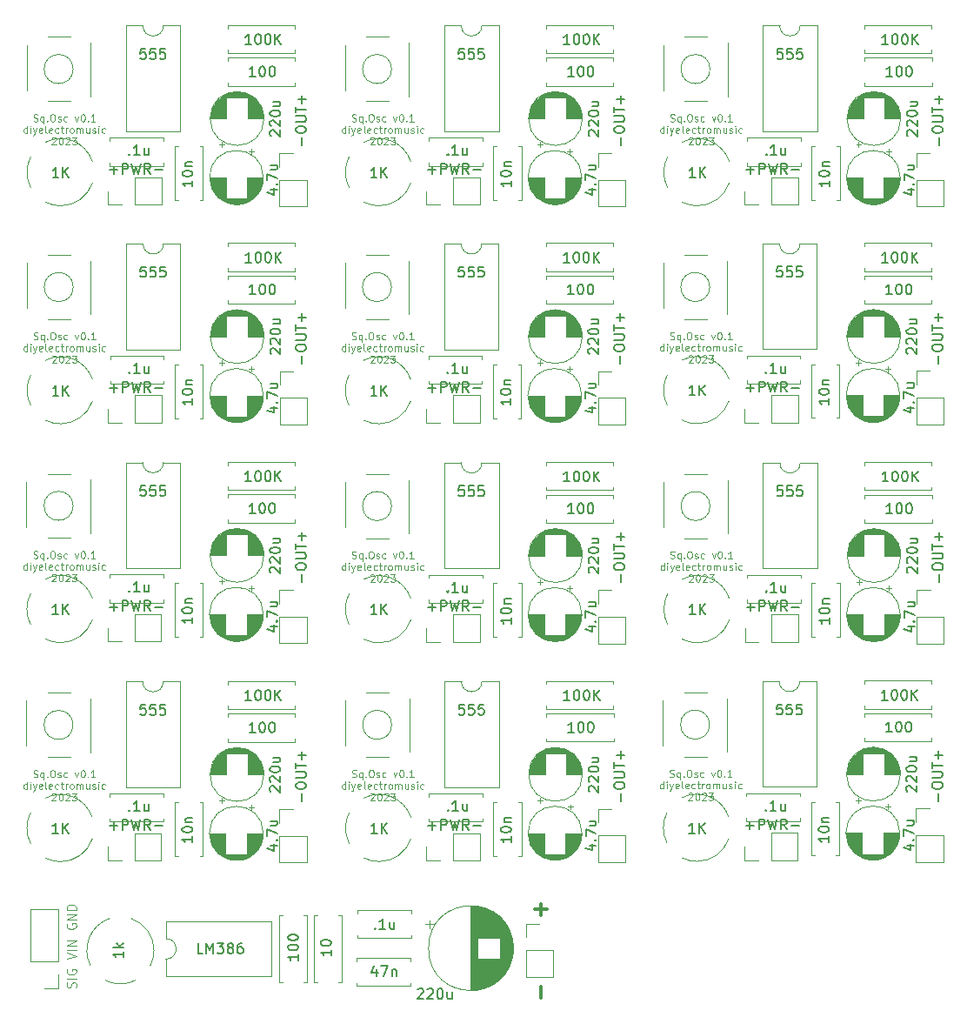
<source format=gbr>
%TF.GenerationSoftware,KiCad,Pcbnew,(6.0.5)*%
%TF.CreationDate,2023-08-07T19:05:31+01:00*%
%TF.ProjectId,SquareOscillator,53717561-7265-44f7-9363-696c6c61746f,rev?*%
%TF.SameCoordinates,Original*%
%TF.FileFunction,Legend,Top*%
%TF.FilePolarity,Positive*%
%FSLAX46Y46*%
G04 Gerber Fmt 4.6, Leading zero omitted, Abs format (unit mm)*
G04 Created by KiCad (PCBNEW (6.0.5)) date 2023-08-07 19:05:31*
%MOMM*%
%LPD*%
G01*
G04 APERTURE LIST*
%ADD10C,0.100000*%
%ADD11C,0.300000*%
%ADD12C,0.150000*%
%ADD13C,0.120000*%
G04 APERTURE END LIST*
D10*
X88160000Y-77296333D02*
X88260000Y-77329666D01*
X88426666Y-77329666D01*
X88493333Y-77296333D01*
X88526666Y-77263000D01*
X88560000Y-77196333D01*
X88560000Y-77129666D01*
X88526666Y-77063000D01*
X88493333Y-77029666D01*
X88426666Y-76996333D01*
X88293333Y-76963000D01*
X88226666Y-76929666D01*
X88193333Y-76896333D01*
X88160000Y-76829666D01*
X88160000Y-76763000D01*
X88193333Y-76696333D01*
X88226666Y-76663000D01*
X88293333Y-76629666D01*
X88460000Y-76629666D01*
X88560000Y-76663000D01*
X89160000Y-76863000D02*
X89160000Y-77563000D01*
X89160000Y-77296333D02*
X89093333Y-77329666D01*
X88960000Y-77329666D01*
X88893333Y-77296333D01*
X88860000Y-77263000D01*
X88826666Y-77196333D01*
X88826666Y-76996333D01*
X88860000Y-76929666D01*
X88893333Y-76896333D01*
X88960000Y-76863000D01*
X89093333Y-76863000D01*
X89160000Y-76896333D01*
X89493333Y-77263000D02*
X89526666Y-77296333D01*
X89493333Y-77329666D01*
X89460000Y-77296333D01*
X89493333Y-77263000D01*
X89493333Y-77329666D01*
X89960000Y-76629666D02*
X90093333Y-76629666D01*
X90160000Y-76663000D01*
X90226666Y-76729666D01*
X90260000Y-76863000D01*
X90260000Y-77096333D01*
X90226666Y-77229666D01*
X90160000Y-77296333D01*
X90093333Y-77329666D01*
X89960000Y-77329666D01*
X89893333Y-77296333D01*
X89826666Y-77229666D01*
X89793333Y-77096333D01*
X89793333Y-76863000D01*
X89826666Y-76729666D01*
X89893333Y-76663000D01*
X89960000Y-76629666D01*
X90526666Y-77296333D02*
X90593333Y-77329666D01*
X90726666Y-77329666D01*
X90793333Y-77296333D01*
X90826666Y-77229666D01*
X90826666Y-77196333D01*
X90793333Y-77129666D01*
X90726666Y-77096333D01*
X90626666Y-77096333D01*
X90560000Y-77063000D01*
X90526666Y-76996333D01*
X90526666Y-76963000D01*
X90560000Y-76896333D01*
X90626666Y-76863000D01*
X90726666Y-76863000D01*
X90793333Y-76896333D01*
X91426666Y-77296333D02*
X91360000Y-77329666D01*
X91226666Y-77329666D01*
X91160000Y-77296333D01*
X91126666Y-77263000D01*
X91093333Y-77196333D01*
X91093333Y-76996333D01*
X91126666Y-76929666D01*
X91160000Y-76896333D01*
X91226666Y-76863000D01*
X91360000Y-76863000D01*
X91426666Y-76896333D01*
X92193333Y-76863000D02*
X92360000Y-77329666D01*
X92526666Y-76863000D01*
X92926666Y-76629666D02*
X92993333Y-76629666D01*
X93060000Y-76663000D01*
X93093333Y-76696333D01*
X93126666Y-76763000D01*
X93160000Y-76896333D01*
X93160000Y-77063000D01*
X93126666Y-77196333D01*
X93093333Y-77263000D01*
X93060000Y-77296333D01*
X92993333Y-77329666D01*
X92926666Y-77329666D01*
X92860000Y-77296333D01*
X92826666Y-77263000D01*
X92793333Y-77196333D01*
X92760000Y-77063000D01*
X92760000Y-76896333D01*
X92793333Y-76763000D01*
X92826666Y-76696333D01*
X92860000Y-76663000D01*
X92926666Y-76629666D01*
X93460000Y-77263000D02*
X93493333Y-77296333D01*
X93460000Y-77329666D01*
X93426666Y-77296333D01*
X93460000Y-77263000D01*
X93460000Y-77329666D01*
X94160000Y-77329666D02*
X93760000Y-77329666D01*
X93960000Y-77329666D02*
X93960000Y-76629666D01*
X93893333Y-76729666D01*
X93826666Y-76796333D01*
X93760000Y-76829666D01*
X87526666Y-78456666D02*
X87526666Y-77756666D01*
X87526666Y-78423333D02*
X87460000Y-78456666D01*
X87326666Y-78456666D01*
X87260000Y-78423333D01*
X87226666Y-78390000D01*
X87193333Y-78323333D01*
X87193333Y-78123333D01*
X87226666Y-78056666D01*
X87260000Y-78023333D01*
X87326666Y-77990000D01*
X87460000Y-77990000D01*
X87526666Y-78023333D01*
X87860000Y-78456666D02*
X87860000Y-77990000D01*
X87860000Y-77756666D02*
X87826666Y-77790000D01*
X87860000Y-77823333D01*
X87893333Y-77790000D01*
X87860000Y-77756666D01*
X87860000Y-77823333D01*
X88126666Y-77990000D02*
X88293333Y-78456666D01*
X88460000Y-77990000D02*
X88293333Y-78456666D01*
X88226666Y-78623333D01*
X88193333Y-78656666D01*
X88126666Y-78690000D01*
X88993333Y-78423333D02*
X88926666Y-78456666D01*
X88793333Y-78456666D01*
X88726666Y-78423333D01*
X88693333Y-78356666D01*
X88693333Y-78090000D01*
X88726666Y-78023333D01*
X88793333Y-77990000D01*
X88926666Y-77990000D01*
X88993333Y-78023333D01*
X89026666Y-78090000D01*
X89026666Y-78156666D01*
X88693333Y-78223333D01*
X89426666Y-78456666D02*
X89360000Y-78423333D01*
X89326666Y-78356666D01*
X89326666Y-77756666D01*
X89960000Y-78423333D02*
X89893333Y-78456666D01*
X89760000Y-78456666D01*
X89693333Y-78423333D01*
X89660000Y-78356666D01*
X89660000Y-78090000D01*
X89693333Y-78023333D01*
X89760000Y-77990000D01*
X89893333Y-77990000D01*
X89960000Y-78023333D01*
X89993333Y-78090000D01*
X89993333Y-78156666D01*
X89660000Y-78223333D01*
X90593333Y-78423333D02*
X90526666Y-78456666D01*
X90393333Y-78456666D01*
X90326666Y-78423333D01*
X90293333Y-78390000D01*
X90260000Y-78323333D01*
X90260000Y-78123333D01*
X90293333Y-78056666D01*
X90326666Y-78023333D01*
X90393333Y-77990000D01*
X90526666Y-77990000D01*
X90593333Y-78023333D01*
X90793333Y-77990000D02*
X91060000Y-77990000D01*
X90893333Y-77756666D02*
X90893333Y-78356666D01*
X90926666Y-78423333D01*
X90993333Y-78456666D01*
X91060000Y-78456666D01*
X91293333Y-78456666D02*
X91293333Y-77990000D01*
X91293333Y-78123333D02*
X91326666Y-78056666D01*
X91360000Y-78023333D01*
X91426666Y-77990000D01*
X91493333Y-77990000D01*
X91826666Y-78456666D02*
X91760000Y-78423333D01*
X91726666Y-78390000D01*
X91693333Y-78323333D01*
X91693333Y-78123333D01*
X91726666Y-78056666D01*
X91760000Y-78023333D01*
X91826666Y-77990000D01*
X91926666Y-77990000D01*
X91993333Y-78023333D01*
X92026666Y-78056666D01*
X92060000Y-78123333D01*
X92060000Y-78323333D01*
X92026666Y-78390000D01*
X91993333Y-78423333D01*
X91926666Y-78456666D01*
X91826666Y-78456666D01*
X92360000Y-78456666D02*
X92360000Y-77990000D01*
X92360000Y-78056666D02*
X92393333Y-78023333D01*
X92460000Y-77990000D01*
X92560000Y-77990000D01*
X92626666Y-78023333D01*
X92660000Y-78090000D01*
X92660000Y-78456666D01*
X92660000Y-78090000D02*
X92693333Y-78023333D01*
X92760000Y-77990000D01*
X92860000Y-77990000D01*
X92926666Y-78023333D01*
X92960000Y-78090000D01*
X92960000Y-78456666D01*
X93593333Y-77990000D02*
X93593333Y-78456666D01*
X93293333Y-77990000D02*
X93293333Y-78356666D01*
X93326666Y-78423333D01*
X93393333Y-78456666D01*
X93493333Y-78456666D01*
X93560000Y-78423333D01*
X93593333Y-78390000D01*
X93893333Y-78423333D02*
X93960000Y-78456666D01*
X94093333Y-78456666D01*
X94160000Y-78423333D01*
X94193333Y-78356666D01*
X94193333Y-78323333D01*
X94160000Y-78256666D01*
X94093333Y-78223333D01*
X93993333Y-78223333D01*
X93926666Y-78190000D01*
X93893333Y-78123333D01*
X93893333Y-78090000D01*
X93926666Y-78023333D01*
X93993333Y-77990000D01*
X94093333Y-77990000D01*
X94160000Y-78023333D01*
X94493333Y-78456666D02*
X94493333Y-77990000D01*
X94493333Y-77756666D02*
X94460000Y-77790000D01*
X94493333Y-77823333D01*
X94526666Y-77790000D01*
X94493333Y-77756666D01*
X94493333Y-77823333D01*
X95126666Y-78423333D02*
X95060000Y-78456666D01*
X94926666Y-78456666D01*
X94860000Y-78423333D01*
X94826666Y-78390000D01*
X94793333Y-78323333D01*
X94793333Y-78123333D01*
X94826666Y-78056666D01*
X94860000Y-78023333D01*
X94926666Y-77990000D01*
X95060000Y-77990000D01*
X95126666Y-78023333D01*
X89960000Y-78950333D02*
X89993333Y-78917000D01*
X90060000Y-78883666D01*
X90226666Y-78883666D01*
X90293333Y-78917000D01*
X90326666Y-78950333D01*
X90360000Y-79017000D01*
X90360000Y-79083666D01*
X90326666Y-79183666D01*
X89926666Y-79583666D01*
X90360000Y-79583666D01*
X90793333Y-78883666D02*
X90860000Y-78883666D01*
X90926666Y-78917000D01*
X90960000Y-78950333D01*
X90993333Y-79017000D01*
X91026666Y-79150333D01*
X91026666Y-79317000D01*
X90993333Y-79450333D01*
X90960000Y-79517000D01*
X90926666Y-79550333D01*
X90860000Y-79583666D01*
X90793333Y-79583666D01*
X90726666Y-79550333D01*
X90693333Y-79517000D01*
X90660000Y-79450333D01*
X90626666Y-79317000D01*
X90626666Y-79150333D01*
X90660000Y-79017000D01*
X90693333Y-78950333D01*
X90726666Y-78917000D01*
X90793333Y-78883666D01*
X91293333Y-78950333D02*
X91326666Y-78917000D01*
X91393333Y-78883666D01*
X91560000Y-78883666D01*
X91626666Y-78917000D01*
X91660000Y-78950333D01*
X91693333Y-79017000D01*
X91693333Y-79083666D01*
X91660000Y-79183666D01*
X91260000Y-79583666D01*
X91693333Y-79583666D01*
X91926666Y-78883666D02*
X92360000Y-78883666D01*
X92126666Y-79150333D01*
X92226666Y-79150333D01*
X92293333Y-79183666D01*
X92326666Y-79217000D01*
X92360000Y-79283666D01*
X92360000Y-79450333D01*
X92326666Y-79517000D01*
X92293333Y-79550333D01*
X92226666Y-79583666D01*
X92026666Y-79583666D01*
X91960000Y-79550333D01*
X91926666Y-79517000D01*
X88110000Y-98566333D02*
X88210000Y-98599666D01*
X88376666Y-98599666D01*
X88443333Y-98566333D01*
X88476666Y-98533000D01*
X88510000Y-98466333D01*
X88510000Y-98399666D01*
X88476666Y-98333000D01*
X88443333Y-98299666D01*
X88376666Y-98266333D01*
X88243333Y-98233000D01*
X88176666Y-98199666D01*
X88143333Y-98166333D01*
X88110000Y-98099666D01*
X88110000Y-98033000D01*
X88143333Y-97966333D01*
X88176666Y-97933000D01*
X88243333Y-97899666D01*
X88410000Y-97899666D01*
X88510000Y-97933000D01*
X89110000Y-98133000D02*
X89110000Y-98833000D01*
X89110000Y-98566333D02*
X89043333Y-98599666D01*
X88910000Y-98599666D01*
X88843333Y-98566333D01*
X88810000Y-98533000D01*
X88776666Y-98466333D01*
X88776666Y-98266333D01*
X88810000Y-98199666D01*
X88843333Y-98166333D01*
X88910000Y-98133000D01*
X89043333Y-98133000D01*
X89110000Y-98166333D01*
X89443333Y-98533000D02*
X89476666Y-98566333D01*
X89443333Y-98599666D01*
X89410000Y-98566333D01*
X89443333Y-98533000D01*
X89443333Y-98599666D01*
X89910000Y-97899666D02*
X90043333Y-97899666D01*
X90110000Y-97933000D01*
X90176666Y-97999666D01*
X90210000Y-98133000D01*
X90210000Y-98366333D01*
X90176666Y-98499666D01*
X90110000Y-98566333D01*
X90043333Y-98599666D01*
X89910000Y-98599666D01*
X89843333Y-98566333D01*
X89776666Y-98499666D01*
X89743333Y-98366333D01*
X89743333Y-98133000D01*
X89776666Y-97999666D01*
X89843333Y-97933000D01*
X89910000Y-97899666D01*
X90476666Y-98566333D02*
X90543333Y-98599666D01*
X90676666Y-98599666D01*
X90743333Y-98566333D01*
X90776666Y-98499666D01*
X90776666Y-98466333D01*
X90743333Y-98399666D01*
X90676666Y-98366333D01*
X90576666Y-98366333D01*
X90510000Y-98333000D01*
X90476666Y-98266333D01*
X90476666Y-98233000D01*
X90510000Y-98166333D01*
X90576666Y-98133000D01*
X90676666Y-98133000D01*
X90743333Y-98166333D01*
X91376666Y-98566333D02*
X91310000Y-98599666D01*
X91176666Y-98599666D01*
X91110000Y-98566333D01*
X91076666Y-98533000D01*
X91043333Y-98466333D01*
X91043333Y-98266333D01*
X91076666Y-98199666D01*
X91110000Y-98166333D01*
X91176666Y-98133000D01*
X91310000Y-98133000D01*
X91376666Y-98166333D01*
X92143333Y-98133000D02*
X92310000Y-98599666D01*
X92476666Y-98133000D01*
X92876666Y-97899666D02*
X92943333Y-97899666D01*
X93010000Y-97933000D01*
X93043333Y-97966333D01*
X93076666Y-98033000D01*
X93110000Y-98166333D01*
X93110000Y-98333000D01*
X93076666Y-98466333D01*
X93043333Y-98533000D01*
X93010000Y-98566333D01*
X92943333Y-98599666D01*
X92876666Y-98599666D01*
X92810000Y-98566333D01*
X92776666Y-98533000D01*
X92743333Y-98466333D01*
X92710000Y-98333000D01*
X92710000Y-98166333D01*
X92743333Y-98033000D01*
X92776666Y-97966333D01*
X92810000Y-97933000D01*
X92876666Y-97899666D01*
X93410000Y-98533000D02*
X93443333Y-98566333D01*
X93410000Y-98599666D01*
X93376666Y-98566333D01*
X93410000Y-98533000D01*
X93410000Y-98599666D01*
X94110000Y-98599666D02*
X93710000Y-98599666D01*
X93910000Y-98599666D02*
X93910000Y-97899666D01*
X93843333Y-97999666D01*
X93776666Y-98066333D01*
X93710000Y-98099666D01*
X87476666Y-99726666D02*
X87476666Y-99026666D01*
X87476666Y-99693333D02*
X87410000Y-99726666D01*
X87276666Y-99726666D01*
X87210000Y-99693333D01*
X87176666Y-99660000D01*
X87143333Y-99593333D01*
X87143333Y-99393333D01*
X87176666Y-99326666D01*
X87210000Y-99293333D01*
X87276666Y-99260000D01*
X87410000Y-99260000D01*
X87476666Y-99293333D01*
X87810000Y-99726666D02*
X87810000Y-99260000D01*
X87810000Y-99026666D02*
X87776666Y-99060000D01*
X87810000Y-99093333D01*
X87843333Y-99060000D01*
X87810000Y-99026666D01*
X87810000Y-99093333D01*
X88076666Y-99260000D02*
X88243333Y-99726666D01*
X88410000Y-99260000D02*
X88243333Y-99726666D01*
X88176666Y-99893333D01*
X88143333Y-99926666D01*
X88076666Y-99960000D01*
X88943333Y-99693333D02*
X88876666Y-99726666D01*
X88743333Y-99726666D01*
X88676666Y-99693333D01*
X88643333Y-99626666D01*
X88643333Y-99360000D01*
X88676666Y-99293333D01*
X88743333Y-99260000D01*
X88876666Y-99260000D01*
X88943333Y-99293333D01*
X88976666Y-99360000D01*
X88976666Y-99426666D01*
X88643333Y-99493333D01*
X89376666Y-99726666D02*
X89310000Y-99693333D01*
X89276666Y-99626666D01*
X89276666Y-99026666D01*
X89910000Y-99693333D02*
X89843333Y-99726666D01*
X89710000Y-99726666D01*
X89643333Y-99693333D01*
X89610000Y-99626666D01*
X89610000Y-99360000D01*
X89643333Y-99293333D01*
X89710000Y-99260000D01*
X89843333Y-99260000D01*
X89910000Y-99293333D01*
X89943333Y-99360000D01*
X89943333Y-99426666D01*
X89610000Y-99493333D01*
X90543333Y-99693333D02*
X90476666Y-99726666D01*
X90343333Y-99726666D01*
X90276666Y-99693333D01*
X90243333Y-99660000D01*
X90210000Y-99593333D01*
X90210000Y-99393333D01*
X90243333Y-99326666D01*
X90276666Y-99293333D01*
X90343333Y-99260000D01*
X90476666Y-99260000D01*
X90543333Y-99293333D01*
X90743333Y-99260000D02*
X91010000Y-99260000D01*
X90843333Y-99026666D02*
X90843333Y-99626666D01*
X90876666Y-99693333D01*
X90943333Y-99726666D01*
X91010000Y-99726666D01*
X91243333Y-99726666D02*
X91243333Y-99260000D01*
X91243333Y-99393333D02*
X91276666Y-99326666D01*
X91310000Y-99293333D01*
X91376666Y-99260000D01*
X91443333Y-99260000D01*
X91776666Y-99726666D02*
X91710000Y-99693333D01*
X91676666Y-99660000D01*
X91643333Y-99593333D01*
X91643333Y-99393333D01*
X91676666Y-99326666D01*
X91710000Y-99293333D01*
X91776666Y-99260000D01*
X91876666Y-99260000D01*
X91943333Y-99293333D01*
X91976666Y-99326666D01*
X92010000Y-99393333D01*
X92010000Y-99593333D01*
X91976666Y-99660000D01*
X91943333Y-99693333D01*
X91876666Y-99726666D01*
X91776666Y-99726666D01*
X92310000Y-99726666D02*
X92310000Y-99260000D01*
X92310000Y-99326666D02*
X92343333Y-99293333D01*
X92410000Y-99260000D01*
X92510000Y-99260000D01*
X92576666Y-99293333D01*
X92610000Y-99360000D01*
X92610000Y-99726666D01*
X92610000Y-99360000D02*
X92643333Y-99293333D01*
X92710000Y-99260000D01*
X92810000Y-99260000D01*
X92876666Y-99293333D01*
X92910000Y-99360000D01*
X92910000Y-99726666D01*
X93543333Y-99260000D02*
X93543333Y-99726666D01*
X93243333Y-99260000D02*
X93243333Y-99626666D01*
X93276666Y-99693333D01*
X93343333Y-99726666D01*
X93443333Y-99726666D01*
X93510000Y-99693333D01*
X93543333Y-99660000D01*
X93843333Y-99693333D02*
X93910000Y-99726666D01*
X94043333Y-99726666D01*
X94110000Y-99693333D01*
X94143333Y-99626666D01*
X94143333Y-99593333D01*
X94110000Y-99526666D01*
X94043333Y-99493333D01*
X93943333Y-99493333D01*
X93876666Y-99460000D01*
X93843333Y-99393333D01*
X93843333Y-99360000D01*
X93876666Y-99293333D01*
X93943333Y-99260000D01*
X94043333Y-99260000D01*
X94110000Y-99293333D01*
X94443333Y-99726666D02*
X94443333Y-99260000D01*
X94443333Y-99026666D02*
X94410000Y-99060000D01*
X94443333Y-99093333D01*
X94476666Y-99060000D01*
X94443333Y-99026666D01*
X94443333Y-99093333D01*
X95076666Y-99693333D02*
X95010000Y-99726666D01*
X94876666Y-99726666D01*
X94810000Y-99693333D01*
X94776666Y-99660000D01*
X94743333Y-99593333D01*
X94743333Y-99393333D01*
X94776666Y-99326666D01*
X94810000Y-99293333D01*
X94876666Y-99260000D01*
X95010000Y-99260000D01*
X95076666Y-99293333D01*
X89910000Y-100220333D02*
X89943333Y-100187000D01*
X90010000Y-100153666D01*
X90176666Y-100153666D01*
X90243333Y-100187000D01*
X90276666Y-100220333D01*
X90310000Y-100287000D01*
X90310000Y-100353666D01*
X90276666Y-100453666D01*
X89876666Y-100853666D01*
X90310000Y-100853666D01*
X90743333Y-100153666D02*
X90810000Y-100153666D01*
X90876666Y-100187000D01*
X90910000Y-100220333D01*
X90943333Y-100287000D01*
X90976666Y-100420333D01*
X90976666Y-100587000D01*
X90943333Y-100720333D01*
X90910000Y-100787000D01*
X90876666Y-100820333D01*
X90810000Y-100853666D01*
X90743333Y-100853666D01*
X90676666Y-100820333D01*
X90643333Y-100787000D01*
X90610000Y-100720333D01*
X90576666Y-100587000D01*
X90576666Y-100420333D01*
X90610000Y-100287000D01*
X90643333Y-100220333D01*
X90676666Y-100187000D01*
X90743333Y-100153666D01*
X91243333Y-100220333D02*
X91276666Y-100187000D01*
X91343333Y-100153666D01*
X91510000Y-100153666D01*
X91576666Y-100187000D01*
X91610000Y-100220333D01*
X91643333Y-100287000D01*
X91643333Y-100353666D01*
X91610000Y-100453666D01*
X91210000Y-100853666D01*
X91643333Y-100853666D01*
X91876666Y-100153666D02*
X92310000Y-100153666D01*
X92076666Y-100420333D01*
X92176666Y-100420333D01*
X92243333Y-100453666D01*
X92276666Y-100487000D01*
X92310000Y-100553666D01*
X92310000Y-100720333D01*
X92276666Y-100787000D01*
X92243333Y-100820333D01*
X92176666Y-100853666D01*
X91976666Y-100853666D01*
X91910000Y-100820333D01*
X91876666Y-100787000D01*
X88130000Y-55976333D02*
X88230000Y-56009666D01*
X88396666Y-56009666D01*
X88463333Y-55976333D01*
X88496666Y-55943000D01*
X88530000Y-55876333D01*
X88530000Y-55809666D01*
X88496666Y-55743000D01*
X88463333Y-55709666D01*
X88396666Y-55676333D01*
X88263333Y-55643000D01*
X88196666Y-55609666D01*
X88163333Y-55576333D01*
X88130000Y-55509666D01*
X88130000Y-55443000D01*
X88163333Y-55376333D01*
X88196666Y-55343000D01*
X88263333Y-55309666D01*
X88430000Y-55309666D01*
X88530000Y-55343000D01*
X89130000Y-55543000D02*
X89130000Y-56243000D01*
X89130000Y-55976333D02*
X89063333Y-56009666D01*
X88930000Y-56009666D01*
X88863333Y-55976333D01*
X88830000Y-55943000D01*
X88796666Y-55876333D01*
X88796666Y-55676333D01*
X88830000Y-55609666D01*
X88863333Y-55576333D01*
X88930000Y-55543000D01*
X89063333Y-55543000D01*
X89130000Y-55576333D01*
X89463333Y-55943000D02*
X89496666Y-55976333D01*
X89463333Y-56009666D01*
X89430000Y-55976333D01*
X89463333Y-55943000D01*
X89463333Y-56009666D01*
X89930000Y-55309666D02*
X90063333Y-55309666D01*
X90130000Y-55343000D01*
X90196666Y-55409666D01*
X90230000Y-55543000D01*
X90230000Y-55776333D01*
X90196666Y-55909666D01*
X90130000Y-55976333D01*
X90063333Y-56009666D01*
X89930000Y-56009666D01*
X89863333Y-55976333D01*
X89796666Y-55909666D01*
X89763333Y-55776333D01*
X89763333Y-55543000D01*
X89796666Y-55409666D01*
X89863333Y-55343000D01*
X89930000Y-55309666D01*
X90496666Y-55976333D02*
X90563333Y-56009666D01*
X90696666Y-56009666D01*
X90763333Y-55976333D01*
X90796666Y-55909666D01*
X90796666Y-55876333D01*
X90763333Y-55809666D01*
X90696666Y-55776333D01*
X90596666Y-55776333D01*
X90530000Y-55743000D01*
X90496666Y-55676333D01*
X90496666Y-55643000D01*
X90530000Y-55576333D01*
X90596666Y-55543000D01*
X90696666Y-55543000D01*
X90763333Y-55576333D01*
X91396666Y-55976333D02*
X91330000Y-56009666D01*
X91196666Y-56009666D01*
X91130000Y-55976333D01*
X91096666Y-55943000D01*
X91063333Y-55876333D01*
X91063333Y-55676333D01*
X91096666Y-55609666D01*
X91130000Y-55576333D01*
X91196666Y-55543000D01*
X91330000Y-55543000D01*
X91396666Y-55576333D01*
X92163333Y-55543000D02*
X92330000Y-56009666D01*
X92496666Y-55543000D01*
X92896666Y-55309666D02*
X92963333Y-55309666D01*
X93030000Y-55343000D01*
X93063333Y-55376333D01*
X93096666Y-55443000D01*
X93130000Y-55576333D01*
X93130000Y-55743000D01*
X93096666Y-55876333D01*
X93063333Y-55943000D01*
X93030000Y-55976333D01*
X92963333Y-56009666D01*
X92896666Y-56009666D01*
X92830000Y-55976333D01*
X92796666Y-55943000D01*
X92763333Y-55876333D01*
X92730000Y-55743000D01*
X92730000Y-55576333D01*
X92763333Y-55443000D01*
X92796666Y-55376333D01*
X92830000Y-55343000D01*
X92896666Y-55309666D01*
X93430000Y-55943000D02*
X93463333Y-55976333D01*
X93430000Y-56009666D01*
X93396666Y-55976333D01*
X93430000Y-55943000D01*
X93430000Y-56009666D01*
X94130000Y-56009666D02*
X93730000Y-56009666D01*
X93930000Y-56009666D02*
X93930000Y-55309666D01*
X93863333Y-55409666D01*
X93796666Y-55476333D01*
X93730000Y-55509666D01*
X87496666Y-57136666D02*
X87496666Y-56436666D01*
X87496666Y-57103333D02*
X87430000Y-57136666D01*
X87296666Y-57136666D01*
X87230000Y-57103333D01*
X87196666Y-57070000D01*
X87163333Y-57003333D01*
X87163333Y-56803333D01*
X87196666Y-56736666D01*
X87230000Y-56703333D01*
X87296666Y-56670000D01*
X87430000Y-56670000D01*
X87496666Y-56703333D01*
X87830000Y-57136666D02*
X87830000Y-56670000D01*
X87830000Y-56436666D02*
X87796666Y-56470000D01*
X87830000Y-56503333D01*
X87863333Y-56470000D01*
X87830000Y-56436666D01*
X87830000Y-56503333D01*
X88096666Y-56670000D02*
X88263333Y-57136666D01*
X88430000Y-56670000D02*
X88263333Y-57136666D01*
X88196666Y-57303333D01*
X88163333Y-57336666D01*
X88096666Y-57370000D01*
X88963333Y-57103333D02*
X88896666Y-57136666D01*
X88763333Y-57136666D01*
X88696666Y-57103333D01*
X88663333Y-57036666D01*
X88663333Y-56770000D01*
X88696666Y-56703333D01*
X88763333Y-56670000D01*
X88896666Y-56670000D01*
X88963333Y-56703333D01*
X88996666Y-56770000D01*
X88996666Y-56836666D01*
X88663333Y-56903333D01*
X89396666Y-57136666D02*
X89330000Y-57103333D01*
X89296666Y-57036666D01*
X89296666Y-56436666D01*
X89930000Y-57103333D02*
X89863333Y-57136666D01*
X89730000Y-57136666D01*
X89663333Y-57103333D01*
X89630000Y-57036666D01*
X89630000Y-56770000D01*
X89663333Y-56703333D01*
X89730000Y-56670000D01*
X89863333Y-56670000D01*
X89930000Y-56703333D01*
X89963333Y-56770000D01*
X89963333Y-56836666D01*
X89630000Y-56903333D01*
X90563333Y-57103333D02*
X90496666Y-57136666D01*
X90363333Y-57136666D01*
X90296666Y-57103333D01*
X90263333Y-57070000D01*
X90230000Y-57003333D01*
X90230000Y-56803333D01*
X90263333Y-56736666D01*
X90296666Y-56703333D01*
X90363333Y-56670000D01*
X90496666Y-56670000D01*
X90563333Y-56703333D01*
X90763333Y-56670000D02*
X91030000Y-56670000D01*
X90863333Y-56436666D02*
X90863333Y-57036666D01*
X90896666Y-57103333D01*
X90963333Y-57136666D01*
X91030000Y-57136666D01*
X91263333Y-57136666D02*
X91263333Y-56670000D01*
X91263333Y-56803333D02*
X91296666Y-56736666D01*
X91330000Y-56703333D01*
X91396666Y-56670000D01*
X91463333Y-56670000D01*
X91796666Y-57136666D02*
X91730000Y-57103333D01*
X91696666Y-57070000D01*
X91663333Y-57003333D01*
X91663333Y-56803333D01*
X91696666Y-56736666D01*
X91730000Y-56703333D01*
X91796666Y-56670000D01*
X91896666Y-56670000D01*
X91963333Y-56703333D01*
X91996666Y-56736666D01*
X92030000Y-56803333D01*
X92030000Y-57003333D01*
X91996666Y-57070000D01*
X91963333Y-57103333D01*
X91896666Y-57136666D01*
X91796666Y-57136666D01*
X92330000Y-57136666D02*
X92330000Y-56670000D01*
X92330000Y-56736666D02*
X92363333Y-56703333D01*
X92430000Y-56670000D01*
X92530000Y-56670000D01*
X92596666Y-56703333D01*
X92630000Y-56770000D01*
X92630000Y-57136666D01*
X92630000Y-56770000D02*
X92663333Y-56703333D01*
X92730000Y-56670000D01*
X92830000Y-56670000D01*
X92896666Y-56703333D01*
X92930000Y-56770000D01*
X92930000Y-57136666D01*
X93563333Y-56670000D02*
X93563333Y-57136666D01*
X93263333Y-56670000D02*
X93263333Y-57036666D01*
X93296666Y-57103333D01*
X93363333Y-57136666D01*
X93463333Y-57136666D01*
X93530000Y-57103333D01*
X93563333Y-57070000D01*
X93863333Y-57103333D02*
X93930000Y-57136666D01*
X94063333Y-57136666D01*
X94130000Y-57103333D01*
X94163333Y-57036666D01*
X94163333Y-57003333D01*
X94130000Y-56936666D01*
X94063333Y-56903333D01*
X93963333Y-56903333D01*
X93896666Y-56870000D01*
X93863333Y-56803333D01*
X93863333Y-56770000D01*
X93896666Y-56703333D01*
X93963333Y-56670000D01*
X94063333Y-56670000D01*
X94130000Y-56703333D01*
X94463333Y-57136666D02*
X94463333Y-56670000D01*
X94463333Y-56436666D02*
X94430000Y-56470000D01*
X94463333Y-56503333D01*
X94496666Y-56470000D01*
X94463333Y-56436666D01*
X94463333Y-56503333D01*
X95096666Y-57103333D02*
X95030000Y-57136666D01*
X94896666Y-57136666D01*
X94830000Y-57103333D01*
X94796666Y-57070000D01*
X94763333Y-57003333D01*
X94763333Y-56803333D01*
X94796666Y-56736666D01*
X94830000Y-56703333D01*
X94896666Y-56670000D01*
X95030000Y-56670000D01*
X95096666Y-56703333D01*
X89930000Y-57630333D02*
X89963333Y-57597000D01*
X90030000Y-57563666D01*
X90196666Y-57563666D01*
X90263333Y-57597000D01*
X90296666Y-57630333D01*
X90330000Y-57697000D01*
X90330000Y-57763666D01*
X90296666Y-57863666D01*
X89896666Y-58263666D01*
X90330000Y-58263666D01*
X90763333Y-57563666D02*
X90830000Y-57563666D01*
X90896666Y-57597000D01*
X90930000Y-57630333D01*
X90963333Y-57697000D01*
X90996666Y-57830333D01*
X90996666Y-57997000D01*
X90963333Y-58130333D01*
X90930000Y-58197000D01*
X90896666Y-58230333D01*
X90830000Y-58263666D01*
X90763333Y-58263666D01*
X90696666Y-58230333D01*
X90663333Y-58197000D01*
X90630000Y-58130333D01*
X90596666Y-57997000D01*
X90596666Y-57830333D01*
X90630000Y-57697000D01*
X90663333Y-57630333D01*
X90696666Y-57597000D01*
X90763333Y-57563666D01*
X91263333Y-57630333D02*
X91296666Y-57597000D01*
X91363333Y-57563666D01*
X91530000Y-57563666D01*
X91596666Y-57597000D01*
X91630000Y-57630333D01*
X91663333Y-57697000D01*
X91663333Y-57763666D01*
X91630000Y-57863666D01*
X91230000Y-58263666D01*
X91663333Y-58263666D01*
X91896666Y-57563666D02*
X92330000Y-57563666D01*
X92096666Y-57830333D01*
X92196666Y-57830333D01*
X92263333Y-57863666D01*
X92296666Y-57897000D01*
X92330000Y-57963666D01*
X92330000Y-58130333D01*
X92296666Y-58197000D01*
X92263333Y-58230333D01*
X92196666Y-58263666D01*
X91996666Y-58263666D01*
X91930000Y-58230333D01*
X91896666Y-58197000D01*
X88150000Y-34766333D02*
X88250000Y-34799666D01*
X88416666Y-34799666D01*
X88483333Y-34766333D01*
X88516666Y-34733000D01*
X88550000Y-34666333D01*
X88550000Y-34599666D01*
X88516666Y-34533000D01*
X88483333Y-34499666D01*
X88416666Y-34466333D01*
X88283333Y-34433000D01*
X88216666Y-34399666D01*
X88183333Y-34366333D01*
X88150000Y-34299666D01*
X88150000Y-34233000D01*
X88183333Y-34166333D01*
X88216666Y-34133000D01*
X88283333Y-34099666D01*
X88450000Y-34099666D01*
X88550000Y-34133000D01*
X89150000Y-34333000D02*
X89150000Y-35033000D01*
X89150000Y-34766333D02*
X89083333Y-34799666D01*
X88950000Y-34799666D01*
X88883333Y-34766333D01*
X88850000Y-34733000D01*
X88816666Y-34666333D01*
X88816666Y-34466333D01*
X88850000Y-34399666D01*
X88883333Y-34366333D01*
X88950000Y-34333000D01*
X89083333Y-34333000D01*
X89150000Y-34366333D01*
X89483333Y-34733000D02*
X89516666Y-34766333D01*
X89483333Y-34799666D01*
X89450000Y-34766333D01*
X89483333Y-34733000D01*
X89483333Y-34799666D01*
X89950000Y-34099666D02*
X90083333Y-34099666D01*
X90150000Y-34133000D01*
X90216666Y-34199666D01*
X90250000Y-34333000D01*
X90250000Y-34566333D01*
X90216666Y-34699666D01*
X90150000Y-34766333D01*
X90083333Y-34799666D01*
X89950000Y-34799666D01*
X89883333Y-34766333D01*
X89816666Y-34699666D01*
X89783333Y-34566333D01*
X89783333Y-34333000D01*
X89816666Y-34199666D01*
X89883333Y-34133000D01*
X89950000Y-34099666D01*
X90516666Y-34766333D02*
X90583333Y-34799666D01*
X90716666Y-34799666D01*
X90783333Y-34766333D01*
X90816666Y-34699666D01*
X90816666Y-34666333D01*
X90783333Y-34599666D01*
X90716666Y-34566333D01*
X90616666Y-34566333D01*
X90550000Y-34533000D01*
X90516666Y-34466333D01*
X90516666Y-34433000D01*
X90550000Y-34366333D01*
X90616666Y-34333000D01*
X90716666Y-34333000D01*
X90783333Y-34366333D01*
X91416666Y-34766333D02*
X91350000Y-34799666D01*
X91216666Y-34799666D01*
X91150000Y-34766333D01*
X91116666Y-34733000D01*
X91083333Y-34666333D01*
X91083333Y-34466333D01*
X91116666Y-34399666D01*
X91150000Y-34366333D01*
X91216666Y-34333000D01*
X91350000Y-34333000D01*
X91416666Y-34366333D01*
X92183333Y-34333000D02*
X92350000Y-34799666D01*
X92516666Y-34333000D01*
X92916666Y-34099666D02*
X92983333Y-34099666D01*
X93050000Y-34133000D01*
X93083333Y-34166333D01*
X93116666Y-34233000D01*
X93150000Y-34366333D01*
X93150000Y-34533000D01*
X93116666Y-34666333D01*
X93083333Y-34733000D01*
X93050000Y-34766333D01*
X92983333Y-34799666D01*
X92916666Y-34799666D01*
X92850000Y-34766333D01*
X92816666Y-34733000D01*
X92783333Y-34666333D01*
X92750000Y-34533000D01*
X92750000Y-34366333D01*
X92783333Y-34233000D01*
X92816666Y-34166333D01*
X92850000Y-34133000D01*
X92916666Y-34099666D01*
X93450000Y-34733000D02*
X93483333Y-34766333D01*
X93450000Y-34799666D01*
X93416666Y-34766333D01*
X93450000Y-34733000D01*
X93450000Y-34799666D01*
X94150000Y-34799666D02*
X93750000Y-34799666D01*
X93950000Y-34799666D02*
X93950000Y-34099666D01*
X93883333Y-34199666D01*
X93816666Y-34266333D01*
X93750000Y-34299666D01*
X87516666Y-35926666D02*
X87516666Y-35226666D01*
X87516666Y-35893333D02*
X87450000Y-35926666D01*
X87316666Y-35926666D01*
X87250000Y-35893333D01*
X87216666Y-35860000D01*
X87183333Y-35793333D01*
X87183333Y-35593333D01*
X87216666Y-35526666D01*
X87250000Y-35493333D01*
X87316666Y-35460000D01*
X87450000Y-35460000D01*
X87516666Y-35493333D01*
X87850000Y-35926666D02*
X87850000Y-35460000D01*
X87850000Y-35226666D02*
X87816666Y-35260000D01*
X87850000Y-35293333D01*
X87883333Y-35260000D01*
X87850000Y-35226666D01*
X87850000Y-35293333D01*
X88116666Y-35460000D02*
X88283333Y-35926666D01*
X88450000Y-35460000D02*
X88283333Y-35926666D01*
X88216666Y-36093333D01*
X88183333Y-36126666D01*
X88116666Y-36160000D01*
X88983333Y-35893333D02*
X88916666Y-35926666D01*
X88783333Y-35926666D01*
X88716666Y-35893333D01*
X88683333Y-35826666D01*
X88683333Y-35560000D01*
X88716666Y-35493333D01*
X88783333Y-35460000D01*
X88916666Y-35460000D01*
X88983333Y-35493333D01*
X89016666Y-35560000D01*
X89016666Y-35626666D01*
X88683333Y-35693333D01*
X89416666Y-35926666D02*
X89350000Y-35893333D01*
X89316666Y-35826666D01*
X89316666Y-35226666D01*
X89950000Y-35893333D02*
X89883333Y-35926666D01*
X89750000Y-35926666D01*
X89683333Y-35893333D01*
X89650000Y-35826666D01*
X89650000Y-35560000D01*
X89683333Y-35493333D01*
X89750000Y-35460000D01*
X89883333Y-35460000D01*
X89950000Y-35493333D01*
X89983333Y-35560000D01*
X89983333Y-35626666D01*
X89650000Y-35693333D01*
X90583333Y-35893333D02*
X90516666Y-35926666D01*
X90383333Y-35926666D01*
X90316666Y-35893333D01*
X90283333Y-35860000D01*
X90250000Y-35793333D01*
X90250000Y-35593333D01*
X90283333Y-35526666D01*
X90316666Y-35493333D01*
X90383333Y-35460000D01*
X90516666Y-35460000D01*
X90583333Y-35493333D01*
X90783333Y-35460000D02*
X91050000Y-35460000D01*
X90883333Y-35226666D02*
X90883333Y-35826666D01*
X90916666Y-35893333D01*
X90983333Y-35926666D01*
X91050000Y-35926666D01*
X91283333Y-35926666D02*
X91283333Y-35460000D01*
X91283333Y-35593333D02*
X91316666Y-35526666D01*
X91350000Y-35493333D01*
X91416666Y-35460000D01*
X91483333Y-35460000D01*
X91816666Y-35926666D02*
X91750000Y-35893333D01*
X91716666Y-35860000D01*
X91683333Y-35793333D01*
X91683333Y-35593333D01*
X91716666Y-35526666D01*
X91750000Y-35493333D01*
X91816666Y-35460000D01*
X91916666Y-35460000D01*
X91983333Y-35493333D01*
X92016666Y-35526666D01*
X92050000Y-35593333D01*
X92050000Y-35793333D01*
X92016666Y-35860000D01*
X91983333Y-35893333D01*
X91916666Y-35926666D01*
X91816666Y-35926666D01*
X92350000Y-35926666D02*
X92350000Y-35460000D01*
X92350000Y-35526666D02*
X92383333Y-35493333D01*
X92450000Y-35460000D01*
X92550000Y-35460000D01*
X92616666Y-35493333D01*
X92650000Y-35560000D01*
X92650000Y-35926666D01*
X92650000Y-35560000D02*
X92683333Y-35493333D01*
X92750000Y-35460000D01*
X92850000Y-35460000D01*
X92916666Y-35493333D01*
X92950000Y-35560000D01*
X92950000Y-35926666D01*
X93583333Y-35460000D02*
X93583333Y-35926666D01*
X93283333Y-35460000D02*
X93283333Y-35826666D01*
X93316666Y-35893333D01*
X93383333Y-35926666D01*
X93483333Y-35926666D01*
X93550000Y-35893333D01*
X93583333Y-35860000D01*
X93883333Y-35893333D02*
X93950000Y-35926666D01*
X94083333Y-35926666D01*
X94150000Y-35893333D01*
X94183333Y-35826666D01*
X94183333Y-35793333D01*
X94150000Y-35726666D01*
X94083333Y-35693333D01*
X93983333Y-35693333D01*
X93916666Y-35660000D01*
X93883333Y-35593333D01*
X93883333Y-35560000D01*
X93916666Y-35493333D01*
X93983333Y-35460000D01*
X94083333Y-35460000D01*
X94150000Y-35493333D01*
X94483333Y-35926666D02*
X94483333Y-35460000D01*
X94483333Y-35226666D02*
X94450000Y-35260000D01*
X94483333Y-35293333D01*
X94516666Y-35260000D01*
X94483333Y-35226666D01*
X94483333Y-35293333D01*
X95116666Y-35893333D02*
X95050000Y-35926666D01*
X94916666Y-35926666D01*
X94850000Y-35893333D01*
X94816666Y-35860000D01*
X94783333Y-35793333D01*
X94783333Y-35593333D01*
X94816666Y-35526666D01*
X94850000Y-35493333D01*
X94916666Y-35460000D01*
X95050000Y-35460000D01*
X95116666Y-35493333D01*
X89950000Y-36420333D02*
X89983333Y-36387000D01*
X90050000Y-36353666D01*
X90216666Y-36353666D01*
X90283333Y-36387000D01*
X90316666Y-36420333D01*
X90350000Y-36487000D01*
X90350000Y-36553666D01*
X90316666Y-36653666D01*
X89916666Y-37053666D01*
X90350000Y-37053666D01*
X90783333Y-36353666D02*
X90850000Y-36353666D01*
X90916666Y-36387000D01*
X90950000Y-36420333D01*
X90983333Y-36487000D01*
X91016666Y-36620333D01*
X91016666Y-36787000D01*
X90983333Y-36920333D01*
X90950000Y-36987000D01*
X90916666Y-37020333D01*
X90850000Y-37053666D01*
X90783333Y-37053666D01*
X90716666Y-37020333D01*
X90683333Y-36987000D01*
X90650000Y-36920333D01*
X90616666Y-36787000D01*
X90616666Y-36620333D01*
X90650000Y-36487000D01*
X90683333Y-36420333D01*
X90716666Y-36387000D01*
X90783333Y-36353666D01*
X91283333Y-36420333D02*
X91316666Y-36387000D01*
X91383333Y-36353666D01*
X91550000Y-36353666D01*
X91616666Y-36387000D01*
X91650000Y-36420333D01*
X91683333Y-36487000D01*
X91683333Y-36553666D01*
X91650000Y-36653666D01*
X91250000Y-37053666D01*
X91683333Y-37053666D01*
X91916666Y-36353666D02*
X92350000Y-36353666D01*
X92116666Y-36620333D01*
X92216666Y-36620333D01*
X92283333Y-36653666D01*
X92316666Y-36687000D01*
X92350000Y-36753666D01*
X92350000Y-36920333D01*
X92316666Y-36987000D01*
X92283333Y-37020333D01*
X92216666Y-37053666D01*
X92016666Y-37053666D01*
X91950000Y-37020333D01*
X91916666Y-36987000D01*
X26140000Y-98596333D02*
X26240000Y-98629666D01*
X26406666Y-98629666D01*
X26473333Y-98596333D01*
X26506666Y-98563000D01*
X26540000Y-98496333D01*
X26540000Y-98429666D01*
X26506666Y-98363000D01*
X26473333Y-98329666D01*
X26406666Y-98296333D01*
X26273333Y-98263000D01*
X26206666Y-98229666D01*
X26173333Y-98196333D01*
X26140000Y-98129666D01*
X26140000Y-98063000D01*
X26173333Y-97996333D01*
X26206666Y-97963000D01*
X26273333Y-97929666D01*
X26440000Y-97929666D01*
X26540000Y-97963000D01*
X27140000Y-98163000D02*
X27140000Y-98863000D01*
X27140000Y-98596333D02*
X27073333Y-98629666D01*
X26940000Y-98629666D01*
X26873333Y-98596333D01*
X26840000Y-98563000D01*
X26806666Y-98496333D01*
X26806666Y-98296333D01*
X26840000Y-98229666D01*
X26873333Y-98196333D01*
X26940000Y-98163000D01*
X27073333Y-98163000D01*
X27140000Y-98196333D01*
X27473333Y-98563000D02*
X27506666Y-98596333D01*
X27473333Y-98629666D01*
X27440000Y-98596333D01*
X27473333Y-98563000D01*
X27473333Y-98629666D01*
X27940000Y-97929666D02*
X28073333Y-97929666D01*
X28140000Y-97963000D01*
X28206666Y-98029666D01*
X28240000Y-98163000D01*
X28240000Y-98396333D01*
X28206666Y-98529666D01*
X28140000Y-98596333D01*
X28073333Y-98629666D01*
X27940000Y-98629666D01*
X27873333Y-98596333D01*
X27806666Y-98529666D01*
X27773333Y-98396333D01*
X27773333Y-98163000D01*
X27806666Y-98029666D01*
X27873333Y-97963000D01*
X27940000Y-97929666D01*
X28506666Y-98596333D02*
X28573333Y-98629666D01*
X28706666Y-98629666D01*
X28773333Y-98596333D01*
X28806666Y-98529666D01*
X28806666Y-98496333D01*
X28773333Y-98429666D01*
X28706666Y-98396333D01*
X28606666Y-98396333D01*
X28540000Y-98363000D01*
X28506666Y-98296333D01*
X28506666Y-98263000D01*
X28540000Y-98196333D01*
X28606666Y-98163000D01*
X28706666Y-98163000D01*
X28773333Y-98196333D01*
X29406666Y-98596333D02*
X29340000Y-98629666D01*
X29206666Y-98629666D01*
X29140000Y-98596333D01*
X29106666Y-98563000D01*
X29073333Y-98496333D01*
X29073333Y-98296333D01*
X29106666Y-98229666D01*
X29140000Y-98196333D01*
X29206666Y-98163000D01*
X29340000Y-98163000D01*
X29406666Y-98196333D01*
X30173333Y-98163000D02*
X30340000Y-98629666D01*
X30506666Y-98163000D01*
X30906666Y-97929666D02*
X30973333Y-97929666D01*
X31040000Y-97963000D01*
X31073333Y-97996333D01*
X31106666Y-98063000D01*
X31140000Y-98196333D01*
X31140000Y-98363000D01*
X31106666Y-98496333D01*
X31073333Y-98563000D01*
X31040000Y-98596333D01*
X30973333Y-98629666D01*
X30906666Y-98629666D01*
X30840000Y-98596333D01*
X30806666Y-98563000D01*
X30773333Y-98496333D01*
X30740000Y-98363000D01*
X30740000Y-98196333D01*
X30773333Y-98063000D01*
X30806666Y-97996333D01*
X30840000Y-97963000D01*
X30906666Y-97929666D01*
X31440000Y-98563000D02*
X31473333Y-98596333D01*
X31440000Y-98629666D01*
X31406666Y-98596333D01*
X31440000Y-98563000D01*
X31440000Y-98629666D01*
X32140000Y-98629666D02*
X31740000Y-98629666D01*
X31940000Y-98629666D02*
X31940000Y-97929666D01*
X31873333Y-98029666D01*
X31806666Y-98096333D01*
X31740000Y-98129666D01*
X25506666Y-99756666D02*
X25506666Y-99056666D01*
X25506666Y-99723333D02*
X25440000Y-99756666D01*
X25306666Y-99756666D01*
X25240000Y-99723333D01*
X25206666Y-99690000D01*
X25173333Y-99623333D01*
X25173333Y-99423333D01*
X25206666Y-99356666D01*
X25240000Y-99323333D01*
X25306666Y-99290000D01*
X25440000Y-99290000D01*
X25506666Y-99323333D01*
X25840000Y-99756666D02*
X25840000Y-99290000D01*
X25840000Y-99056666D02*
X25806666Y-99090000D01*
X25840000Y-99123333D01*
X25873333Y-99090000D01*
X25840000Y-99056666D01*
X25840000Y-99123333D01*
X26106666Y-99290000D02*
X26273333Y-99756666D01*
X26440000Y-99290000D02*
X26273333Y-99756666D01*
X26206666Y-99923333D01*
X26173333Y-99956666D01*
X26106666Y-99990000D01*
X26973333Y-99723333D02*
X26906666Y-99756666D01*
X26773333Y-99756666D01*
X26706666Y-99723333D01*
X26673333Y-99656666D01*
X26673333Y-99390000D01*
X26706666Y-99323333D01*
X26773333Y-99290000D01*
X26906666Y-99290000D01*
X26973333Y-99323333D01*
X27006666Y-99390000D01*
X27006666Y-99456666D01*
X26673333Y-99523333D01*
X27406666Y-99756666D02*
X27340000Y-99723333D01*
X27306666Y-99656666D01*
X27306666Y-99056666D01*
X27940000Y-99723333D02*
X27873333Y-99756666D01*
X27740000Y-99756666D01*
X27673333Y-99723333D01*
X27640000Y-99656666D01*
X27640000Y-99390000D01*
X27673333Y-99323333D01*
X27740000Y-99290000D01*
X27873333Y-99290000D01*
X27940000Y-99323333D01*
X27973333Y-99390000D01*
X27973333Y-99456666D01*
X27640000Y-99523333D01*
X28573333Y-99723333D02*
X28506666Y-99756666D01*
X28373333Y-99756666D01*
X28306666Y-99723333D01*
X28273333Y-99690000D01*
X28240000Y-99623333D01*
X28240000Y-99423333D01*
X28273333Y-99356666D01*
X28306666Y-99323333D01*
X28373333Y-99290000D01*
X28506666Y-99290000D01*
X28573333Y-99323333D01*
X28773333Y-99290000D02*
X29040000Y-99290000D01*
X28873333Y-99056666D02*
X28873333Y-99656666D01*
X28906666Y-99723333D01*
X28973333Y-99756666D01*
X29040000Y-99756666D01*
X29273333Y-99756666D02*
X29273333Y-99290000D01*
X29273333Y-99423333D02*
X29306666Y-99356666D01*
X29340000Y-99323333D01*
X29406666Y-99290000D01*
X29473333Y-99290000D01*
X29806666Y-99756666D02*
X29740000Y-99723333D01*
X29706666Y-99690000D01*
X29673333Y-99623333D01*
X29673333Y-99423333D01*
X29706666Y-99356666D01*
X29740000Y-99323333D01*
X29806666Y-99290000D01*
X29906666Y-99290000D01*
X29973333Y-99323333D01*
X30006666Y-99356666D01*
X30040000Y-99423333D01*
X30040000Y-99623333D01*
X30006666Y-99690000D01*
X29973333Y-99723333D01*
X29906666Y-99756666D01*
X29806666Y-99756666D01*
X30340000Y-99756666D02*
X30340000Y-99290000D01*
X30340000Y-99356666D02*
X30373333Y-99323333D01*
X30440000Y-99290000D01*
X30540000Y-99290000D01*
X30606666Y-99323333D01*
X30640000Y-99390000D01*
X30640000Y-99756666D01*
X30640000Y-99390000D02*
X30673333Y-99323333D01*
X30740000Y-99290000D01*
X30840000Y-99290000D01*
X30906666Y-99323333D01*
X30940000Y-99390000D01*
X30940000Y-99756666D01*
X31573333Y-99290000D02*
X31573333Y-99756666D01*
X31273333Y-99290000D02*
X31273333Y-99656666D01*
X31306666Y-99723333D01*
X31373333Y-99756666D01*
X31473333Y-99756666D01*
X31540000Y-99723333D01*
X31573333Y-99690000D01*
X31873333Y-99723333D02*
X31940000Y-99756666D01*
X32073333Y-99756666D01*
X32140000Y-99723333D01*
X32173333Y-99656666D01*
X32173333Y-99623333D01*
X32140000Y-99556666D01*
X32073333Y-99523333D01*
X31973333Y-99523333D01*
X31906666Y-99490000D01*
X31873333Y-99423333D01*
X31873333Y-99390000D01*
X31906666Y-99323333D01*
X31973333Y-99290000D01*
X32073333Y-99290000D01*
X32140000Y-99323333D01*
X32473333Y-99756666D02*
X32473333Y-99290000D01*
X32473333Y-99056666D02*
X32440000Y-99090000D01*
X32473333Y-99123333D01*
X32506666Y-99090000D01*
X32473333Y-99056666D01*
X32473333Y-99123333D01*
X33106666Y-99723333D02*
X33040000Y-99756666D01*
X32906666Y-99756666D01*
X32840000Y-99723333D01*
X32806666Y-99690000D01*
X32773333Y-99623333D01*
X32773333Y-99423333D01*
X32806666Y-99356666D01*
X32840000Y-99323333D01*
X32906666Y-99290000D01*
X33040000Y-99290000D01*
X33106666Y-99323333D01*
X27940000Y-100250333D02*
X27973333Y-100217000D01*
X28040000Y-100183666D01*
X28206666Y-100183666D01*
X28273333Y-100217000D01*
X28306666Y-100250333D01*
X28340000Y-100317000D01*
X28340000Y-100383666D01*
X28306666Y-100483666D01*
X27906666Y-100883666D01*
X28340000Y-100883666D01*
X28773333Y-100183666D02*
X28840000Y-100183666D01*
X28906666Y-100217000D01*
X28940000Y-100250333D01*
X28973333Y-100317000D01*
X29006666Y-100450333D01*
X29006666Y-100617000D01*
X28973333Y-100750333D01*
X28940000Y-100817000D01*
X28906666Y-100850333D01*
X28840000Y-100883666D01*
X28773333Y-100883666D01*
X28706666Y-100850333D01*
X28673333Y-100817000D01*
X28640000Y-100750333D01*
X28606666Y-100617000D01*
X28606666Y-100450333D01*
X28640000Y-100317000D01*
X28673333Y-100250333D01*
X28706666Y-100217000D01*
X28773333Y-100183666D01*
X29273333Y-100250333D02*
X29306666Y-100217000D01*
X29373333Y-100183666D01*
X29540000Y-100183666D01*
X29606666Y-100217000D01*
X29640000Y-100250333D01*
X29673333Y-100317000D01*
X29673333Y-100383666D01*
X29640000Y-100483666D01*
X29240000Y-100883666D01*
X29673333Y-100883666D01*
X29906666Y-100183666D02*
X30340000Y-100183666D01*
X30106666Y-100450333D01*
X30206666Y-100450333D01*
X30273333Y-100483666D01*
X30306666Y-100517000D01*
X30340000Y-100583666D01*
X30340000Y-100750333D01*
X30306666Y-100817000D01*
X30273333Y-100850333D01*
X30206666Y-100883666D01*
X30006666Y-100883666D01*
X29940000Y-100850333D01*
X29906666Y-100817000D01*
X57160000Y-98586333D02*
X57260000Y-98619666D01*
X57426666Y-98619666D01*
X57493333Y-98586333D01*
X57526666Y-98553000D01*
X57560000Y-98486333D01*
X57560000Y-98419666D01*
X57526666Y-98353000D01*
X57493333Y-98319666D01*
X57426666Y-98286333D01*
X57293333Y-98253000D01*
X57226666Y-98219666D01*
X57193333Y-98186333D01*
X57160000Y-98119666D01*
X57160000Y-98053000D01*
X57193333Y-97986333D01*
X57226666Y-97953000D01*
X57293333Y-97919666D01*
X57460000Y-97919666D01*
X57560000Y-97953000D01*
X58160000Y-98153000D02*
X58160000Y-98853000D01*
X58160000Y-98586333D02*
X58093333Y-98619666D01*
X57960000Y-98619666D01*
X57893333Y-98586333D01*
X57860000Y-98553000D01*
X57826666Y-98486333D01*
X57826666Y-98286333D01*
X57860000Y-98219666D01*
X57893333Y-98186333D01*
X57960000Y-98153000D01*
X58093333Y-98153000D01*
X58160000Y-98186333D01*
X58493333Y-98553000D02*
X58526666Y-98586333D01*
X58493333Y-98619666D01*
X58460000Y-98586333D01*
X58493333Y-98553000D01*
X58493333Y-98619666D01*
X58960000Y-97919666D02*
X59093333Y-97919666D01*
X59160000Y-97953000D01*
X59226666Y-98019666D01*
X59260000Y-98153000D01*
X59260000Y-98386333D01*
X59226666Y-98519666D01*
X59160000Y-98586333D01*
X59093333Y-98619666D01*
X58960000Y-98619666D01*
X58893333Y-98586333D01*
X58826666Y-98519666D01*
X58793333Y-98386333D01*
X58793333Y-98153000D01*
X58826666Y-98019666D01*
X58893333Y-97953000D01*
X58960000Y-97919666D01*
X59526666Y-98586333D02*
X59593333Y-98619666D01*
X59726666Y-98619666D01*
X59793333Y-98586333D01*
X59826666Y-98519666D01*
X59826666Y-98486333D01*
X59793333Y-98419666D01*
X59726666Y-98386333D01*
X59626666Y-98386333D01*
X59560000Y-98353000D01*
X59526666Y-98286333D01*
X59526666Y-98253000D01*
X59560000Y-98186333D01*
X59626666Y-98153000D01*
X59726666Y-98153000D01*
X59793333Y-98186333D01*
X60426666Y-98586333D02*
X60360000Y-98619666D01*
X60226666Y-98619666D01*
X60160000Y-98586333D01*
X60126666Y-98553000D01*
X60093333Y-98486333D01*
X60093333Y-98286333D01*
X60126666Y-98219666D01*
X60160000Y-98186333D01*
X60226666Y-98153000D01*
X60360000Y-98153000D01*
X60426666Y-98186333D01*
X61193333Y-98153000D02*
X61360000Y-98619666D01*
X61526666Y-98153000D01*
X61926666Y-97919666D02*
X61993333Y-97919666D01*
X62060000Y-97953000D01*
X62093333Y-97986333D01*
X62126666Y-98053000D01*
X62160000Y-98186333D01*
X62160000Y-98353000D01*
X62126666Y-98486333D01*
X62093333Y-98553000D01*
X62060000Y-98586333D01*
X61993333Y-98619666D01*
X61926666Y-98619666D01*
X61860000Y-98586333D01*
X61826666Y-98553000D01*
X61793333Y-98486333D01*
X61760000Y-98353000D01*
X61760000Y-98186333D01*
X61793333Y-98053000D01*
X61826666Y-97986333D01*
X61860000Y-97953000D01*
X61926666Y-97919666D01*
X62460000Y-98553000D02*
X62493333Y-98586333D01*
X62460000Y-98619666D01*
X62426666Y-98586333D01*
X62460000Y-98553000D01*
X62460000Y-98619666D01*
X63160000Y-98619666D02*
X62760000Y-98619666D01*
X62960000Y-98619666D02*
X62960000Y-97919666D01*
X62893333Y-98019666D01*
X62826666Y-98086333D01*
X62760000Y-98119666D01*
X56526666Y-99746666D02*
X56526666Y-99046666D01*
X56526666Y-99713333D02*
X56460000Y-99746666D01*
X56326666Y-99746666D01*
X56260000Y-99713333D01*
X56226666Y-99680000D01*
X56193333Y-99613333D01*
X56193333Y-99413333D01*
X56226666Y-99346666D01*
X56260000Y-99313333D01*
X56326666Y-99280000D01*
X56460000Y-99280000D01*
X56526666Y-99313333D01*
X56860000Y-99746666D02*
X56860000Y-99280000D01*
X56860000Y-99046666D02*
X56826666Y-99080000D01*
X56860000Y-99113333D01*
X56893333Y-99080000D01*
X56860000Y-99046666D01*
X56860000Y-99113333D01*
X57126666Y-99280000D02*
X57293333Y-99746666D01*
X57460000Y-99280000D02*
X57293333Y-99746666D01*
X57226666Y-99913333D01*
X57193333Y-99946666D01*
X57126666Y-99980000D01*
X57993333Y-99713333D02*
X57926666Y-99746666D01*
X57793333Y-99746666D01*
X57726666Y-99713333D01*
X57693333Y-99646666D01*
X57693333Y-99380000D01*
X57726666Y-99313333D01*
X57793333Y-99280000D01*
X57926666Y-99280000D01*
X57993333Y-99313333D01*
X58026666Y-99380000D01*
X58026666Y-99446666D01*
X57693333Y-99513333D01*
X58426666Y-99746666D02*
X58360000Y-99713333D01*
X58326666Y-99646666D01*
X58326666Y-99046666D01*
X58960000Y-99713333D02*
X58893333Y-99746666D01*
X58760000Y-99746666D01*
X58693333Y-99713333D01*
X58660000Y-99646666D01*
X58660000Y-99380000D01*
X58693333Y-99313333D01*
X58760000Y-99280000D01*
X58893333Y-99280000D01*
X58960000Y-99313333D01*
X58993333Y-99380000D01*
X58993333Y-99446666D01*
X58660000Y-99513333D01*
X59593333Y-99713333D02*
X59526666Y-99746666D01*
X59393333Y-99746666D01*
X59326666Y-99713333D01*
X59293333Y-99680000D01*
X59260000Y-99613333D01*
X59260000Y-99413333D01*
X59293333Y-99346666D01*
X59326666Y-99313333D01*
X59393333Y-99280000D01*
X59526666Y-99280000D01*
X59593333Y-99313333D01*
X59793333Y-99280000D02*
X60060000Y-99280000D01*
X59893333Y-99046666D02*
X59893333Y-99646666D01*
X59926666Y-99713333D01*
X59993333Y-99746666D01*
X60060000Y-99746666D01*
X60293333Y-99746666D02*
X60293333Y-99280000D01*
X60293333Y-99413333D02*
X60326666Y-99346666D01*
X60360000Y-99313333D01*
X60426666Y-99280000D01*
X60493333Y-99280000D01*
X60826666Y-99746666D02*
X60760000Y-99713333D01*
X60726666Y-99680000D01*
X60693333Y-99613333D01*
X60693333Y-99413333D01*
X60726666Y-99346666D01*
X60760000Y-99313333D01*
X60826666Y-99280000D01*
X60926666Y-99280000D01*
X60993333Y-99313333D01*
X61026666Y-99346666D01*
X61060000Y-99413333D01*
X61060000Y-99613333D01*
X61026666Y-99680000D01*
X60993333Y-99713333D01*
X60926666Y-99746666D01*
X60826666Y-99746666D01*
X61360000Y-99746666D02*
X61360000Y-99280000D01*
X61360000Y-99346666D02*
X61393333Y-99313333D01*
X61460000Y-99280000D01*
X61560000Y-99280000D01*
X61626666Y-99313333D01*
X61660000Y-99380000D01*
X61660000Y-99746666D01*
X61660000Y-99380000D02*
X61693333Y-99313333D01*
X61760000Y-99280000D01*
X61860000Y-99280000D01*
X61926666Y-99313333D01*
X61960000Y-99380000D01*
X61960000Y-99746666D01*
X62593333Y-99280000D02*
X62593333Y-99746666D01*
X62293333Y-99280000D02*
X62293333Y-99646666D01*
X62326666Y-99713333D01*
X62393333Y-99746666D01*
X62493333Y-99746666D01*
X62560000Y-99713333D01*
X62593333Y-99680000D01*
X62893333Y-99713333D02*
X62960000Y-99746666D01*
X63093333Y-99746666D01*
X63160000Y-99713333D01*
X63193333Y-99646666D01*
X63193333Y-99613333D01*
X63160000Y-99546666D01*
X63093333Y-99513333D01*
X62993333Y-99513333D01*
X62926666Y-99480000D01*
X62893333Y-99413333D01*
X62893333Y-99380000D01*
X62926666Y-99313333D01*
X62993333Y-99280000D01*
X63093333Y-99280000D01*
X63160000Y-99313333D01*
X63493333Y-99746666D02*
X63493333Y-99280000D01*
X63493333Y-99046666D02*
X63460000Y-99080000D01*
X63493333Y-99113333D01*
X63526666Y-99080000D01*
X63493333Y-99046666D01*
X63493333Y-99113333D01*
X64126666Y-99713333D02*
X64060000Y-99746666D01*
X63926666Y-99746666D01*
X63860000Y-99713333D01*
X63826666Y-99680000D01*
X63793333Y-99613333D01*
X63793333Y-99413333D01*
X63826666Y-99346666D01*
X63860000Y-99313333D01*
X63926666Y-99280000D01*
X64060000Y-99280000D01*
X64126666Y-99313333D01*
X58960000Y-100240333D02*
X58993333Y-100207000D01*
X59060000Y-100173666D01*
X59226666Y-100173666D01*
X59293333Y-100207000D01*
X59326666Y-100240333D01*
X59360000Y-100307000D01*
X59360000Y-100373666D01*
X59326666Y-100473666D01*
X58926666Y-100873666D01*
X59360000Y-100873666D01*
X59793333Y-100173666D02*
X59860000Y-100173666D01*
X59926666Y-100207000D01*
X59960000Y-100240333D01*
X59993333Y-100307000D01*
X60026666Y-100440333D01*
X60026666Y-100607000D01*
X59993333Y-100740333D01*
X59960000Y-100807000D01*
X59926666Y-100840333D01*
X59860000Y-100873666D01*
X59793333Y-100873666D01*
X59726666Y-100840333D01*
X59693333Y-100807000D01*
X59660000Y-100740333D01*
X59626666Y-100607000D01*
X59626666Y-100440333D01*
X59660000Y-100307000D01*
X59693333Y-100240333D01*
X59726666Y-100207000D01*
X59793333Y-100173666D01*
X60293333Y-100240333D02*
X60326666Y-100207000D01*
X60393333Y-100173666D01*
X60560000Y-100173666D01*
X60626666Y-100207000D01*
X60660000Y-100240333D01*
X60693333Y-100307000D01*
X60693333Y-100373666D01*
X60660000Y-100473666D01*
X60260000Y-100873666D01*
X60693333Y-100873666D01*
X60926666Y-100173666D02*
X61360000Y-100173666D01*
X61126666Y-100440333D01*
X61226666Y-100440333D01*
X61293333Y-100473666D01*
X61326666Y-100507000D01*
X61360000Y-100573666D01*
X61360000Y-100740333D01*
X61326666Y-100807000D01*
X61293333Y-100840333D01*
X61226666Y-100873666D01*
X61026666Y-100873666D01*
X60960000Y-100840333D01*
X60926666Y-100807000D01*
X26140000Y-77276333D02*
X26240000Y-77309666D01*
X26406666Y-77309666D01*
X26473333Y-77276333D01*
X26506666Y-77243000D01*
X26540000Y-77176333D01*
X26540000Y-77109666D01*
X26506666Y-77043000D01*
X26473333Y-77009666D01*
X26406666Y-76976333D01*
X26273333Y-76943000D01*
X26206666Y-76909666D01*
X26173333Y-76876333D01*
X26140000Y-76809666D01*
X26140000Y-76743000D01*
X26173333Y-76676333D01*
X26206666Y-76643000D01*
X26273333Y-76609666D01*
X26440000Y-76609666D01*
X26540000Y-76643000D01*
X27140000Y-76843000D02*
X27140000Y-77543000D01*
X27140000Y-77276333D02*
X27073333Y-77309666D01*
X26940000Y-77309666D01*
X26873333Y-77276333D01*
X26840000Y-77243000D01*
X26806666Y-77176333D01*
X26806666Y-76976333D01*
X26840000Y-76909666D01*
X26873333Y-76876333D01*
X26940000Y-76843000D01*
X27073333Y-76843000D01*
X27140000Y-76876333D01*
X27473333Y-77243000D02*
X27506666Y-77276333D01*
X27473333Y-77309666D01*
X27440000Y-77276333D01*
X27473333Y-77243000D01*
X27473333Y-77309666D01*
X27940000Y-76609666D02*
X28073333Y-76609666D01*
X28140000Y-76643000D01*
X28206666Y-76709666D01*
X28240000Y-76843000D01*
X28240000Y-77076333D01*
X28206666Y-77209666D01*
X28140000Y-77276333D01*
X28073333Y-77309666D01*
X27940000Y-77309666D01*
X27873333Y-77276333D01*
X27806666Y-77209666D01*
X27773333Y-77076333D01*
X27773333Y-76843000D01*
X27806666Y-76709666D01*
X27873333Y-76643000D01*
X27940000Y-76609666D01*
X28506666Y-77276333D02*
X28573333Y-77309666D01*
X28706666Y-77309666D01*
X28773333Y-77276333D01*
X28806666Y-77209666D01*
X28806666Y-77176333D01*
X28773333Y-77109666D01*
X28706666Y-77076333D01*
X28606666Y-77076333D01*
X28540000Y-77043000D01*
X28506666Y-76976333D01*
X28506666Y-76943000D01*
X28540000Y-76876333D01*
X28606666Y-76843000D01*
X28706666Y-76843000D01*
X28773333Y-76876333D01*
X29406666Y-77276333D02*
X29340000Y-77309666D01*
X29206666Y-77309666D01*
X29140000Y-77276333D01*
X29106666Y-77243000D01*
X29073333Y-77176333D01*
X29073333Y-76976333D01*
X29106666Y-76909666D01*
X29140000Y-76876333D01*
X29206666Y-76843000D01*
X29340000Y-76843000D01*
X29406666Y-76876333D01*
X30173333Y-76843000D02*
X30340000Y-77309666D01*
X30506666Y-76843000D01*
X30906666Y-76609666D02*
X30973333Y-76609666D01*
X31040000Y-76643000D01*
X31073333Y-76676333D01*
X31106666Y-76743000D01*
X31140000Y-76876333D01*
X31140000Y-77043000D01*
X31106666Y-77176333D01*
X31073333Y-77243000D01*
X31040000Y-77276333D01*
X30973333Y-77309666D01*
X30906666Y-77309666D01*
X30840000Y-77276333D01*
X30806666Y-77243000D01*
X30773333Y-77176333D01*
X30740000Y-77043000D01*
X30740000Y-76876333D01*
X30773333Y-76743000D01*
X30806666Y-76676333D01*
X30840000Y-76643000D01*
X30906666Y-76609666D01*
X31440000Y-77243000D02*
X31473333Y-77276333D01*
X31440000Y-77309666D01*
X31406666Y-77276333D01*
X31440000Y-77243000D01*
X31440000Y-77309666D01*
X32140000Y-77309666D02*
X31740000Y-77309666D01*
X31940000Y-77309666D02*
X31940000Y-76609666D01*
X31873333Y-76709666D01*
X31806666Y-76776333D01*
X31740000Y-76809666D01*
X25506666Y-78436666D02*
X25506666Y-77736666D01*
X25506666Y-78403333D02*
X25440000Y-78436666D01*
X25306666Y-78436666D01*
X25240000Y-78403333D01*
X25206666Y-78370000D01*
X25173333Y-78303333D01*
X25173333Y-78103333D01*
X25206666Y-78036666D01*
X25240000Y-78003333D01*
X25306666Y-77970000D01*
X25440000Y-77970000D01*
X25506666Y-78003333D01*
X25840000Y-78436666D02*
X25840000Y-77970000D01*
X25840000Y-77736666D02*
X25806666Y-77770000D01*
X25840000Y-77803333D01*
X25873333Y-77770000D01*
X25840000Y-77736666D01*
X25840000Y-77803333D01*
X26106666Y-77970000D02*
X26273333Y-78436666D01*
X26440000Y-77970000D02*
X26273333Y-78436666D01*
X26206666Y-78603333D01*
X26173333Y-78636666D01*
X26106666Y-78670000D01*
X26973333Y-78403333D02*
X26906666Y-78436666D01*
X26773333Y-78436666D01*
X26706666Y-78403333D01*
X26673333Y-78336666D01*
X26673333Y-78070000D01*
X26706666Y-78003333D01*
X26773333Y-77970000D01*
X26906666Y-77970000D01*
X26973333Y-78003333D01*
X27006666Y-78070000D01*
X27006666Y-78136666D01*
X26673333Y-78203333D01*
X27406666Y-78436666D02*
X27340000Y-78403333D01*
X27306666Y-78336666D01*
X27306666Y-77736666D01*
X27940000Y-78403333D02*
X27873333Y-78436666D01*
X27740000Y-78436666D01*
X27673333Y-78403333D01*
X27640000Y-78336666D01*
X27640000Y-78070000D01*
X27673333Y-78003333D01*
X27740000Y-77970000D01*
X27873333Y-77970000D01*
X27940000Y-78003333D01*
X27973333Y-78070000D01*
X27973333Y-78136666D01*
X27640000Y-78203333D01*
X28573333Y-78403333D02*
X28506666Y-78436666D01*
X28373333Y-78436666D01*
X28306666Y-78403333D01*
X28273333Y-78370000D01*
X28240000Y-78303333D01*
X28240000Y-78103333D01*
X28273333Y-78036666D01*
X28306666Y-78003333D01*
X28373333Y-77970000D01*
X28506666Y-77970000D01*
X28573333Y-78003333D01*
X28773333Y-77970000D02*
X29040000Y-77970000D01*
X28873333Y-77736666D02*
X28873333Y-78336666D01*
X28906666Y-78403333D01*
X28973333Y-78436666D01*
X29040000Y-78436666D01*
X29273333Y-78436666D02*
X29273333Y-77970000D01*
X29273333Y-78103333D02*
X29306666Y-78036666D01*
X29340000Y-78003333D01*
X29406666Y-77970000D01*
X29473333Y-77970000D01*
X29806666Y-78436666D02*
X29740000Y-78403333D01*
X29706666Y-78370000D01*
X29673333Y-78303333D01*
X29673333Y-78103333D01*
X29706666Y-78036666D01*
X29740000Y-78003333D01*
X29806666Y-77970000D01*
X29906666Y-77970000D01*
X29973333Y-78003333D01*
X30006666Y-78036666D01*
X30040000Y-78103333D01*
X30040000Y-78303333D01*
X30006666Y-78370000D01*
X29973333Y-78403333D01*
X29906666Y-78436666D01*
X29806666Y-78436666D01*
X30340000Y-78436666D02*
X30340000Y-77970000D01*
X30340000Y-78036666D02*
X30373333Y-78003333D01*
X30440000Y-77970000D01*
X30540000Y-77970000D01*
X30606666Y-78003333D01*
X30640000Y-78070000D01*
X30640000Y-78436666D01*
X30640000Y-78070000D02*
X30673333Y-78003333D01*
X30740000Y-77970000D01*
X30840000Y-77970000D01*
X30906666Y-78003333D01*
X30940000Y-78070000D01*
X30940000Y-78436666D01*
X31573333Y-77970000D02*
X31573333Y-78436666D01*
X31273333Y-77970000D02*
X31273333Y-78336666D01*
X31306666Y-78403333D01*
X31373333Y-78436666D01*
X31473333Y-78436666D01*
X31540000Y-78403333D01*
X31573333Y-78370000D01*
X31873333Y-78403333D02*
X31940000Y-78436666D01*
X32073333Y-78436666D01*
X32140000Y-78403333D01*
X32173333Y-78336666D01*
X32173333Y-78303333D01*
X32140000Y-78236666D01*
X32073333Y-78203333D01*
X31973333Y-78203333D01*
X31906666Y-78170000D01*
X31873333Y-78103333D01*
X31873333Y-78070000D01*
X31906666Y-78003333D01*
X31973333Y-77970000D01*
X32073333Y-77970000D01*
X32140000Y-78003333D01*
X32473333Y-78436666D02*
X32473333Y-77970000D01*
X32473333Y-77736666D02*
X32440000Y-77770000D01*
X32473333Y-77803333D01*
X32506666Y-77770000D01*
X32473333Y-77736666D01*
X32473333Y-77803333D01*
X33106666Y-78403333D02*
X33040000Y-78436666D01*
X32906666Y-78436666D01*
X32840000Y-78403333D01*
X32806666Y-78370000D01*
X32773333Y-78303333D01*
X32773333Y-78103333D01*
X32806666Y-78036666D01*
X32840000Y-78003333D01*
X32906666Y-77970000D01*
X33040000Y-77970000D01*
X33106666Y-78003333D01*
X27940000Y-78930333D02*
X27973333Y-78897000D01*
X28040000Y-78863666D01*
X28206666Y-78863666D01*
X28273333Y-78897000D01*
X28306666Y-78930333D01*
X28340000Y-78997000D01*
X28340000Y-79063666D01*
X28306666Y-79163666D01*
X27906666Y-79563666D01*
X28340000Y-79563666D01*
X28773333Y-78863666D02*
X28840000Y-78863666D01*
X28906666Y-78897000D01*
X28940000Y-78930333D01*
X28973333Y-78997000D01*
X29006666Y-79130333D01*
X29006666Y-79297000D01*
X28973333Y-79430333D01*
X28940000Y-79497000D01*
X28906666Y-79530333D01*
X28840000Y-79563666D01*
X28773333Y-79563666D01*
X28706666Y-79530333D01*
X28673333Y-79497000D01*
X28640000Y-79430333D01*
X28606666Y-79297000D01*
X28606666Y-79130333D01*
X28640000Y-78997000D01*
X28673333Y-78930333D01*
X28706666Y-78897000D01*
X28773333Y-78863666D01*
X29273333Y-78930333D02*
X29306666Y-78897000D01*
X29373333Y-78863666D01*
X29540000Y-78863666D01*
X29606666Y-78897000D01*
X29640000Y-78930333D01*
X29673333Y-78997000D01*
X29673333Y-79063666D01*
X29640000Y-79163666D01*
X29240000Y-79563666D01*
X29673333Y-79563666D01*
X29906666Y-78863666D02*
X30340000Y-78863666D01*
X30106666Y-79130333D01*
X30206666Y-79130333D01*
X30273333Y-79163666D01*
X30306666Y-79197000D01*
X30340000Y-79263666D01*
X30340000Y-79430333D01*
X30306666Y-79497000D01*
X30273333Y-79530333D01*
X30206666Y-79563666D01*
X30006666Y-79563666D01*
X29940000Y-79530333D01*
X29906666Y-79497000D01*
X57150000Y-77296333D02*
X57250000Y-77329666D01*
X57416666Y-77329666D01*
X57483333Y-77296333D01*
X57516666Y-77263000D01*
X57550000Y-77196333D01*
X57550000Y-77129666D01*
X57516666Y-77063000D01*
X57483333Y-77029666D01*
X57416666Y-76996333D01*
X57283333Y-76963000D01*
X57216666Y-76929666D01*
X57183333Y-76896333D01*
X57150000Y-76829666D01*
X57150000Y-76763000D01*
X57183333Y-76696333D01*
X57216666Y-76663000D01*
X57283333Y-76629666D01*
X57450000Y-76629666D01*
X57550000Y-76663000D01*
X58150000Y-76863000D02*
X58150000Y-77563000D01*
X58150000Y-77296333D02*
X58083333Y-77329666D01*
X57950000Y-77329666D01*
X57883333Y-77296333D01*
X57850000Y-77263000D01*
X57816666Y-77196333D01*
X57816666Y-76996333D01*
X57850000Y-76929666D01*
X57883333Y-76896333D01*
X57950000Y-76863000D01*
X58083333Y-76863000D01*
X58150000Y-76896333D01*
X58483333Y-77263000D02*
X58516666Y-77296333D01*
X58483333Y-77329666D01*
X58450000Y-77296333D01*
X58483333Y-77263000D01*
X58483333Y-77329666D01*
X58950000Y-76629666D02*
X59083333Y-76629666D01*
X59150000Y-76663000D01*
X59216666Y-76729666D01*
X59250000Y-76863000D01*
X59250000Y-77096333D01*
X59216666Y-77229666D01*
X59150000Y-77296333D01*
X59083333Y-77329666D01*
X58950000Y-77329666D01*
X58883333Y-77296333D01*
X58816666Y-77229666D01*
X58783333Y-77096333D01*
X58783333Y-76863000D01*
X58816666Y-76729666D01*
X58883333Y-76663000D01*
X58950000Y-76629666D01*
X59516666Y-77296333D02*
X59583333Y-77329666D01*
X59716666Y-77329666D01*
X59783333Y-77296333D01*
X59816666Y-77229666D01*
X59816666Y-77196333D01*
X59783333Y-77129666D01*
X59716666Y-77096333D01*
X59616666Y-77096333D01*
X59550000Y-77063000D01*
X59516666Y-76996333D01*
X59516666Y-76963000D01*
X59550000Y-76896333D01*
X59616666Y-76863000D01*
X59716666Y-76863000D01*
X59783333Y-76896333D01*
X60416666Y-77296333D02*
X60350000Y-77329666D01*
X60216666Y-77329666D01*
X60150000Y-77296333D01*
X60116666Y-77263000D01*
X60083333Y-77196333D01*
X60083333Y-76996333D01*
X60116666Y-76929666D01*
X60150000Y-76896333D01*
X60216666Y-76863000D01*
X60350000Y-76863000D01*
X60416666Y-76896333D01*
X61183333Y-76863000D02*
X61350000Y-77329666D01*
X61516666Y-76863000D01*
X61916666Y-76629666D02*
X61983333Y-76629666D01*
X62050000Y-76663000D01*
X62083333Y-76696333D01*
X62116666Y-76763000D01*
X62150000Y-76896333D01*
X62150000Y-77063000D01*
X62116666Y-77196333D01*
X62083333Y-77263000D01*
X62050000Y-77296333D01*
X61983333Y-77329666D01*
X61916666Y-77329666D01*
X61850000Y-77296333D01*
X61816666Y-77263000D01*
X61783333Y-77196333D01*
X61750000Y-77063000D01*
X61750000Y-76896333D01*
X61783333Y-76763000D01*
X61816666Y-76696333D01*
X61850000Y-76663000D01*
X61916666Y-76629666D01*
X62450000Y-77263000D02*
X62483333Y-77296333D01*
X62450000Y-77329666D01*
X62416666Y-77296333D01*
X62450000Y-77263000D01*
X62450000Y-77329666D01*
X63150000Y-77329666D02*
X62750000Y-77329666D01*
X62950000Y-77329666D02*
X62950000Y-76629666D01*
X62883333Y-76729666D01*
X62816666Y-76796333D01*
X62750000Y-76829666D01*
X56516666Y-78456666D02*
X56516666Y-77756666D01*
X56516666Y-78423333D02*
X56450000Y-78456666D01*
X56316666Y-78456666D01*
X56250000Y-78423333D01*
X56216666Y-78390000D01*
X56183333Y-78323333D01*
X56183333Y-78123333D01*
X56216666Y-78056666D01*
X56250000Y-78023333D01*
X56316666Y-77990000D01*
X56450000Y-77990000D01*
X56516666Y-78023333D01*
X56850000Y-78456666D02*
X56850000Y-77990000D01*
X56850000Y-77756666D02*
X56816666Y-77790000D01*
X56850000Y-77823333D01*
X56883333Y-77790000D01*
X56850000Y-77756666D01*
X56850000Y-77823333D01*
X57116666Y-77990000D02*
X57283333Y-78456666D01*
X57450000Y-77990000D02*
X57283333Y-78456666D01*
X57216666Y-78623333D01*
X57183333Y-78656666D01*
X57116666Y-78690000D01*
X57983333Y-78423333D02*
X57916666Y-78456666D01*
X57783333Y-78456666D01*
X57716666Y-78423333D01*
X57683333Y-78356666D01*
X57683333Y-78090000D01*
X57716666Y-78023333D01*
X57783333Y-77990000D01*
X57916666Y-77990000D01*
X57983333Y-78023333D01*
X58016666Y-78090000D01*
X58016666Y-78156666D01*
X57683333Y-78223333D01*
X58416666Y-78456666D02*
X58350000Y-78423333D01*
X58316666Y-78356666D01*
X58316666Y-77756666D01*
X58950000Y-78423333D02*
X58883333Y-78456666D01*
X58750000Y-78456666D01*
X58683333Y-78423333D01*
X58650000Y-78356666D01*
X58650000Y-78090000D01*
X58683333Y-78023333D01*
X58750000Y-77990000D01*
X58883333Y-77990000D01*
X58950000Y-78023333D01*
X58983333Y-78090000D01*
X58983333Y-78156666D01*
X58650000Y-78223333D01*
X59583333Y-78423333D02*
X59516666Y-78456666D01*
X59383333Y-78456666D01*
X59316666Y-78423333D01*
X59283333Y-78390000D01*
X59250000Y-78323333D01*
X59250000Y-78123333D01*
X59283333Y-78056666D01*
X59316666Y-78023333D01*
X59383333Y-77990000D01*
X59516666Y-77990000D01*
X59583333Y-78023333D01*
X59783333Y-77990000D02*
X60050000Y-77990000D01*
X59883333Y-77756666D02*
X59883333Y-78356666D01*
X59916666Y-78423333D01*
X59983333Y-78456666D01*
X60050000Y-78456666D01*
X60283333Y-78456666D02*
X60283333Y-77990000D01*
X60283333Y-78123333D02*
X60316666Y-78056666D01*
X60350000Y-78023333D01*
X60416666Y-77990000D01*
X60483333Y-77990000D01*
X60816666Y-78456666D02*
X60750000Y-78423333D01*
X60716666Y-78390000D01*
X60683333Y-78323333D01*
X60683333Y-78123333D01*
X60716666Y-78056666D01*
X60750000Y-78023333D01*
X60816666Y-77990000D01*
X60916666Y-77990000D01*
X60983333Y-78023333D01*
X61016666Y-78056666D01*
X61050000Y-78123333D01*
X61050000Y-78323333D01*
X61016666Y-78390000D01*
X60983333Y-78423333D01*
X60916666Y-78456666D01*
X60816666Y-78456666D01*
X61350000Y-78456666D02*
X61350000Y-77990000D01*
X61350000Y-78056666D02*
X61383333Y-78023333D01*
X61450000Y-77990000D01*
X61550000Y-77990000D01*
X61616666Y-78023333D01*
X61650000Y-78090000D01*
X61650000Y-78456666D01*
X61650000Y-78090000D02*
X61683333Y-78023333D01*
X61750000Y-77990000D01*
X61850000Y-77990000D01*
X61916666Y-78023333D01*
X61950000Y-78090000D01*
X61950000Y-78456666D01*
X62583333Y-77990000D02*
X62583333Y-78456666D01*
X62283333Y-77990000D02*
X62283333Y-78356666D01*
X62316666Y-78423333D01*
X62383333Y-78456666D01*
X62483333Y-78456666D01*
X62550000Y-78423333D01*
X62583333Y-78390000D01*
X62883333Y-78423333D02*
X62950000Y-78456666D01*
X63083333Y-78456666D01*
X63150000Y-78423333D01*
X63183333Y-78356666D01*
X63183333Y-78323333D01*
X63150000Y-78256666D01*
X63083333Y-78223333D01*
X62983333Y-78223333D01*
X62916666Y-78190000D01*
X62883333Y-78123333D01*
X62883333Y-78090000D01*
X62916666Y-78023333D01*
X62983333Y-77990000D01*
X63083333Y-77990000D01*
X63150000Y-78023333D01*
X63483333Y-78456666D02*
X63483333Y-77990000D01*
X63483333Y-77756666D02*
X63450000Y-77790000D01*
X63483333Y-77823333D01*
X63516666Y-77790000D01*
X63483333Y-77756666D01*
X63483333Y-77823333D01*
X64116666Y-78423333D02*
X64050000Y-78456666D01*
X63916666Y-78456666D01*
X63850000Y-78423333D01*
X63816666Y-78390000D01*
X63783333Y-78323333D01*
X63783333Y-78123333D01*
X63816666Y-78056666D01*
X63850000Y-78023333D01*
X63916666Y-77990000D01*
X64050000Y-77990000D01*
X64116666Y-78023333D01*
X58950000Y-78950333D02*
X58983333Y-78917000D01*
X59050000Y-78883666D01*
X59216666Y-78883666D01*
X59283333Y-78917000D01*
X59316666Y-78950333D01*
X59350000Y-79017000D01*
X59350000Y-79083666D01*
X59316666Y-79183666D01*
X58916666Y-79583666D01*
X59350000Y-79583666D01*
X59783333Y-78883666D02*
X59850000Y-78883666D01*
X59916666Y-78917000D01*
X59950000Y-78950333D01*
X59983333Y-79017000D01*
X60016666Y-79150333D01*
X60016666Y-79317000D01*
X59983333Y-79450333D01*
X59950000Y-79517000D01*
X59916666Y-79550333D01*
X59850000Y-79583666D01*
X59783333Y-79583666D01*
X59716666Y-79550333D01*
X59683333Y-79517000D01*
X59650000Y-79450333D01*
X59616666Y-79317000D01*
X59616666Y-79150333D01*
X59650000Y-79017000D01*
X59683333Y-78950333D01*
X59716666Y-78917000D01*
X59783333Y-78883666D01*
X60283333Y-78950333D02*
X60316666Y-78917000D01*
X60383333Y-78883666D01*
X60550000Y-78883666D01*
X60616666Y-78917000D01*
X60650000Y-78950333D01*
X60683333Y-79017000D01*
X60683333Y-79083666D01*
X60650000Y-79183666D01*
X60250000Y-79583666D01*
X60683333Y-79583666D01*
X60916666Y-78883666D02*
X61350000Y-78883666D01*
X61116666Y-79150333D01*
X61216666Y-79150333D01*
X61283333Y-79183666D01*
X61316666Y-79217000D01*
X61350000Y-79283666D01*
X61350000Y-79450333D01*
X61316666Y-79517000D01*
X61283333Y-79550333D01*
X61216666Y-79583666D01*
X61016666Y-79583666D01*
X60950000Y-79550333D01*
X60916666Y-79517000D01*
X26157785Y-55986333D02*
X26257785Y-56019666D01*
X26424451Y-56019666D01*
X26491118Y-55986333D01*
X26524451Y-55953000D01*
X26557785Y-55886333D01*
X26557785Y-55819666D01*
X26524451Y-55753000D01*
X26491118Y-55719666D01*
X26424451Y-55686333D01*
X26291118Y-55653000D01*
X26224451Y-55619666D01*
X26191118Y-55586333D01*
X26157785Y-55519666D01*
X26157785Y-55453000D01*
X26191118Y-55386333D01*
X26224451Y-55353000D01*
X26291118Y-55319666D01*
X26457785Y-55319666D01*
X26557785Y-55353000D01*
X27157785Y-55553000D02*
X27157785Y-56253000D01*
X27157785Y-55986333D02*
X27091118Y-56019666D01*
X26957785Y-56019666D01*
X26891118Y-55986333D01*
X26857785Y-55953000D01*
X26824451Y-55886333D01*
X26824451Y-55686333D01*
X26857785Y-55619666D01*
X26891118Y-55586333D01*
X26957785Y-55553000D01*
X27091118Y-55553000D01*
X27157785Y-55586333D01*
X27491118Y-55953000D02*
X27524451Y-55986333D01*
X27491118Y-56019666D01*
X27457785Y-55986333D01*
X27491118Y-55953000D01*
X27491118Y-56019666D01*
X27957785Y-55319666D02*
X28091118Y-55319666D01*
X28157785Y-55353000D01*
X28224451Y-55419666D01*
X28257785Y-55553000D01*
X28257785Y-55786333D01*
X28224451Y-55919666D01*
X28157785Y-55986333D01*
X28091118Y-56019666D01*
X27957785Y-56019666D01*
X27891118Y-55986333D01*
X27824451Y-55919666D01*
X27791118Y-55786333D01*
X27791118Y-55553000D01*
X27824451Y-55419666D01*
X27891118Y-55353000D01*
X27957785Y-55319666D01*
X28524451Y-55986333D02*
X28591118Y-56019666D01*
X28724451Y-56019666D01*
X28791118Y-55986333D01*
X28824451Y-55919666D01*
X28824451Y-55886333D01*
X28791118Y-55819666D01*
X28724451Y-55786333D01*
X28624451Y-55786333D01*
X28557785Y-55753000D01*
X28524451Y-55686333D01*
X28524451Y-55653000D01*
X28557785Y-55586333D01*
X28624451Y-55553000D01*
X28724451Y-55553000D01*
X28791118Y-55586333D01*
X29424451Y-55986333D02*
X29357785Y-56019666D01*
X29224451Y-56019666D01*
X29157785Y-55986333D01*
X29124451Y-55953000D01*
X29091118Y-55886333D01*
X29091118Y-55686333D01*
X29124451Y-55619666D01*
X29157785Y-55586333D01*
X29224451Y-55553000D01*
X29357785Y-55553000D01*
X29424451Y-55586333D01*
X30191118Y-55553000D02*
X30357785Y-56019666D01*
X30524451Y-55553000D01*
X30924451Y-55319666D02*
X30991118Y-55319666D01*
X31057785Y-55353000D01*
X31091118Y-55386333D01*
X31124451Y-55453000D01*
X31157785Y-55586333D01*
X31157785Y-55753000D01*
X31124451Y-55886333D01*
X31091118Y-55953000D01*
X31057785Y-55986333D01*
X30991118Y-56019666D01*
X30924451Y-56019666D01*
X30857785Y-55986333D01*
X30824451Y-55953000D01*
X30791118Y-55886333D01*
X30757785Y-55753000D01*
X30757785Y-55586333D01*
X30791118Y-55453000D01*
X30824451Y-55386333D01*
X30857785Y-55353000D01*
X30924451Y-55319666D01*
X31457785Y-55953000D02*
X31491118Y-55986333D01*
X31457785Y-56019666D01*
X31424451Y-55986333D01*
X31457785Y-55953000D01*
X31457785Y-56019666D01*
X32157785Y-56019666D02*
X31757785Y-56019666D01*
X31957785Y-56019666D02*
X31957785Y-55319666D01*
X31891118Y-55419666D01*
X31824451Y-55486333D01*
X31757785Y-55519666D01*
X25524451Y-57146666D02*
X25524451Y-56446666D01*
X25524451Y-57113333D02*
X25457785Y-57146666D01*
X25324451Y-57146666D01*
X25257785Y-57113333D01*
X25224451Y-57080000D01*
X25191118Y-57013333D01*
X25191118Y-56813333D01*
X25224451Y-56746666D01*
X25257785Y-56713333D01*
X25324451Y-56680000D01*
X25457785Y-56680000D01*
X25524451Y-56713333D01*
X25857785Y-57146666D02*
X25857785Y-56680000D01*
X25857785Y-56446666D02*
X25824451Y-56480000D01*
X25857785Y-56513333D01*
X25891118Y-56480000D01*
X25857785Y-56446666D01*
X25857785Y-56513333D01*
X26124451Y-56680000D02*
X26291118Y-57146666D01*
X26457785Y-56680000D02*
X26291118Y-57146666D01*
X26224451Y-57313333D01*
X26191118Y-57346666D01*
X26124451Y-57380000D01*
X26991118Y-57113333D02*
X26924451Y-57146666D01*
X26791118Y-57146666D01*
X26724451Y-57113333D01*
X26691118Y-57046666D01*
X26691118Y-56780000D01*
X26724451Y-56713333D01*
X26791118Y-56680000D01*
X26924451Y-56680000D01*
X26991118Y-56713333D01*
X27024451Y-56780000D01*
X27024451Y-56846666D01*
X26691118Y-56913333D01*
X27424451Y-57146666D02*
X27357785Y-57113333D01*
X27324451Y-57046666D01*
X27324451Y-56446666D01*
X27957785Y-57113333D02*
X27891118Y-57146666D01*
X27757785Y-57146666D01*
X27691118Y-57113333D01*
X27657785Y-57046666D01*
X27657785Y-56780000D01*
X27691118Y-56713333D01*
X27757785Y-56680000D01*
X27891118Y-56680000D01*
X27957785Y-56713333D01*
X27991118Y-56780000D01*
X27991118Y-56846666D01*
X27657785Y-56913333D01*
X28591118Y-57113333D02*
X28524451Y-57146666D01*
X28391118Y-57146666D01*
X28324451Y-57113333D01*
X28291118Y-57080000D01*
X28257785Y-57013333D01*
X28257785Y-56813333D01*
X28291118Y-56746666D01*
X28324451Y-56713333D01*
X28391118Y-56680000D01*
X28524451Y-56680000D01*
X28591118Y-56713333D01*
X28791118Y-56680000D02*
X29057785Y-56680000D01*
X28891118Y-56446666D02*
X28891118Y-57046666D01*
X28924451Y-57113333D01*
X28991118Y-57146666D01*
X29057785Y-57146666D01*
X29291118Y-57146666D02*
X29291118Y-56680000D01*
X29291118Y-56813333D02*
X29324451Y-56746666D01*
X29357785Y-56713333D01*
X29424451Y-56680000D01*
X29491118Y-56680000D01*
X29824451Y-57146666D02*
X29757785Y-57113333D01*
X29724451Y-57080000D01*
X29691118Y-57013333D01*
X29691118Y-56813333D01*
X29724451Y-56746666D01*
X29757785Y-56713333D01*
X29824451Y-56680000D01*
X29924451Y-56680000D01*
X29991118Y-56713333D01*
X30024451Y-56746666D01*
X30057785Y-56813333D01*
X30057785Y-57013333D01*
X30024451Y-57080000D01*
X29991118Y-57113333D01*
X29924451Y-57146666D01*
X29824451Y-57146666D01*
X30357785Y-57146666D02*
X30357785Y-56680000D01*
X30357785Y-56746666D02*
X30391118Y-56713333D01*
X30457785Y-56680000D01*
X30557785Y-56680000D01*
X30624451Y-56713333D01*
X30657785Y-56780000D01*
X30657785Y-57146666D01*
X30657785Y-56780000D02*
X30691118Y-56713333D01*
X30757785Y-56680000D01*
X30857785Y-56680000D01*
X30924451Y-56713333D01*
X30957785Y-56780000D01*
X30957785Y-57146666D01*
X31591118Y-56680000D02*
X31591118Y-57146666D01*
X31291118Y-56680000D02*
X31291118Y-57046666D01*
X31324451Y-57113333D01*
X31391118Y-57146666D01*
X31491118Y-57146666D01*
X31557785Y-57113333D01*
X31591118Y-57080000D01*
X31891118Y-57113333D02*
X31957785Y-57146666D01*
X32091118Y-57146666D01*
X32157785Y-57113333D01*
X32191118Y-57046666D01*
X32191118Y-57013333D01*
X32157785Y-56946666D01*
X32091118Y-56913333D01*
X31991118Y-56913333D01*
X31924451Y-56880000D01*
X31891118Y-56813333D01*
X31891118Y-56780000D01*
X31924451Y-56713333D01*
X31991118Y-56680000D01*
X32091118Y-56680000D01*
X32157785Y-56713333D01*
X32491118Y-57146666D02*
X32491118Y-56680000D01*
X32491118Y-56446666D02*
X32457785Y-56480000D01*
X32491118Y-56513333D01*
X32524451Y-56480000D01*
X32491118Y-56446666D01*
X32491118Y-56513333D01*
X33124451Y-57113333D02*
X33057785Y-57146666D01*
X32924451Y-57146666D01*
X32857785Y-57113333D01*
X32824451Y-57080000D01*
X32791118Y-57013333D01*
X32791118Y-56813333D01*
X32824451Y-56746666D01*
X32857785Y-56713333D01*
X32924451Y-56680000D01*
X33057785Y-56680000D01*
X33124451Y-56713333D01*
X27957785Y-57640333D02*
X27991118Y-57607000D01*
X28057785Y-57573666D01*
X28224451Y-57573666D01*
X28291118Y-57607000D01*
X28324451Y-57640333D01*
X28357785Y-57707000D01*
X28357785Y-57773666D01*
X28324451Y-57873666D01*
X27924451Y-58273666D01*
X28357785Y-58273666D01*
X28791118Y-57573666D02*
X28857785Y-57573666D01*
X28924451Y-57607000D01*
X28957785Y-57640333D01*
X28991118Y-57707000D01*
X29024451Y-57840333D01*
X29024451Y-58007000D01*
X28991118Y-58140333D01*
X28957785Y-58207000D01*
X28924451Y-58240333D01*
X28857785Y-58273666D01*
X28791118Y-58273666D01*
X28724451Y-58240333D01*
X28691118Y-58207000D01*
X28657785Y-58140333D01*
X28624451Y-58007000D01*
X28624451Y-57840333D01*
X28657785Y-57707000D01*
X28691118Y-57640333D01*
X28724451Y-57607000D01*
X28791118Y-57573666D01*
X29291118Y-57640333D02*
X29324451Y-57607000D01*
X29391118Y-57573666D01*
X29557785Y-57573666D01*
X29624451Y-57607000D01*
X29657785Y-57640333D01*
X29691118Y-57707000D01*
X29691118Y-57773666D01*
X29657785Y-57873666D01*
X29257785Y-58273666D01*
X29691118Y-58273666D01*
X29924451Y-57573666D02*
X30357785Y-57573666D01*
X30124451Y-57840333D01*
X30224451Y-57840333D01*
X30291118Y-57873666D01*
X30324451Y-57907000D01*
X30357785Y-57973666D01*
X30357785Y-58140333D01*
X30324451Y-58207000D01*
X30291118Y-58240333D01*
X30224451Y-58273666D01*
X30024451Y-58273666D01*
X29957785Y-58240333D01*
X29924451Y-58207000D01*
X57140000Y-55986333D02*
X57240000Y-56019666D01*
X57406666Y-56019666D01*
X57473333Y-55986333D01*
X57506666Y-55953000D01*
X57540000Y-55886333D01*
X57540000Y-55819666D01*
X57506666Y-55753000D01*
X57473333Y-55719666D01*
X57406666Y-55686333D01*
X57273333Y-55653000D01*
X57206666Y-55619666D01*
X57173333Y-55586333D01*
X57140000Y-55519666D01*
X57140000Y-55453000D01*
X57173333Y-55386333D01*
X57206666Y-55353000D01*
X57273333Y-55319666D01*
X57440000Y-55319666D01*
X57540000Y-55353000D01*
X58140000Y-55553000D02*
X58140000Y-56253000D01*
X58140000Y-55986333D02*
X58073333Y-56019666D01*
X57940000Y-56019666D01*
X57873333Y-55986333D01*
X57840000Y-55953000D01*
X57806666Y-55886333D01*
X57806666Y-55686333D01*
X57840000Y-55619666D01*
X57873333Y-55586333D01*
X57940000Y-55553000D01*
X58073333Y-55553000D01*
X58140000Y-55586333D01*
X58473333Y-55953000D02*
X58506666Y-55986333D01*
X58473333Y-56019666D01*
X58440000Y-55986333D01*
X58473333Y-55953000D01*
X58473333Y-56019666D01*
X58940000Y-55319666D02*
X59073333Y-55319666D01*
X59140000Y-55353000D01*
X59206666Y-55419666D01*
X59240000Y-55553000D01*
X59240000Y-55786333D01*
X59206666Y-55919666D01*
X59140000Y-55986333D01*
X59073333Y-56019666D01*
X58940000Y-56019666D01*
X58873333Y-55986333D01*
X58806666Y-55919666D01*
X58773333Y-55786333D01*
X58773333Y-55553000D01*
X58806666Y-55419666D01*
X58873333Y-55353000D01*
X58940000Y-55319666D01*
X59506666Y-55986333D02*
X59573333Y-56019666D01*
X59706666Y-56019666D01*
X59773333Y-55986333D01*
X59806666Y-55919666D01*
X59806666Y-55886333D01*
X59773333Y-55819666D01*
X59706666Y-55786333D01*
X59606666Y-55786333D01*
X59540000Y-55753000D01*
X59506666Y-55686333D01*
X59506666Y-55653000D01*
X59540000Y-55586333D01*
X59606666Y-55553000D01*
X59706666Y-55553000D01*
X59773333Y-55586333D01*
X60406666Y-55986333D02*
X60340000Y-56019666D01*
X60206666Y-56019666D01*
X60140000Y-55986333D01*
X60106666Y-55953000D01*
X60073333Y-55886333D01*
X60073333Y-55686333D01*
X60106666Y-55619666D01*
X60140000Y-55586333D01*
X60206666Y-55553000D01*
X60340000Y-55553000D01*
X60406666Y-55586333D01*
X61173333Y-55553000D02*
X61340000Y-56019666D01*
X61506666Y-55553000D01*
X61906666Y-55319666D02*
X61973333Y-55319666D01*
X62040000Y-55353000D01*
X62073333Y-55386333D01*
X62106666Y-55453000D01*
X62140000Y-55586333D01*
X62140000Y-55753000D01*
X62106666Y-55886333D01*
X62073333Y-55953000D01*
X62040000Y-55986333D01*
X61973333Y-56019666D01*
X61906666Y-56019666D01*
X61840000Y-55986333D01*
X61806666Y-55953000D01*
X61773333Y-55886333D01*
X61740000Y-55753000D01*
X61740000Y-55586333D01*
X61773333Y-55453000D01*
X61806666Y-55386333D01*
X61840000Y-55353000D01*
X61906666Y-55319666D01*
X62440000Y-55953000D02*
X62473333Y-55986333D01*
X62440000Y-56019666D01*
X62406666Y-55986333D01*
X62440000Y-55953000D01*
X62440000Y-56019666D01*
X63140000Y-56019666D02*
X62740000Y-56019666D01*
X62940000Y-56019666D02*
X62940000Y-55319666D01*
X62873333Y-55419666D01*
X62806666Y-55486333D01*
X62740000Y-55519666D01*
X56506666Y-57146666D02*
X56506666Y-56446666D01*
X56506666Y-57113333D02*
X56440000Y-57146666D01*
X56306666Y-57146666D01*
X56240000Y-57113333D01*
X56206666Y-57080000D01*
X56173333Y-57013333D01*
X56173333Y-56813333D01*
X56206666Y-56746666D01*
X56240000Y-56713333D01*
X56306666Y-56680000D01*
X56440000Y-56680000D01*
X56506666Y-56713333D01*
X56840000Y-57146666D02*
X56840000Y-56680000D01*
X56840000Y-56446666D02*
X56806666Y-56480000D01*
X56840000Y-56513333D01*
X56873333Y-56480000D01*
X56840000Y-56446666D01*
X56840000Y-56513333D01*
X57106666Y-56680000D02*
X57273333Y-57146666D01*
X57440000Y-56680000D02*
X57273333Y-57146666D01*
X57206666Y-57313333D01*
X57173333Y-57346666D01*
X57106666Y-57380000D01*
X57973333Y-57113333D02*
X57906666Y-57146666D01*
X57773333Y-57146666D01*
X57706666Y-57113333D01*
X57673333Y-57046666D01*
X57673333Y-56780000D01*
X57706666Y-56713333D01*
X57773333Y-56680000D01*
X57906666Y-56680000D01*
X57973333Y-56713333D01*
X58006666Y-56780000D01*
X58006666Y-56846666D01*
X57673333Y-56913333D01*
X58406666Y-57146666D02*
X58340000Y-57113333D01*
X58306666Y-57046666D01*
X58306666Y-56446666D01*
X58940000Y-57113333D02*
X58873333Y-57146666D01*
X58740000Y-57146666D01*
X58673333Y-57113333D01*
X58640000Y-57046666D01*
X58640000Y-56780000D01*
X58673333Y-56713333D01*
X58740000Y-56680000D01*
X58873333Y-56680000D01*
X58940000Y-56713333D01*
X58973333Y-56780000D01*
X58973333Y-56846666D01*
X58640000Y-56913333D01*
X59573333Y-57113333D02*
X59506666Y-57146666D01*
X59373333Y-57146666D01*
X59306666Y-57113333D01*
X59273333Y-57080000D01*
X59240000Y-57013333D01*
X59240000Y-56813333D01*
X59273333Y-56746666D01*
X59306666Y-56713333D01*
X59373333Y-56680000D01*
X59506666Y-56680000D01*
X59573333Y-56713333D01*
X59773333Y-56680000D02*
X60040000Y-56680000D01*
X59873333Y-56446666D02*
X59873333Y-57046666D01*
X59906666Y-57113333D01*
X59973333Y-57146666D01*
X60040000Y-57146666D01*
X60273333Y-57146666D02*
X60273333Y-56680000D01*
X60273333Y-56813333D02*
X60306666Y-56746666D01*
X60340000Y-56713333D01*
X60406666Y-56680000D01*
X60473333Y-56680000D01*
X60806666Y-57146666D02*
X60740000Y-57113333D01*
X60706666Y-57080000D01*
X60673333Y-57013333D01*
X60673333Y-56813333D01*
X60706666Y-56746666D01*
X60740000Y-56713333D01*
X60806666Y-56680000D01*
X60906666Y-56680000D01*
X60973333Y-56713333D01*
X61006666Y-56746666D01*
X61040000Y-56813333D01*
X61040000Y-57013333D01*
X61006666Y-57080000D01*
X60973333Y-57113333D01*
X60906666Y-57146666D01*
X60806666Y-57146666D01*
X61340000Y-57146666D02*
X61340000Y-56680000D01*
X61340000Y-56746666D02*
X61373333Y-56713333D01*
X61440000Y-56680000D01*
X61540000Y-56680000D01*
X61606666Y-56713333D01*
X61640000Y-56780000D01*
X61640000Y-57146666D01*
X61640000Y-56780000D02*
X61673333Y-56713333D01*
X61740000Y-56680000D01*
X61840000Y-56680000D01*
X61906666Y-56713333D01*
X61940000Y-56780000D01*
X61940000Y-57146666D01*
X62573333Y-56680000D02*
X62573333Y-57146666D01*
X62273333Y-56680000D02*
X62273333Y-57046666D01*
X62306666Y-57113333D01*
X62373333Y-57146666D01*
X62473333Y-57146666D01*
X62540000Y-57113333D01*
X62573333Y-57080000D01*
X62873333Y-57113333D02*
X62940000Y-57146666D01*
X63073333Y-57146666D01*
X63140000Y-57113333D01*
X63173333Y-57046666D01*
X63173333Y-57013333D01*
X63140000Y-56946666D01*
X63073333Y-56913333D01*
X62973333Y-56913333D01*
X62906666Y-56880000D01*
X62873333Y-56813333D01*
X62873333Y-56780000D01*
X62906666Y-56713333D01*
X62973333Y-56680000D01*
X63073333Y-56680000D01*
X63140000Y-56713333D01*
X63473333Y-57146666D02*
X63473333Y-56680000D01*
X63473333Y-56446666D02*
X63440000Y-56480000D01*
X63473333Y-56513333D01*
X63506666Y-56480000D01*
X63473333Y-56446666D01*
X63473333Y-56513333D01*
X64106666Y-57113333D02*
X64040000Y-57146666D01*
X63906666Y-57146666D01*
X63840000Y-57113333D01*
X63806666Y-57080000D01*
X63773333Y-57013333D01*
X63773333Y-56813333D01*
X63806666Y-56746666D01*
X63840000Y-56713333D01*
X63906666Y-56680000D01*
X64040000Y-56680000D01*
X64106666Y-56713333D01*
X58940000Y-57640333D02*
X58973333Y-57607000D01*
X59040000Y-57573666D01*
X59206666Y-57573666D01*
X59273333Y-57607000D01*
X59306666Y-57640333D01*
X59340000Y-57707000D01*
X59340000Y-57773666D01*
X59306666Y-57873666D01*
X58906666Y-58273666D01*
X59340000Y-58273666D01*
X59773333Y-57573666D02*
X59840000Y-57573666D01*
X59906666Y-57607000D01*
X59940000Y-57640333D01*
X59973333Y-57707000D01*
X60006666Y-57840333D01*
X60006666Y-58007000D01*
X59973333Y-58140333D01*
X59940000Y-58207000D01*
X59906666Y-58240333D01*
X59840000Y-58273666D01*
X59773333Y-58273666D01*
X59706666Y-58240333D01*
X59673333Y-58207000D01*
X59640000Y-58140333D01*
X59606666Y-58007000D01*
X59606666Y-57840333D01*
X59640000Y-57707000D01*
X59673333Y-57640333D01*
X59706666Y-57607000D01*
X59773333Y-57573666D01*
X60273333Y-57640333D02*
X60306666Y-57607000D01*
X60373333Y-57573666D01*
X60540000Y-57573666D01*
X60606666Y-57607000D01*
X60640000Y-57640333D01*
X60673333Y-57707000D01*
X60673333Y-57773666D01*
X60640000Y-57873666D01*
X60240000Y-58273666D01*
X60673333Y-58273666D01*
X60906666Y-57573666D02*
X61340000Y-57573666D01*
X61106666Y-57840333D01*
X61206666Y-57840333D01*
X61273333Y-57873666D01*
X61306666Y-57907000D01*
X61340000Y-57973666D01*
X61340000Y-58140333D01*
X61306666Y-58207000D01*
X61273333Y-58240333D01*
X61206666Y-58273666D01*
X61006666Y-58273666D01*
X60940000Y-58240333D01*
X60906666Y-58207000D01*
X57150000Y-34766333D02*
X57250000Y-34799666D01*
X57416666Y-34799666D01*
X57483333Y-34766333D01*
X57516666Y-34733000D01*
X57550000Y-34666333D01*
X57550000Y-34599666D01*
X57516666Y-34533000D01*
X57483333Y-34499666D01*
X57416666Y-34466333D01*
X57283333Y-34433000D01*
X57216666Y-34399666D01*
X57183333Y-34366333D01*
X57150000Y-34299666D01*
X57150000Y-34233000D01*
X57183333Y-34166333D01*
X57216666Y-34133000D01*
X57283333Y-34099666D01*
X57450000Y-34099666D01*
X57550000Y-34133000D01*
X58150000Y-34333000D02*
X58150000Y-35033000D01*
X58150000Y-34766333D02*
X58083333Y-34799666D01*
X57950000Y-34799666D01*
X57883333Y-34766333D01*
X57850000Y-34733000D01*
X57816666Y-34666333D01*
X57816666Y-34466333D01*
X57850000Y-34399666D01*
X57883333Y-34366333D01*
X57950000Y-34333000D01*
X58083333Y-34333000D01*
X58150000Y-34366333D01*
X58483333Y-34733000D02*
X58516666Y-34766333D01*
X58483333Y-34799666D01*
X58450000Y-34766333D01*
X58483333Y-34733000D01*
X58483333Y-34799666D01*
X58950000Y-34099666D02*
X59083333Y-34099666D01*
X59150000Y-34133000D01*
X59216666Y-34199666D01*
X59250000Y-34333000D01*
X59250000Y-34566333D01*
X59216666Y-34699666D01*
X59150000Y-34766333D01*
X59083333Y-34799666D01*
X58950000Y-34799666D01*
X58883333Y-34766333D01*
X58816666Y-34699666D01*
X58783333Y-34566333D01*
X58783333Y-34333000D01*
X58816666Y-34199666D01*
X58883333Y-34133000D01*
X58950000Y-34099666D01*
X59516666Y-34766333D02*
X59583333Y-34799666D01*
X59716666Y-34799666D01*
X59783333Y-34766333D01*
X59816666Y-34699666D01*
X59816666Y-34666333D01*
X59783333Y-34599666D01*
X59716666Y-34566333D01*
X59616666Y-34566333D01*
X59550000Y-34533000D01*
X59516666Y-34466333D01*
X59516666Y-34433000D01*
X59550000Y-34366333D01*
X59616666Y-34333000D01*
X59716666Y-34333000D01*
X59783333Y-34366333D01*
X60416666Y-34766333D02*
X60350000Y-34799666D01*
X60216666Y-34799666D01*
X60150000Y-34766333D01*
X60116666Y-34733000D01*
X60083333Y-34666333D01*
X60083333Y-34466333D01*
X60116666Y-34399666D01*
X60150000Y-34366333D01*
X60216666Y-34333000D01*
X60350000Y-34333000D01*
X60416666Y-34366333D01*
X61183333Y-34333000D02*
X61350000Y-34799666D01*
X61516666Y-34333000D01*
X61916666Y-34099666D02*
X61983333Y-34099666D01*
X62050000Y-34133000D01*
X62083333Y-34166333D01*
X62116666Y-34233000D01*
X62150000Y-34366333D01*
X62150000Y-34533000D01*
X62116666Y-34666333D01*
X62083333Y-34733000D01*
X62050000Y-34766333D01*
X61983333Y-34799666D01*
X61916666Y-34799666D01*
X61850000Y-34766333D01*
X61816666Y-34733000D01*
X61783333Y-34666333D01*
X61750000Y-34533000D01*
X61750000Y-34366333D01*
X61783333Y-34233000D01*
X61816666Y-34166333D01*
X61850000Y-34133000D01*
X61916666Y-34099666D01*
X62450000Y-34733000D02*
X62483333Y-34766333D01*
X62450000Y-34799666D01*
X62416666Y-34766333D01*
X62450000Y-34733000D01*
X62450000Y-34799666D01*
X63150000Y-34799666D02*
X62750000Y-34799666D01*
X62950000Y-34799666D02*
X62950000Y-34099666D01*
X62883333Y-34199666D01*
X62816666Y-34266333D01*
X62750000Y-34299666D01*
X56516666Y-35926666D02*
X56516666Y-35226666D01*
X56516666Y-35893333D02*
X56450000Y-35926666D01*
X56316666Y-35926666D01*
X56250000Y-35893333D01*
X56216666Y-35860000D01*
X56183333Y-35793333D01*
X56183333Y-35593333D01*
X56216666Y-35526666D01*
X56250000Y-35493333D01*
X56316666Y-35460000D01*
X56450000Y-35460000D01*
X56516666Y-35493333D01*
X56850000Y-35926666D02*
X56850000Y-35460000D01*
X56850000Y-35226666D02*
X56816666Y-35260000D01*
X56850000Y-35293333D01*
X56883333Y-35260000D01*
X56850000Y-35226666D01*
X56850000Y-35293333D01*
X57116666Y-35460000D02*
X57283333Y-35926666D01*
X57450000Y-35460000D02*
X57283333Y-35926666D01*
X57216666Y-36093333D01*
X57183333Y-36126666D01*
X57116666Y-36160000D01*
X57983333Y-35893333D02*
X57916666Y-35926666D01*
X57783333Y-35926666D01*
X57716666Y-35893333D01*
X57683333Y-35826666D01*
X57683333Y-35560000D01*
X57716666Y-35493333D01*
X57783333Y-35460000D01*
X57916666Y-35460000D01*
X57983333Y-35493333D01*
X58016666Y-35560000D01*
X58016666Y-35626666D01*
X57683333Y-35693333D01*
X58416666Y-35926666D02*
X58350000Y-35893333D01*
X58316666Y-35826666D01*
X58316666Y-35226666D01*
X58950000Y-35893333D02*
X58883333Y-35926666D01*
X58750000Y-35926666D01*
X58683333Y-35893333D01*
X58650000Y-35826666D01*
X58650000Y-35560000D01*
X58683333Y-35493333D01*
X58750000Y-35460000D01*
X58883333Y-35460000D01*
X58950000Y-35493333D01*
X58983333Y-35560000D01*
X58983333Y-35626666D01*
X58650000Y-35693333D01*
X59583333Y-35893333D02*
X59516666Y-35926666D01*
X59383333Y-35926666D01*
X59316666Y-35893333D01*
X59283333Y-35860000D01*
X59250000Y-35793333D01*
X59250000Y-35593333D01*
X59283333Y-35526666D01*
X59316666Y-35493333D01*
X59383333Y-35460000D01*
X59516666Y-35460000D01*
X59583333Y-35493333D01*
X59783333Y-35460000D02*
X60050000Y-35460000D01*
X59883333Y-35226666D02*
X59883333Y-35826666D01*
X59916666Y-35893333D01*
X59983333Y-35926666D01*
X60050000Y-35926666D01*
X60283333Y-35926666D02*
X60283333Y-35460000D01*
X60283333Y-35593333D02*
X60316666Y-35526666D01*
X60350000Y-35493333D01*
X60416666Y-35460000D01*
X60483333Y-35460000D01*
X60816666Y-35926666D02*
X60750000Y-35893333D01*
X60716666Y-35860000D01*
X60683333Y-35793333D01*
X60683333Y-35593333D01*
X60716666Y-35526666D01*
X60750000Y-35493333D01*
X60816666Y-35460000D01*
X60916666Y-35460000D01*
X60983333Y-35493333D01*
X61016666Y-35526666D01*
X61050000Y-35593333D01*
X61050000Y-35793333D01*
X61016666Y-35860000D01*
X60983333Y-35893333D01*
X60916666Y-35926666D01*
X60816666Y-35926666D01*
X61350000Y-35926666D02*
X61350000Y-35460000D01*
X61350000Y-35526666D02*
X61383333Y-35493333D01*
X61450000Y-35460000D01*
X61550000Y-35460000D01*
X61616666Y-35493333D01*
X61650000Y-35560000D01*
X61650000Y-35926666D01*
X61650000Y-35560000D02*
X61683333Y-35493333D01*
X61750000Y-35460000D01*
X61850000Y-35460000D01*
X61916666Y-35493333D01*
X61950000Y-35560000D01*
X61950000Y-35926666D01*
X62583333Y-35460000D02*
X62583333Y-35926666D01*
X62283333Y-35460000D02*
X62283333Y-35826666D01*
X62316666Y-35893333D01*
X62383333Y-35926666D01*
X62483333Y-35926666D01*
X62550000Y-35893333D01*
X62583333Y-35860000D01*
X62883333Y-35893333D02*
X62950000Y-35926666D01*
X63083333Y-35926666D01*
X63150000Y-35893333D01*
X63183333Y-35826666D01*
X63183333Y-35793333D01*
X63150000Y-35726666D01*
X63083333Y-35693333D01*
X62983333Y-35693333D01*
X62916666Y-35660000D01*
X62883333Y-35593333D01*
X62883333Y-35560000D01*
X62916666Y-35493333D01*
X62983333Y-35460000D01*
X63083333Y-35460000D01*
X63150000Y-35493333D01*
X63483333Y-35926666D02*
X63483333Y-35460000D01*
X63483333Y-35226666D02*
X63450000Y-35260000D01*
X63483333Y-35293333D01*
X63516666Y-35260000D01*
X63483333Y-35226666D01*
X63483333Y-35293333D01*
X64116666Y-35893333D02*
X64050000Y-35926666D01*
X63916666Y-35926666D01*
X63850000Y-35893333D01*
X63816666Y-35860000D01*
X63783333Y-35793333D01*
X63783333Y-35593333D01*
X63816666Y-35526666D01*
X63850000Y-35493333D01*
X63916666Y-35460000D01*
X64050000Y-35460000D01*
X64116666Y-35493333D01*
X58950000Y-36420333D02*
X58983333Y-36387000D01*
X59050000Y-36353666D01*
X59216666Y-36353666D01*
X59283333Y-36387000D01*
X59316666Y-36420333D01*
X59350000Y-36487000D01*
X59350000Y-36553666D01*
X59316666Y-36653666D01*
X58916666Y-37053666D01*
X59350000Y-37053666D01*
X59783333Y-36353666D02*
X59850000Y-36353666D01*
X59916666Y-36387000D01*
X59950000Y-36420333D01*
X59983333Y-36487000D01*
X60016666Y-36620333D01*
X60016666Y-36787000D01*
X59983333Y-36920333D01*
X59950000Y-36987000D01*
X59916666Y-37020333D01*
X59850000Y-37053666D01*
X59783333Y-37053666D01*
X59716666Y-37020333D01*
X59683333Y-36987000D01*
X59650000Y-36920333D01*
X59616666Y-36787000D01*
X59616666Y-36620333D01*
X59650000Y-36487000D01*
X59683333Y-36420333D01*
X59716666Y-36387000D01*
X59783333Y-36353666D01*
X60283333Y-36420333D02*
X60316666Y-36387000D01*
X60383333Y-36353666D01*
X60550000Y-36353666D01*
X60616666Y-36387000D01*
X60650000Y-36420333D01*
X60683333Y-36487000D01*
X60683333Y-36553666D01*
X60650000Y-36653666D01*
X60250000Y-37053666D01*
X60683333Y-37053666D01*
X60916666Y-36353666D02*
X61350000Y-36353666D01*
X61116666Y-36620333D01*
X61216666Y-36620333D01*
X61283333Y-36653666D01*
X61316666Y-36687000D01*
X61350000Y-36753666D01*
X61350000Y-36920333D01*
X61316666Y-36987000D01*
X61283333Y-37020333D01*
X61216666Y-37053666D01*
X61016666Y-37053666D01*
X60950000Y-37020333D01*
X60916666Y-36987000D01*
X30249285Y-119105000D02*
X30292142Y-118976428D01*
X30292142Y-118762142D01*
X30249285Y-118676428D01*
X30206428Y-118633571D01*
X30120714Y-118590714D01*
X30035000Y-118590714D01*
X29949285Y-118633571D01*
X29906428Y-118676428D01*
X29863571Y-118762142D01*
X29820714Y-118933571D01*
X29777857Y-119019285D01*
X29735000Y-119062142D01*
X29649285Y-119105000D01*
X29563571Y-119105000D01*
X29477857Y-119062142D01*
X29435000Y-119019285D01*
X29392142Y-118933571D01*
X29392142Y-118719285D01*
X29435000Y-118590714D01*
X30292142Y-118205000D02*
X29392142Y-118205000D01*
X29435000Y-117305000D02*
X29392142Y-117390714D01*
X29392142Y-117519285D01*
X29435000Y-117647857D01*
X29520714Y-117733571D01*
X29606428Y-117776428D01*
X29777857Y-117819285D01*
X29906428Y-117819285D01*
X30077857Y-117776428D01*
X30163571Y-117733571D01*
X30249285Y-117647857D01*
X30292142Y-117519285D01*
X30292142Y-117433571D01*
X30249285Y-117305000D01*
X30206428Y-117262142D01*
X29906428Y-117262142D01*
X29906428Y-117433571D01*
X29392142Y-116319285D02*
X30292142Y-116019285D01*
X29392142Y-115719285D01*
X30292142Y-115419285D02*
X29392142Y-115419285D01*
X30292142Y-114990714D02*
X29392142Y-114990714D01*
X30292142Y-114476428D01*
X29392142Y-114476428D01*
X29435000Y-112890714D02*
X29392142Y-112976428D01*
X29392142Y-113105000D01*
X29435000Y-113233571D01*
X29520714Y-113319285D01*
X29606428Y-113362142D01*
X29777857Y-113405000D01*
X29906428Y-113405000D01*
X30077857Y-113362142D01*
X30163571Y-113319285D01*
X30249285Y-113233571D01*
X30292142Y-113105000D01*
X30292142Y-113019285D01*
X30249285Y-112890714D01*
X30206428Y-112847857D01*
X29906428Y-112847857D01*
X29906428Y-113019285D01*
X30292142Y-112462142D02*
X29392142Y-112462142D01*
X30292142Y-111947857D01*
X29392142Y-111947857D01*
X30292142Y-111519285D02*
X29392142Y-111519285D01*
X29392142Y-111305000D01*
X29435000Y-111176428D01*
X29520714Y-111090714D01*
X29606428Y-111047857D01*
X29777857Y-111005000D01*
X29906428Y-111005000D01*
X30077857Y-111047857D01*
X30163571Y-111090714D01*
X30249285Y-111176428D01*
X30292142Y-111305000D01*
X30292142Y-111519285D01*
D11*
X75562142Y-112056428D02*
X75562142Y-110913571D01*
X76133571Y-111485000D02*
X74990714Y-111485000D01*
X75582142Y-120106428D02*
X75582142Y-118963571D01*
D10*
X26150000Y-34766333D02*
X26250000Y-34799666D01*
X26416666Y-34799666D01*
X26483333Y-34766333D01*
X26516666Y-34733000D01*
X26550000Y-34666333D01*
X26550000Y-34599666D01*
X26516666Y-34533000D01*
X26483333Y-34499666D01*
X26416666Y-34466333D01*
X26283333Y-34433000D01*
X26216666Y-34399666D01*
X26183333Y-34366333D01*
X26150000Y-34299666D01*
X26150000Y-34233000D01*
X26183333Y-34166333D01*
X26216666Y-34133000D01*
X26283333Y-34099666D01*
X26450000Y-34099666D01*
X26550000Y-34133000D01*
X27150000Y-34333000D02*
X27150000Y-35033000D01*
X27150000Y-34766333D02*
X27083333Y-34799666D01*
X26950000Y-34799666D01*
X26883333Y-34766333D01*
X26850000Y-34733000D01*
X26816666Y-34666333D01*
X26816666Y-34466333D01*
X26850000Y-34399666D01*
X26883333Y-34366333D01*
X26950000Y-34333000D01*
X27083333Y-34333000D01*
X27150000Y-34366333D01*
X27483333Y-34733000D02*
X27516666Y-34766333D01*
X27483333Y-34799666D01*
X27450000Y-34766333D01*
X27483333Y-34733000D01*
X27483333Y-34799666D01*
X27950000Y-34099666D02*
X28083333Y-34099666D01*
X28150000Y-34133000D01*
X28216666Y-34199666D01*
X28250000Y-34333000D01*
X28250000Y-34566333D01*
X28216666Y-34699666D01*
X28150000Y-34766333D01*
X28083333Y-34799666D01*
X27950000Y-34799666D01*
X27883333Y-34766333D01*
X27816666Y-34699666D01*
X27783333Y-34566333D01*
X27783333Y-34333000D01*
X27816666Y-34199666D01*
X27883333Y-34133000D01*
X27950000Y-34099666D01*
X28516666Y-34766333D02*
X28583333Y-34799666D01*
X28716666Y-34799666D01*
X28783333Y-34766333D01*
X28816666Y-34699666D01*
X28816666Y-34666333D01*
X28783333Y-34599666D01*
X28716666Y-34566333D01*
X28616666Y-34566333D01*
X28550000Y-34533000D01*
X28516666Y-34466333D01*
X28516666Y-34433000D01*
X28550000Y-34366333D01*
X28616666Y-34333000D01*
X28716666Y-34333000D01*
X28783333Y-34366333D01*
X29416666Y-34766333D02*
X29350000Y-34799666D01*
X29216666Y-34799666D01*
X29150000Y-34766333D01*
X29116666Y-34733000D01*
X29083333Y-34666333D01*
X29083333Y-34466333D01*
X29116666Y-34399666D01*
X29150000Y-34366333D01*
X29216666Y-34333000D01*
X29350000Y-34333000D01*
X29416666Y-34366333D01*
X30183333Y-34333000D02*
X30350000Y-34799666D01*
X30516666Y-34333000D01*
X30916666Y-34099666D02*
X30983333Y-34099666D01*
X31050000Y-34133000D01*
X31083333Y-34166333D01*
X31116666Y-34233000D01*
X31150000Y-34366333D01*
X31150000Y-34533000D01*
X31116666Y-34666333D01*
X31083333Y-34733000D01*
X31050000Y-34766333D01*
X30983333Y-34799666D01*
X30916666Y-34799666D01*
X30850000Y-34766333D01*
X30816666Y-34733000D01*
X30783333Y-34666333D01*
X30750000Y-34533000D01*
X30750000Y-34366333D01*
X30783333Y-34233000D01*
X30816666Y-34166333D01*
X30850000Y-34133000D01*
X30916666Y-34099666D01*
X31450000Y-34733000D02*
X31483333Y-34766333D01*
X31450000Y-34799666D01*
X31416666Y-34766333D01*
X31450000Y-34733000D01*
X31450000Y-34799666D01*
X32150000Y-34799666D02*
X31750000Y-34799666D01*
X31950000Y-34799666D02*
X31950000Y-34099666D01*
X31883333Y-34199666D01*
X31816666Y-34266333D01*
X31750000Y-34299666D01*
X25516666Y-35926666D02*
X25516666Y-35226666D01*
X25516666Y-35893333D02*
X25450000Y-35926666D01*
X25316666Y-35926666D01*
X25250000Y-35893333D01*
X25216666Y-35860000D01*
X25183333Y-35793333D01*
X25183333Y-35593333D01*
X25216666Y-35526666D01*
X25250000Y-35493333D01*
X25316666Y-35460000D01*
X25450000Y-35460000D01*
X25516666Y-35493333D01*
X25850000Y-35926666D02*
X25850000Y-35460000D01*
X25850000Y-35226666D02*
X25816666Y-35260000D01*
X25850000Y-35293333D01*
X25883333Y-35260000D01*
X25850000Y-35226666D01*
X25850000Y-35293333D01*
X26116666Y-35460000D02*
X26283333Y-35926666D01*
X26450000Y-35460000D02*
X26283333Y-35926666D01*
X26216666Y-36093333D01*
X26183333Y-36126666D01*
X26116666Y-36160000D01*
X26983333Y-35893333D02*
X26916666Y-35926666D01*
X26783333Y-35926666D01*
X26716666Y-35893333D01*
X26683333Y-35826666D01*
X26683333Y-35560000D01*
X26716666Y-35493333D01*
X26783333Y-35460000D01*
X26916666Y-35460000D01*
X26983333Y-35493333D01*
X27016666Y-35560000D01*
X27016666Y-35626666D01*
X26683333Y-35693333D01*
X27416666Y-35926666D02*
X27350000Y-35893333D01*
X27316666Y-35826666D01*
X27316666Y-35226666D01*
X27950000Y-35893333D02*
X27883333Y-35926666D01*
X27750000Y-35926666D01*
X27683333Y-35893333D01*
X27650000Y-35826666D01*
X27650000Y-35560000D01*
X27683333Y-35493333D01*
X27750000Y-35460000D01*
X27883333Y-35460000D01*
X27950000Y-35493333D01*
X27983333Y-35560000D01*
X27983333Y-35626666D01*
X27650000Y-35693333D01*
X28583333Y-35893333D02*
X28516666Y-35926666D01*
X28383333Y-35926666D01*
X28316666Y-35893333D01*
X28283333Y-35860000D01*
X28250000Y-35793333D01*
X28250000Y-35593333D01*
X28283333Y-35526666D01*
X28316666Y-35493333D01*
X28383333Y-35460000D01*
X28516666Y-35460000D01*
X28583333Y-35493333D01*
X28783333Y-35460000D02*
X29050000Y-35460000D01*
X28883333Y-35226666D02*
X28883333Y-35826666D01*
X28916666Y-35893333D01*
X28983333Y-35926666D01*
X29050000Y-35926666D01*
X29283333Y-35926666D02*
X29283333Y-35460000D01*
X29283333Y-35593333D02*
X29316666Y-35526666D01*
X29350000Y-35493333D01*
X29416666Y-35460000D01*
X29483333Y-35460000D01*
X29816666Y-35926666D02*
X29750000Y-35893333D01*
X29716666Y-35860000D01*
X29683333Y-35793333D01*
X29683333Y-35593333D01*
X29716666Y-35526666D01*
X29750000Y-35493333D01*
X29816666Y-35460000D01*
X29916666Y-35460000D01*
X29983333Y-35493333D01*
X30016666Y-35526666D01*
X30050000Y-35593333D01*
X30050000Y-35793333D01*
X30016666Y-35860000D01*
X29983333Y-35893333D01*
X29916666Y-35926666D01*
X29816666Y-35926666D01*
X30350000Y-35926666D02*
X30350000Y-35460000D01*
X30350000Y-35526666D02*
X30383333Y-35493333D01*
X30450000Y-35460000D01*
X30550000Y-35460000D01*
X30616666Y-35493333D01*
X30650000Y-35560000D01*
X30650000Y-35926666D01*
X30650000Y-35560000D02*
X30683333Y-35493333D01*
X30750000Y-35460000D01*
X30850000Y-35460000D01*
X30916666Y-35493333D01*
X30950000Y-35560000D01*
X30950000Y-35926666D01*
X31583333Y-35460000D02*
X31583333Y-35926666D01*
X31283333Y-35460000D02*
X31283333Y-35826666D01*
X31316666Y-35893333D01*
X31383333Y-35926666D01*
X31483333Y-35926666D01*
X31550000Y-35893333D01*
X31583333Y-35860000D01*
X31883333Y-35893333D02*
X31950000Y-35926666D01*
X32083333Y-35926666D01*
X32150000Y-35893333D01*
X32183333Y-35826666D01*
X32183333Y-35793333D01*
X32150000Y-35726666D01*
X32083333Y-35693333D01*
X31983333Y-35693333D01*
X31916666Y-35660000D01*
X31883333Y-35593333D01*
X31883333Y-35560000D01*
X31916666Y-35493333D01*
X31983333Y-35460000D01*
X32083333Y-35460000D01*
X32150000Y-35493333D01*
X32483333Y-35926666D02*
X32483333Y-35460000D01*
X32483333Y-35226666D02*
X32450000Y-35260000D01*
X32483333Y-35293333D01*
X32516666Y-35260000D01*
X32483333Y-35226666D01*
X32483333Y-35293333D01*
X33116666Y-35893333D02*
X33050000Y-35926666D01*
X32916666Y-35926666D01*
X32850000Y-35893333D01*
X32816666Y-35860000D01*
X32783333Y-35793333D01*
X32783333Y-35593333D01*
X32816666Y-35526666D01*
X32850000Y-35493333D01*
X32916666Y-35460000D01*
X33050000Y-35460000D01*
X33116666Y-35493333D01*
X27950000Y-36420333D02*
X27983333Y-36387000D01*
X28050000Y-36353666D01*
X28216666Y-36353666D01*
X28283333Y-36387000D01*
X28316666Y-36420333D01*
X28350000Y-36487000D01*
X28350000Y-36553666D01*
X28316666Y-36653666D01*
X27916666Y-37053666D01*
X28350000Y-37053666D01*
X28783333Y-36353666D02*
X28850000Y-36353666D01*
X28916666Y-36387000D01*
X28950000Y-36420333D01*
X28983333Y-36487000D01*
X29016666Y-36620333D01*
X29016666Y-36787000D01*
X28983333Y-36920333D01*
X28950000Y-36987000D01*
X28916666Y-37020333D01*
X28850000Y-37053666D01*
X28783333Y-37053666D01*
X28716666Y-37020333D01*
X28683333Y-36987000D01*
X28650000Y-36920333D01*
X28616666Y-36787000D01*
X28616666Y-36620333D01*
X28650000Y-36487000D01*
X28683333Y-36420333D01*
X28716666Y-36387000D01*
X28783333Y-36353666D01*
X29283333Y-36420333D02*
X29316666Y-36387000D01*
X29383333Y-36353666D01*
X29550000Y-36353666D01*
X29616666Y-36387000D01*
X29650000Y-36420333D01*
X29683333Y-36487000D01*
X29683333Y-36553666D01*
X29650000Y-36653666D01*
X29250000Y-37053666D01*
X29683333Y-37053666D01*
X29916666Y-36353666D02*
X30350000Y-36353666D01*
X30116666Y-36620333D01*
X30216666Y-36620333D01*
X30283333Y-36653666D01*
X30316666Y-36687000D01*
X30350000Y-36753666D01*
X30350000Y-36920333D01*
X30316666Y-36987000D01*
X30283333Y-37020333D01*
X30216666Y-37053666D01*
X30016666Y-37053666D01*
X29950000Y-37020333D01*
X29916666Y-36987000D01*
D12*
%TO.C,C2*%
X111245714Y-83976190D02*
X111912380Y-83976190D01*
X110864761Y-84214285D02*
X111579047Y-84452380D01*
X111579047Y-83833333D01*
X111817142Y-83452380D02*
X111864761Y-83404761D01*
X111912380Y-83452380D01*
X111864761Y-83500000D01*
X111817142Y-83452380D01*
X111912380Y-83452380D01*
X110912380Y-83071428D02*
X110912380Y-82404761D01*
X111912380Y-82833333D01*
X111245714Y-81595238D02*
X111912380Y-81595238D01*
X111245714Y-82023809D02*
X111769523Y-82023809D01*
X111864761Y-81976190D01*
X111912380Y-81880952D01*
X111912380Y-81738095D01*
X111864761Y-81642857D01*
X111817142Y-81595238D01*
%TO.C,C4*%
X111267619Y-78735589D02*
X111220000Y-78687970D01*
X111172380Y-78592732D01*
X111172380Y-78354636D01*
X111220000Y-78259398D01*
X111267619Y-78211779D01*
X111362857Y-78164160D01*
X111458095Y-78164160D01*
X111600952Y-78211779D01*
X112172380Y-78783208D01*
X112172380Y-78164160D01*
X111267619Y-77783208D02*
X111220000Y-77735589D01*
X111172380Y-77640351D01*
X111172380Y-77402255D01*
X111220000Y-77307017D01*
X111267619Y-77259398D01*
X111362857Y-77211779D01*
X111458095Y-77211779D01*
X111600952Y-77259398D01*
X112172380Y-77830827D01*
X112172380Y-77211779D01*
X111172380Y-76592732D02*
X111172380Y-76497493D01*
X111220000Y-76402255D01*
X111267619Y-76354636D01*
X111362857Y-76307017D01*
X111553333Y-76259398D01*
X111791428Y-76259398D01*
X111981904Y-76307017D01*
X112077142Y-76354636D01*
X112124761Y-76402255D01*
X112172380Y-76497493D01*
X112172380Y-76592732D01*
X112124761Y-76687970D01*
X112077142Y-76735589D01*
X111981904Y-76783208D01*
X111791428Y-76830827D01*
X111553333Y-76830827D01*
X111362857Y-76783208D01*
X111267619Y-76735589D01*
X111220000Y-76687970D01*
X111172380Y-76592732D01*
X111505714Y-75402255D02*
X112172380Y-75402255D01*
X111505714Y-75830827D02*
X112029523Y-75830827D01*
X112124761Y-75783208D01*
X112172380Y-75687970D01*
X112172380Y-75545113D01*
X112124761Y-75449874D01*
X112077142Y-75402255D01*
%TO.C,R2*%
X109353333Y-69832380D02*
X108781904Y-69832380D01*
X109067619Y-69832380D02*
X109067619Y-68832380D01*
X108972380Y-68975238D01*
X108877142Y-69070476D01*
X108781904Y-69118095D01*
X109972380Y-68832380D02*
X110067619Y-68832380D01*
X110162857Y-68880000D01*
X110210476Y-68927619D01*
X110258095Y-69022857D01*
X110305714Y-69213333D01*
X110305714Y-69451428D01*
X110258095Y-69641904D01*
X110210476Y-69737142D01*
X110162857Y-69784761D01*
X110067619Y-69832380D01*
X109972380Y-69832380D01*
X109877142Y-69784761D01*
X109829523Y-69737142D01*
X109781904Y-69641904D01*
X109734285Y-69451428D01*
X109734285Y-69213333D01*
X109781904Y-69022857D01*
X109829523Y-68927619D01*
X109877142Y-68880000D01*
X109972380Y-68832380D01*
X110924761Y-68832380D02*
X111020000Y-68832380D01*
X111115238Y-68880000D01*
X111162857Y-68927619D01*
X111210476Y-69022857D01*
X111258095Y-69213333D01*
X111258095Y-69451428D01*
X111210476Y-69641904D01*
X111162857Y-69737142D01*
X111115238Y-69784761D01*
X111020000Y-69832380D01*
X110924761Y-69832380D01*
X110829523Y-69784761D01*
X110781904Y-69737142D01*
X110734285Y-69641904D01*
X110686666Y-69451428D01*
X110686666Y-69213333D01*
X110734285Y-69022857D01*
X110781904Y-68927619D01*
X110829523Y-68880000D01*
X110924761Y-68832380D01*
X111686666Y-69832380D02*
X111686666Y-68832380D01*
X112258095Y-69832380D02*
X111829523Y-69260952D01*
X112258095Y-68832380D02*
X111686666Y-69403809D01*
%TO.C,U1*%
X99065714Y-70252380D02*
X98589523Y-70252380D01*
X98541904Y-70728571D01*
X98589523Y-70680952D01*
X98684761Y-70633333D01*
X98922857Y-70633333D01*
X99018095Y-70680952D01*
X99065714Y-70728571D01*
X99113333Y-70823809D01*
X99113333Y-71061904D01*
X99065714Y-71157142D01*
X99018095Y-71204761D01*
X98922857Y-71252380D01*
X98684761Y-71252380D01*
X98589523Y-71204761D01*
X98541904Y-71157142D01*
X100018095Y-70252380D02*
X99541904Y-70252380D01*
X99494285Y-70728571D01*
X99541904Y-70680952D01*
X99637142Y-70633333D01*
X99875238Y-70633333D01*
X99970476Y-70680952D01*
X100018095Y-70728571D01*
X100065714Y-70823809D01*
X100065714Y-71061904D01*
X100018095Y-71157142D01*
X99970476Y-71204761D01*
X99875238Y-71252380D01*
X99637142Y-71252380D01*
X99541904Y-71204761D01*
X99494285Y-71157142D01*
X100970476Y-70252380D02*
X100494285Y-70252380D01*
X100446666Y-70728571D01*
X100494285Y-70680952D01*
X100589523Y-70633333D01*
X100827619Y-70633333D01*
X100922857Y-70680952D01*
X100970476Y-70728571D01*
X101018095Y-70823809D01*
X101018095Y-71061904D01*
X100970476Y-71157142D01*
X100922857Y-71204761D01*
X100827619Y-71252380D01*
X100589523Y-71252380D01*
X100494285Y-71204761D01*
X100446666Y-71157142D01*
%TO.C,RV1*%
X90585714Y-82782380D02*
X90014285Y-82782380D01*
X90300000Y-82782380D02*
X90300000Y-81782380D01*
X90204761Y-81925238D01*
X90109523Y-82020476D01*
X90014285Y-82068095D01*
X91014285Y-82782380D02*
X91014285Y-81782380D01*
X91585714Y-82782380D02*
X91157142Y-82210952D01*
X91585714Y-81782380D02*
X91014285Y-82353809D01*
%TO.C,U1*%
X99015714Y-91522380D02*
X98539523Y-91522380D01*
X98491904Y-91998571D01*
X98539523Y-91950952D01*
X98634761Y-91903333D01*
X98872857Y-91903333D01*
X98968095Y-91950952D01*
X99015714Y-91998571D01*
X99063333Y-92093809D01*
X99063333Y-92331904D01*
X99015714Y-92427142D01*
X98968095Y-92474761D01*
X98872857Y-92522380D01*
X98634761Y-92522380D01*
X98539523Y-92474761D01*
X98491904Y-92427142D01*
X99968095Y-91522380D02*
X99491904Y-91522380D01*
X99444285Y-91998571D01*
X99491904Y-91950952D01*
X99587142Y-91903333D01*
X99825238Y-91903333D01*
X99920476Y-91950952D01*
X99968095Y-91998571D01*
X100015714Y-92093809D01*
X100015714Y-92331904D01*
X99968095Y-92427142D01*
X99920476Y-92474761D01*
X99825238Y-92522380D01*
X99587142Y-92522380D01*
X99491904Y-92474761D01*
X99444285Y-92427142D01*
X100920476Y-91522380D02*
X100444285Y-91522380D01*
X100396666Y-91998571D01*
X100444285Y-91950952D01*
X100539523Y-91903333D01*
X100777619Y-91903333D01*
X100872857Y-91950952D01*
X100920476Y-91998571D01*
X100968095Y-92093809D01*
X100968095Y-92331904D01*
X100920476Y-92427142D01*
X100872857Y-92474761D01*
X100777619Y-92522380D01*
X100539523Y-92522380D01*
X100444285Y-92474761D01*
X100396666Y-92427142D01*
%TO.C,C3*%
X103582380Y-104352857D02*
X103582380Y-104924285D01*
X103582380Y-104638571D02*
X102582380Y-104638571D01*
X102725238Y-104733809D01*
X102820476Y-104829047D01*
X102868095Y-104924285D01*
X102582380Y-103733809D02*
X102582380Y-103638571D01*
X102630000Y-103543333D01*
X102677619Y-103495714D01*
X102772857Y-103448095D01*
X102963333Y-103400476D01*
X103201428Y-103400476D01*
X103391904Y-103448095D01*
X103487142Y-103495714D01*
X103534761Y-103543333D01*
X103582380Y-103638571D01*
X103582380Y-103733809D01*
X103534761Y-103829047D01*
X103487142Y-103876666D01*
X103391904Y-103924285D01*
X103201428Y-103971904D01*
X102963333Y-103971904D01*
X102772857Y-103924285D01*
X102677619Y-103876666D01*
X102630000Y-103829047D01*
X102582380Y-103733809D01*
X102915714Y-102971904D02*
X103582380Y-102971904D01*
X103010952Y-102971904D02*
X102963333Y-102924285D01*
X102915714Y-102829047D01*
X102915714Y-102686190D01*
X102963333Y-102590952D01*
X103058571Y-102543333D01*
X103582380Y-102543333D01*
%TO.C,R3*%
X109763333Y-72952380D02*
X109191904Y-72952380D01*
X109477619Y-72952380D02*
X109477619Y-71952380D01*
X109382380Y-72095238D01*
X109287142Y-72190476D01*
X109191904Y-72238095D01*
X110382380Y-71952380D02*
X110477619Y-71952380D01*
X110572857Y-72000000D01*
X110620476Y-72047619D01*
X110668095Y-72142857D01*
X110715714Y-72333333D01*
X110715714Y-72571428D01*
X110668095Y-72761904D01*
X110620476Y-72857142D01*
X110572857Y-72904761D01*
X110477619Y-72952380D01*
X110382380Y-72952380D01*
X110287142Y-72904761D01*
X110239523Y-72857142D01*
X110191904Y-72761904D01*
X110144285Y-72571428D01*
X110144285Y-72333333D01*
X110191904Y-72142857D01*
X110239523Y-72047619D01*
X110287142Y-72000000D01*
X110382380Y-71952380D01*
X111334761Y-71952380D02*
X111430000Y-71952380D01*
X111525238Y-72000000D01*
X111572857Y-72047619D01*
X111620476Y-72142857D01*
X111668095Y-72333333D01*
X111668095Y-72571428D01*
X111620476Y-72761904D01*
X111572857Y-72857142D01*
X111525238Y-72904761D01*
X111430000Y-72952380D01*
X111334761Y-72952380D01*
X111239523Y-72904761D01*
X111191904Y-72857142D01*
X111144285Y-72761904D01*
X111096666Y-72571428D01*
X111096666Y-72333333D01*
X111144285Y-72142857D01*
X111191904Y-72047619D01*
X111239523Y-72000000D01*
X111334761Y-71952380D01*
%TO.C,J1*%
X95568571Y-82061428D02*
X96330476Y-82061428D01*
X95949523Y-82442380D02*
X95949523Y-81680476D01*
X96806666Y-82442380D02*
X96806666Y-81442380D01*
X97187619Y-81442380D01*
X97282857Y-81490000D01*
X97330476Y-81537619D01*
X97378095Y-81632857D01*
X97378095Y-81775714D01*
X97330476Y-81870952D01*
X97282857Y-81918571D01*
X97187619Y-81966190D01*
X96806666Y-81966190D01*
X97711428Y-81442380D02*
X97949523Y-82442380D01*
X98140000Y-81728095D01*
X98330476Y-82442380D01*
X98568571Y-81442380D01*
X99520952Y-82442380D02*
X99187619Y-81966190D01*
X98949523Y-82442380D02*
X98949523Y-81442380D01*
X99330476Y-81442380D01*
X99425714Y-81490000D01*
X99473333Y-81537619D01*
X99520952Y-81632857D01*
X99520952Y-81775714D01*
X99473333Y-81870952D01*
X99425714Y-81918571D01*
X99330476Y-81966190D01*
X98949523Y-81966190D01*
X99949523Y-82061428D02*
X100711428Y-82061428D01*
%TO.C,J2*%
X114301428Y-79658571D02*
X114301428Y-78896666D01*
X113682380Y-78230000D02*
X113682380Y-78039523D01*
X113730000Y-77944285D01*
X113825238Y-77849047D01*
X114015714Y-77801428D01*
X114349047Y-77801428D01*
X114539523Y-77849047D01*
X114634761Y-77944285D01*
X114682380Y-78039523D01*
X114682380Y-78230000D01*
X114634761Y-78325238D01*
X114539523Y-78420476D01*
X114349047Y-78468095D01*
X114015714Y-78468095D01*
X113825238Y-78420476D01*
X113730000Y-78325238D01*
X113682380Y-78230000D01*
X113682380Y-77372857D02*
X114491904Y-77372857D01*
X114587142Y-77325238D01*
X114634761Y-77277619D01*
X114682380Y-77182380D01*
X114682380Y-76991904D01*
X114634761Y-76896666D01*
X114587142Y-76849047D01*
X114491904Y-76801428D01*
X113682380Y-76801428D01*
X113682380Y-76468095D02*
X113682380Y-75896666D01*
X114682380Y-76182380D02*
X113682380Y-76182380D01*
X114301428Y-75563333D02*
X114301428Y-74801428D01*
X114682380Y-75182380D02*
X113920476Y-75182380D01*
%TO.C,C3*%
X103632380Y-83082857D02*
X103632380Y-83654285D01*
X103632380Y-83368571D02*
X102632380Y-83368571D01*
X102775238Y-83463809D01*
X102870476Y-83559047D01*
X102918095Y-83654285D01*
X102632380Y-82463809D02*
X102632380Y-82368571D01*
X102680000Y-82273333D01*
X102727619Y-82225714D01*
X102822857Y-82178095D01*
X103013333Y-82130476D01*
X103251428Y-82130476D01*
X103441904Y-82178095D01*
X103537142Y-82225714D01*
X103584761Y-82273333D01*
X103632380Y-82368571D01*
X103632380Y-82463809D01*
X103584761Y-82559047D01*
X103537142Y-82606666D01*
X103441904Y-82654285D01*
X103251428Y-82701904D01*
X103013333Y-82701904D01*
X102822857Y-82654285D01*
X102727619Y-82606666D01*
X102680000Y-82559047D01*
X102632380Y-82463809D01*
X102965714Y-81701904D02*
X103632380Y-81701904D01*
X103060952Y-81701904D02*
X103013333Y-81654285D01*
X102965714Y-81559047D01*
X102965714Y-81416190D01*
X103013333Y-81320952D01*
X103108571Y-81273333D01*
X103632380Y-81273333D01*
%TO.C,C1*%
X97491428Y-80507142D02*
X97539047Y-80554761D01*
X97491428Y-80602380D01*
X97443809Y-80554761D01*
X97491428Y-80507142D01*
X97491428Y-80602380D01*
X98491428Y-80602380D02*
X97920000Y-80602380D01*
X98205714Y-80602380D02*
X98205714Y-79602380D01*
X98110476Y-79745238D01*
X98015238Y-79840476D01*
X97920000Y-79888095D01*
X99348571Y-79935714D02*
X99348571Y-80602380D01*
X98920000Y-79935714D02*
X98920000Y-80459523D01*
X98967619Y-80554761D01*
X99062857Y-80602380D01*
X99205714Y-80602380D01*
X99300952Y-80554761D01*
X99348571Y-80507142D01*
%TO.C,J2*%
X114251428Y-100928571D02*
X114251428Y-100166666D01*
X113632380Y-99500000D02*
X113632380Y-99309523D01*
X113680000Y-99214285D01*
X113775238Y-99119047D01*
X113965714Y-99071428D01*
X114299047Y-99071428D01*
X114489523Y-99119047D01*
X114584761Y-99214285D01*
X114632380Y-99309523D01*
X114632380Y-99500000D01*
X114584761Y-99595238D01*
X114489523Y-99690476D01*
X114299047Y-99738095D01*
X113965714Y-99738095D01*
X113775238Y-99690476D01*
X113680000Y-99595238D01*
X113632380Y-99500000D01*
X113632380Y-98642857D02*
X114441904Y-98642857D01*
X114537142Y-98595238D01*
X114584761Y-98547619D01*
X114632380Y-98452380D01*
X114632380Y-98261904D01*
X114584761Y-98166666D01*
X114537142Y-98119047D01*
X114441904Y-98071428D01*
X113632380Y-98071428D01*
X113632380Y-97738095D02*
X113632380Y-97166666D01*
X114632380Y-97452380D02*
X113632380Y-97452380D01*
X114251428Y-96833333D02*
X114251428Y-96071428D01*
X114632380Y-96452380D02*
X113870476Y-96452380D01*
%TO.C,C2*%
X111195714Y-105246190D02*
X111862380Y-105246190D01*
X110814761Y-105484285D02*
X111529047Y-105722380D01*
X111529047Y-105103333D01*
X111767142Y-104722380D02*
X111814761Y-104674761D01*
X111862380Y-104722380D01*
X111814761Y-104770000D01*
X111767142Y-104722380D01*
X111862380Y-104722380D01*
X110862380Y-104341428D02*
X110862380Y-103674761D01*
X111862380Y-104103333D01*
X111195714Y-102865238D02*
X111862380Y-102865238D01*
X111195714Y-103293809D02*
X111719523Y-103293809D01*
X111814761Y-103246190D01*
X111862380Y-103150952D01*
X111862380Y-103008095D01*
X111814761Y-102912857D01*
X111767142Y-102865238D01*
%TO.C,J1*%
X95518571Y-103331428D02*
X96280476Y-103331428D01*
X95899523Y-103712380D02*
X95899523Y-102950476D01*
X96756666Y-103712380D02*
X96756666Y-102712380D01*
X97137619Y-102712380D01*
X97232857Y-102760000D01*
X97280476Y-102807619D01*
X97328095Y-102902857D01*
X97328095Y-103045714D01*
X97280476Y-103140952D01*
X97232857Y-103188571D01*
X97137619Y-103236190D01*
X96756666Y-103236190D01*
X97661428Y-102712380D02*
X97899523Y-103712380D01*
X98090000Y-102998095D01*
X98280476Y-103712380D01*
X98518571Y-102712380D01*
X99470952Y-103712380D02*
X99137619Y-103236190D01*
X98899523Y-103712380D02*
X98899523Y-102712380D01*
X99280476Y-102712380D01*
X99375714Y-102760000D01*
X99423333Y-102807619D01*
X99470952Y-102902857D01*
X99470952Y-103045714D01*
X99423333Y-103140952D01*
X99375714Y-103188571D01*
X99280476Y-103236190D01*
X98899523Y-103236190D01*
X99899523Y-103331428D02*
X100661428Y-103331428D01*
%TO.C,C1*%
X97441428Y-101777142D02*
X97489047Y-101824761D01*
X97441428Y-101872380D01*
X97393809Y-101824761D01*
X97441428Y-101777142D01*
X97441428Y-101872380D01*
X98441428Y-101872380D02*
X97870000Y-101872380D01*
X98155714Y-101872380D02*
X98155714Y-100872380D01*
X98060476Y-101015238D01*
X97965238Y-101110476D01*
X97870000Y-101158095D01*
X99298571Y-101205714D02*
X99298571Y-101872380D01*
X98870000Y-101205714D02*
X98870000Y-101729523D01*
X98917619Y-101824761D01*
X99012857Y-101872380D01*
X99155714Y-101872380D01*
X99250952Y-101824761D01*
X99298571Y-101777142D01*
%TO.C,C4*%
X111217619Y-100005589D02*
X111170000Y-99957970D01*
X111122380Y-99862732D01*
X111122380Y-99624636D01*
X111170000Y-99529398D01*
X111217619Y-99481779D01*
X111312857Y-99434160D01*
X111408095Y-99434160D01*
X111550952Y-99481779D01*
X112122380Y-100053208D01*
X112122380Y-99434160D01*
X111217619Y-99053208D02*
X111170000Y-99005589D01*
X111122380Y-98910351D01*
X111122380Y-98672255D01*
X111170000Y-98577017D01*
X111217619Y-98529398D01*
X111312857Y-98481779D01*
X111408095Y-98481779D01*
X111550952Y-98529398D01*
X112122380Y-99100827D01*
X112122380Y-98481779D01*
X111122380Y-97862732D02*
X111122380Y-97767493D01*
X111170000Y-97672255D01*
X111217619Y-97624636D01*
X111312857Y-97577017D01*
X111503333Y-97529398D01*
X111741428Y-97529398D01*
X111931904Y-97577017D01*
X112027142Y-97624636D01*
X112074761Y-97672255D01*
X112122380Y-97767493D01*
X112122380Y-97862732D01*
X112074761Y-97957970D01*
X112027142Y-98005589D01*
X111931904Y-98053208D01*
X111741428Y-98100827D01*
X111503333Y-98100827D01*
X111312857Y-98053208D01*
X111217619Y-98005589D01*
X111170000Y-97957970D01*
X111122380Y-97862732D01*
X111455714Y-96672255D02*
X112122380Y-96672255D01*
X111455714Y-97100827D02*
X111979523Y-97100827D01*
X112074761Y-97053208D01*
X112122380Y-96957970D01*
X112122380Y-96815113D01*
X112074761Y-96719874D01*
X112027142Y-96672255D01*
%TO.C,R2*%
X109303333Y-91102380D02*
X108731904Y-91102380D01*
X109017619Y-91102380D02*
X109017619Y-90102380D01*
X108922380Y-90245238D01*
X108827142Y-90340476D01*
X108731904Y-90388095D01*
X109922380Y-90102380D02*
X110017619Y-90102380D01*
X110112857Y-90150000D01*
X110160476Y-90197619D01*
X110208095Y-90292857D01*
X110255714Y-90483333D01*
X110255714Y-90721428D01*
X110208095Y-90911904D01*
X110160476Y-91007142D01*
X110112857Y-91054761D01*
X110017619Y-91102380D01*
X109922380Y-91102380D01*
X109827142Y-91054761D01*
X109779523Y-91007142D01*
X109731904Y-90911904D01*
X109684285Y-90721428D01*
X109684285Y-90483333D01*
X109731904Y-90292857D01*
X109779523Y-90197619D01*
X109827142Y-90150000D01*
X109922380Y-90102380D01*
X110874761Y-90102380D02*
X110970000Y-90102380D01*
X111065238Y-90150000D01*
X111112857Y-90197619D01*
X111160476Y-90292857D01*
X111208095Y-90483333D01*
X111208095Y-90721428D01*
X111160476Y-90911904D01*
X111112857Y-91007142D01*
X111065238Y-91054761D01*
X110970000Y-91102380D01*
X110874761Y-91102380D01*
X110779523Y-91054761D01*
X110731904Y-91007142D01*
X110684285Y-90911904D01*
X110636666Y-90721428D01*
X110636666Y-90483333D01*
X110684285Y-90292857D01*
X110731904Y-90197619D01*
X110779523Y-90150000D01*
X110874761Y-90102380D01*
X111636666Y-91102380D02*
X111636666Y-90102380D01*
X112208095Y-91102380D02*
X111779523Y-90530952D01*
X112208095Y-90102380D02*
X111636666Y-90673809D01*
%TO.C,R3*%
X109713333Y-94222380D02*
X109141904Y-94222380D01*
X109427619Y-94222380D02*
X109427619Y-93222380D01*
X109332380Y-93365238D01*
X109237142Y-93460476D01*
X109141904Y-93508095D01*
X110332380Y-93222380D02*
X110427619Y-93222380D01*
X110522857Y-93270000D01*
X110570476Y-93317619D01*
X110618095Y-93412857D01*
X110665714Y-93603333D01*
X110665714Y-93841428D01*
X110618095Y-94031904D01*
X110570476Y-94127142D01*
X110522857Y-94174761D01*
X110427619Y-94222380D01*
X110332380Y-94222380D01*
X110237142Y-94174761D01*
X110189523Y-94127142D01*
X110141904Y-94031904D01*
X110094285Y-93841428D01*
X110094285Y-93603333D01*
X110141904Y-93412857D01*
X110189523Y-93317619D01*
X110237142Y-93270000D01*
X110332380Y-93222380D01*
X111284761Y-93222380D02*
X111380000Y-93222380D01*
X111475238Y-93270000D01*
X111522857Y-93317619D01*
X111570476Y-93412857D01*
X111618095Y-93603333D01*
X111618095Y-93841428D01*
X111570476Y-94031904D01*
X111522857Y-94127142D01*
X111475238Y-94174761D01*
X111380000Y-94222380D01*
X111284761Y-94222380D01*
X111189523Y-94174761D01*
X111141904Y-94127142D01*
X111094285Y-94031904D01*
X111046666Y-93841428D01*
X111046666Y-93603333D01*
X111094285Y-93412857D01*
X111141904Y-93317619D01*
X111189523Y-93270000D01*
X111284761Y-93222380D01*
%TO.C,RV1*%
X90535714Y-104052380D02*
X89964285Y-104052380D01*
X90250000Y-104052380D02*
X90250000Y-103052380D01*
X90154761Y-103195238D01*
X90059523Y-103290476D01*
X89964285Y-103338095D01*
X90964285Y-104052380D02*
X90964285Y-103052380D01*
X91535714Y-104052380D02*
X91107142Y-103480952D01*
X91535714Y-103052380D02*
X90964285Y-103623809D01*
%TO.C,R3*%
X109753333Y-30422380D02*
X109181904Y-30422380D01*
X109467619Y-30422380D02*
X109467619Y-29422380D01*
X109372380Y-29565238D01*
X109277142Y-29660476D01*
X109181904Y-29708095D01*
X110372380Y-29422380D02*
X110467619Y-29422380D01*
X110562857Y-29470000D01*
X110610476Y-29517619D01*
X110658095Y-29612857D01*
X110705714Y-29803333D01*
X110705714Y-30041428D01*
X110658095Y-30231904D01*
X110610476Y-30327142D01*
X110562857Y-30374761D01*
X110467619Y-30422380D01*
X110372380Y-30422380D01*
X110277142Y-30374761D01*
X110229523Y-30327142D01*
X110181904Y-30231904D01*
X110134285Y-30041428D01*
X110134285Y-29803333D01*
X110181904Y-29612857D01*
X110229523Y-29517619D01*
X110277142Y-29470000D01*
X110372380Y-29422380D01*
X111324761Y-29422380D02*
X111420000Y-29422380D01*
X111515238Y-29470000D01*
X111562857Y-29517619D01*
X111610476Y-29612857D01*
X111658095Y-29803333D01*
X111658095Y-30041428D01*
X111610476Y-30231904D01*
X111562857Y-30327142D01*
X111515238Y-30374761D01*
X111420000Y-30422380D01*
X111324761Y-30422380D01*
X111229523Y-30374761D01*
X111181904Y-30327142D01*
X111134285Y-30231904D01*
X111086666Y-30041428D01*
X111086666Y-29803333D01*
X111134285Y-29612857D01*
X111181904Y-29517619D01*
X111229523Y-29470000D01*
X111324761Y-29422380D01*
%TO.C,J1*%
X95558571Y-39531428D02*
X96320476Y-39531428D01*
X95939523Y-39912380D02*
X95939523Y-39150476D01*
X96796666Y-39912380D02*
X96796666Y-38912380D01*
X97177619Y-38912380D01*
X97272857Y-38960000D01*
X97320476Y-39007619D01*
X97368095Y-39102857D01*
X97368095Y-39245714D01*
X97320476Y-39340952D01*
X97272857Y-39388571D01*
X97177619Y-39436190D01*
X96796666Y-39436190D01*
X97701428Y-38912380D02*
X97939523Y-39912380D01*
X98130000Y-39198095D01*
X98320476Y-39912380D01*
X98558571Y-38912380D01*
X99510952Y-39912380D02*
X99177619Y-39436190D01*
X98939523Y-39912380D02*
X98939523Y-38912380D01*
X99320476Y-38912380D01*
X99415714Y-38960000D01*
X99463333Y-39007619D01*
X99510952Y-39102857D01*
X99510952Y-39245714D01*
X99463333Y-39340952D01*
X99415714Y-39388571D01*
X99320476Y-39436190D01*
X98939523Y-39436190D01*
X99939523Y-39531428D02*
X100701428Y-39531428D01*
%TO.C,J2*%
X114291428Y-37128571D02*
X114291428Y-36366666D01*
X113672380Y-35700000D02*
X113672380Y-35509523D01*
X113720000Y-35414285D01*
X113815238Y-35319047D01*
X114005714Y-35271428D01*
X114339047Y-35271428D01*
X114529523Y-35319047D01*
X114624761Y-35414285D01*
X114672380Y-35509523D01*
X114672380Y-35700000D01*
X114624761Y-35795238D01*
X114529523Y-35890476D01*
X114339047Y-35938095D01*
X114005714Y-35938095D01*
X113815238Y-35890476D01*
X113720000Y-35795238D01*
X113672380Y-35700000D01*
X113672380Y-34842857D02*
X114481904Y-34842857D01*
X114577142Y-34795238D01*
X114624761Y-34747619D01*
X114672380Y-34652380D01*
X114672380Y-34461904D01*
X114624761Y-34366666D01*
X114577142Y-34319047D01*
X114481904Y-34271428D01*
X113672380Y-34271428D01*
X113672380Y-33938095D02*
X113672380Y-33366666D01*
X114672380Y-33652380D02*
X113672380Y-33652380D01*
X114291428Y-33033333D02*
X114291428Y-32271428D01*
X114672380Y-32652380D02*
X113910476Y-32652380D01*
%TO.C,C2*%
X111235714Y-41446190D02*
X111902380Y-41446190D01*
X110854761Y-41684285D02*
X111569047Y-41922380D01*
X111569047Y-41303333D01*
X111807142Y-40922380D02*
X111854761Y-40874761D01*
X111902380Y-40922380D01*
X111854761Y-40970000D01*
X111807142Y-40922380D01*
X111902380Y-40922380D01*
X110902380Y-40541428D02*
X110902380Y-39874761D01*
X111902380Y-40303333D01*
X111235714Y-39065238D02*
X111902380Y-39065238D01*
X111235714Y-39493809D02*
X111759523Y-39493809D01*
X111854761Y-39446190D01*
X111902380Y-39350952D01*
X111902380Y-39208095D01*
X111854761Y-39112857D01*
X111807142Y-39065238D01*
%TO.C,C4*%
X111257619Y-36205589D02*
X111210000Y-36157970D01*
X111162380Y-36062732D01*
X111162380Y-35824636D01*
X111210000Y-35729398D01*
X111257619Y-35681779D01*
X111352857Y-35634160D01*
X111448095Y-35634160D01*
X111590952Y-35681779D01*
X112162380Y-36253208D01*
X112162380Y-35634160D01*
X111257619Y-35253208D02*
X111210000Y-35205589D01*
X111162380Y-35110351D01*
X111162380Y-34872255D01*
X111210000Y-34777017D01*
X111257619Y-34729398D01*
X111352857Y-34681779D01*
X111448095Y-34681779D01*
X111590952Y-34729398D01*
X112162380Y-35300827D01*
X112162380Y-34681779D01*
X111162380Y-34062732D02*
X111162380Y-33967493D01*
X111210000Y-33872255D01*
X111257619Y-33824636D01*
X111352857Y-33777017D01*
X111543333Y-33729398D01*
X111781428Y-33729398D01*
X111971904Y-33777017D01*
X112067142Y-33824636D01*
X112114761Y-33872255D01*
X112162380Y-33967493D01*
X112162380Y-34062732D01*
X112114761Y-34157970D01*
X112067142Y-34205589D01*
X111971904Y-34253208D01*
X111781428Y-34300827D01*
X111543333Y-34300827D01*
X111352857Y-34253208D01*
X111257619Y-34205589D01*
X111210000Y-34157970D01*
X111162380Y-34062732D01*
X111495714Y-32872255D02*
X112162380Y-32872255D01*
X111495714Y-33300827D02*
X112019523Y-33300827D01*
X112114761Y-33253208D01*
X112162380Y-33157970D01*
X112162380Y-33015113D01*
X112114761Y-32919874D01*
X112067142Y-32872255D01*
%TO.C,R2*%
X109343333Y-27302380D02*
X108771904Y-27302380D01*
X109057619Y-27302380D02*
X109057619Y-26302380D01*
X108962380Y-26445238D01*
X108867142Y-26540476D01*
X108771904Y-26588095D01*
X109962380Y-26302380D02*
X110057619Y-26302380D01*
X110152857Y-26350000D01*
X110200476Y-26397619D01*
X110248095Y-26492857D01*
X110295714Y-26683333D01*
X110295714Y-26921428D01*
X110248095Y-27111904D01*
X110200476Y-27207142D01*
X110152857Y-27254761D01*
X110057619Y-27302380D01*
X109962380Y-27302380D01*
X109867142Y-27254761D01*
X109819523Y-27207142D01*
X109771904Y-27111904D01*
X109724285Y-26921428D01*
X109724285Y-26683333D01*
X109771904Y-26492857D01*
X109819523Y-26397619D01*
X109867142Y-26350000D01*
X109962380Y-26302380D01*
X110914761Y-26302380D02*
X111010000Y-26302380D01*
X111105238Y-26350000D01*
X111152857Y-26397619D01*
X111200476Y-26492857D01*
X111248095Y-26683333D01*
X111248095Y-26921428D01*
X111200476Y-27111904D01*
X111152857Y-27207142D01*
X111105238Y-27254761D01*
X111010000Y-27302380D01*
X110914761Y-27302380D01*
X110819523Y-27254761D01*
X110771904Y-27207142D01*
X110724285Y-27111904D01*
X110676666Y-26921428D01*
X110676666Y-26683333D01*
X110724285Y-26492857D01*
X110771904Y-26397619D01*
X110819523Y-26350000D01*
X110914761Y-26302380D01*
X111676666Y-27302380D02*
X111676666Y-26302380D01*
X112248095Y-27302380D02*
X111819523Y-26730952D01*
X112248095Y-26302380D02*
X111676666Y-26873809D01*
%TO.C,RV1*%
X90575714Y-40252380D02*
X90004285Y-40252380D01*
X90290000Y-40252380D02*
X90290000Y-39252380D01*
X90194761Y-39395238D01*
X90099523Y-39490476D01*
X90004285Y-39538095D01*
X91004285Y-40252380D02*
X91004285Y-39252380D01*
X91575714Y-40252380D02*
X91147142Y-39680952D01*
X91575714Y-39252380D02*
X91004285Y-39823809D01*
%TO.C,C3*%
X103602380Y-61762857D02*
X103602380Y-62334285D01*
X103602380Y-62048571D02*
X102602380Y-62048571D01*
X102745238Y-62143809D01*
X102840476Y-62239047D01*
X102888095Y-62334285D01*
X102602380Y-61143809D02*
X102602380Y-61048571D01*
X102650000Y-60953333D01*
X102697619Y-60905714D01*
X102792857Y-60858095D01*
X102983333Y-60810476D01*
X103221428Y-60810476D01*
X103411904Y-60858095D01*
X103507142Y-60905714D01*
X103554761Y-60953333D01*
X103602380Y-61048571D01*
X103602380Y-61143809D01*
X103554761Y-61239047D01*
X103507142Y-61286666D01*
X103411904Y-61334285D01*
X103221428Y-61381904D01*
X102983333Y-61381904D01*
X102792857Y-61334285D01*
X102697619Y-61286666D01*
X102650000Y-61239047D01*
X102602380Y-61143809D01*
X102935714Y-60381904D02*
X103602380Y-60381904D01*
X103030952Y-60381904D02*
X102983333Y-60334285D01*
X102935714Y-60239047D01*
X102935714Y-60096190D01*
X102983333Y-60000952D01*
X103078571Y-59953333D01*
X103602380Y-59953333D01*
%TO.C,U1*%
X99035714Y-48932380D02*
X98559523Y-48932380D01*
X98511904Y-49408571D01*
X98559523Y-49360952D01*
X98654761Y-49313333D01*
X98892857Y-49313333D01*
X98988095Y-49360952D01*
X99035714Y-49408571D01*
X99083333Y-49503809D01*
X99083333Y-49741904D01*
X99035714Y-49837142D01*
X98988095Y-49884761D01*
X98892857Y-49932380D01*
X98654761Y-49932380D01*
X98559523Y-49884761D01*
X98511904Y-49837142D01*
X99988095Y-48932380D02*
X99511904Y-48932380D01*
X99464285Y-49408571D01*
X99511904Y-49360952D01*
X99607142Y-49313333D01*
X99845238Y-49313333D01*
X99940476Y-49360952D01*
X99988095Y-49408571D01*
X100035714Y-49503809D01*
X100035714Y-49741904D01*
X99988095Y-49837142D01*
X99940476Y-49884761D01*
X99845238Y-49932380D01*
X99607142Y-49932380D01*
X99511904Y-49884761D01*
X99464285Y-49837142D01*
X100940476Y-48932380D02*
X100464285Y-48932380D01*
X100416666Y-49408571D01*
X100464285Y-49360952D01*
X100559523Y-49313333D01*
X100797619Y-49313333D01*
X100892857Y-49360952D01*
X100940476Y-49408571D01*
X100988095Y-49503809D01*
X100988095Y-49741904D01*
X100940476Y-49837142D01*
X100892857Y-49884761D01*
X100797619Y-49932380D01*
X100559523Y-49932380D01*
X100464285Y-49884761D01*
X100416666Y-49837142D01*
%TO.C,C1*%
X97481428Y-37977142D02*
X97529047Y-38024761D01*
X97481428Y-38072380D01*
X97433809Y-38024761D01*
X97481428Y-37977142D01*
X97481428Y-38072380D01*
X98481428Y-38072380D02*
X97910000Y-38072380D01*
X98195714Y-38072380D02*
X98195714Y-37072380D01*
X98100476Y-37215238D01*
X98005238Y-37310476D01*
X97910000Y-37358095D01*
X99338571Y-37405714D02*
X99338571Y-38072380D01*
X98910000Y-37405714D02*
X98910000Y-37929523D01*
X98957619Y-38024761D01*
X99052857Y-38072380D01*
X99195714Y-38072380D01*
X99290952Y-38024761D01*
X99338571Y-37977142D01*
%TO.C,C3*%
X103622380Y-40552857D02*
X103622380Y-41124285D01*
X103622380Y-40838571D02*
X102622380Y-40838571D01*
X102765238Y-40933809D01*
X102860476Y-41029047D01*
X102908095Y-41124285D01*
X102622380Y-39933809D02*
X102622380Y-39838571D01*
X102670000Y-39743333D01*
X102717619Y-39695714D01*
X102812857Y-39648095D01*
X103003333Y-39600476D01*
X103241428Y-39600476D01*
X103431904Y-39648095D01*
X103527142Y-39695714D01*
X103574761Y-39743333D01*
X103622380Y-39838571D01*
X103622380Y-39933809D01*
X103574761Y-40029047D01*
X103527142Y-40076666D01*
X103431904Y-40124285D01*
X103241428Y-40171904D01*
X103003333Y-40171904D01*
X102812857Y-40124285D01*
X102717619Y-40076666D01*
X102670000Y-40029047D01*
X102622380Y-39933809D01*
X102955714Y-39171904D02*
X103622380Y-39171904D01*
X103050952Y-39171904D02*
X103003333Y-39124285D01*
X102955714Y-39029047D01*
X102955714Y-38886190D01*
X103003333Y-38790952D01*
X103098571Y-38743333D01*
X103622380Y-38743333D01*
%TO.C,U1*%
X99055714Y-27722380D02*
X98579523Y-27722380D01*
X98531904Y-28198571D01*
X98579523Y-28150952D01*
X98674761Y-28103333D01*
X98912857Y-28103333D01*
X99008095Y-28150952D01*
X99055714Y-28198571D01*
X99103333Y-28293809D01*
X99103333Y-28531904D01*
X99055714Y-28627142D01*
X99008095Y-28674761D01*
X98912857Y-28722380D01*
X98674761Y-28722380D01*
X98579523Y-28674761D01*
X98531904Y-28627142D01*
X100008095Y-27722380D02*
X99531904Y-27722380D01*
X99484285Y-28198571D01*
X99531904Y-28150952D01*
X99627142Y-28103333D01*
X99865238Y-28103333D01*
X99960476Y-28150952D01*
X100008095Y-28198571D01*
X100055714Y-28293809D01*
X100055714Y-28531904D01*
X100008095Y-28627142D01*
X99960476Y-28674761D01*
X99865238Y-28722380D01*
X99627142Y-28722380D01*
X99531904Y-28674761D01*
X99484285Y-28627142D01*
X100960476Y-27722380D02*
X100484285Y-27722380D01*
X100436666Y-28198571D01*
X100484285Y-28150952D01*
X100579523Y-28103333D01*
X100817619Y-28103333D01*
X100912857Y-28150952D01*
X100960476Y-28198571D01*
X101008095Y-28293809D01*
X101008095Y-28531904D01*
X100960476Y-28627142D01*
X100912857Y-28674761D01*
X100817619Y-28722380D01*
X100579523Y-28722380D01*
X100484285Y-28674761D01*
X100436666Y-28627142D01*
%TO.C,R3*%
X109733333Y-51632380D02*
X109161904Y-51632380D01*
X109447619Y-51632380D02*
X109447619Y-50632380D01*
X109352380Y-50775238D01*
X109257142Y-50870476D01*
X109161904Y-50918095D01*
X110352380Y-50632380D02*
X110447619Y-50632380D01*
X110542857Y-50680000D01*
X110590476Y-50727619D01*
X110638095Y-50822857D01*
X110685714Y-51013333D01*
X110685714Y-51251428D01*
X110638095Y-51441904D01*
X110590476Y-51537142D01*
X110542857Y-51584761D01*
X110447619Y-51632380D01*
X110352380Y-51632380D01*
X110257142Y-51584761D01*
X110209523Y-51537142D01*
X110161904Y-51441904D01*
X110114285Y-51251428D01*
X110114285Y-51013333D01*
X110161904Y-50822857D01*
X110209523Y-50727619D01*
X110257142Y-50680000D01*
X110352380Y-50632380D01*
X111304761Y-50632380D02*
X111400000Y-50632380D01*
X111495238Y-50680000D01*
X111542857Y-50727619D01*
X111590476Y-50822857D01*
X111638095Y-51013333D01*
X111638095Y-51251428D01*
X111590476Y-51441904D01*
X111542857Y-51537142D01*
X111495238Y-51584761D01*
X111400000Y-51632380D01*
X111304761Y-51632380D01*
X111209523Y-51584761D01*
X111161904Y-51537142D01*
X111114285Y-51441904D01*
X111066666Y-51251428D01*
X111066666Y-51013333D01*
X111114285Y-50822857D01*
X111161904Y-50727619D01*
X111209523Y-50680000D01*
X111304761Y-50632380D01*
%TO.C,J2*%
X114271428Y-58338571D02*
X114271428Y-57576666D01*
X113652380Y-56910000D02*
X113652380Y-56719523D01*
X113700000Y-56624285D01*
X113795238Y-56529047D01*
X113985714Y-56481428D01*
X114319047Y-56481428D01*
X114509523Y-56529047D01*
X114604761Y-56624285D01*
X114652380Y-56719523D01*
X114652380Y-56910000D01*
X114604761Y-57005238D01*
X114509523Y-57100476D01*
X114319047Y-57148095D01*
X113985714Y-57148095D01*
X113795238Y-57100476D01*
X113700000Y-57005238D01*
X113652380Y-56910000D01*
X113652380Y-56052857D02*
X114461904Y-56052857D01*
X114557142Y-56005238D01*
X114604761Y-55957619D01*
X114652380Y-55862380D01*
X114652380Y-55671904D01*
X114604761Y-55576666D01*
X114557142Y-55529047D01*
X114461904Y-55481428D01*
X113652380Y-55481428D01*
X113652380Y-55148095D02*
X113652380Y-54576666D01*
X114652380Y-54862380D02*
X113652380Y-54862380D01*
X114271428Y-54243333D02*
X114271428Y-53481428D01*
X114652380Y-53862380D02*
X113890476Y-53862380D01*
%TO.C,J1*%
X95538571Y-60741428D02*
X96300476Y-60741428D01*
X95919523Y-61122380D02*
X95919523Y-60360476D01*
X96776666Y-61122380D02*
X96776666Y-60122380D01*
X97157619Y-60122380D01*
X97252857Y-60170000D01*
X97300476Y-60217619D01*
X97348095Y-60312857D01*
X97348095Y-60455714D01*
X97300476Y-60550952D01*
X97252857Y-60598571D01*
X97157619Y-60646190D01*
X96776666Y-60646190D01*
X97681428Y-60122380D02*
X97919523Y-61122380D01*
X98110000Y-60408095D01*
X98300476Y-61122380D01*
X98538571Y-60122380D01*
X99490952Y-61122380D02*
X99157619Y-60646190D01*
X98919523Y-61122380D02*
X98919523Y-60122380D01*
X99300476Y-60122380D01*
X99395714Y-60170000D01*
X99443333Y-60217619D01*
X99490952Y-60312857D01*
X99490952Y-60455714D01*
X99443333Y-60550952D01*
X99395714Y-60598571D01*
X99300476Y-60646190D01*
X98919523Y-60646190D01*
X99919523Y-60741428D02*
X100681428Y-60741428D01*
%TO.C,C4*%
X111237619Y-57415589D02*
X111190000Y-57367970D01*
X111142380Y-57272732D01*
X111142380Y-57034636D01*
X111190000Y-56939398D01*
X111237619Y-56891779D01*
X111332857Y-56844160D01*
X111428095Y-56844160D01*
X111570952Y-56891779D01*
X112142380Y-57463208D01*
X112142380Y-56844160D01*
X111237619Y-56463208D02*
X111190000Y-56415589D01*
X111142380Y-56320351D01*
X111142380Y-56082255D01*
X111190000Y-55987017D01*
X111237619Y-55939398D01*
X111332857Y-55891779D01*
X111428095Y-55891779D01*
X111570952Y-55939398D01*
X112142380Y-56510827D01*
X112142380Y-55891779D01*
X111142380Y-55272732D02*
X111142380Y-55177493D01*
X111190000Y-55082255D01*
X111237619Y-55034636D01*
X111332857Y-54987017D01*
X111523333Y-54939398D01*
X111761428Y-54939398D01*
X111951904Y-54987017D01*
X112047142Y-55034636D01*
X112094761Y-55082255D01*
X112142380Y-55177493D01*
X112142380Y-55272732D01*
X112094761Y-55367970D01*
X112047142Y-55415589D01*
X111951904Y-55463208D01*
X111761428Y-55510827D01*
X111523333Y-55510827D01*
X111332857Y-55463208D01*
X111237619Y-55415589D01*
X111190000Y-55367970D01*
X111142380Y-55272732D01*
X111475714Y-54082255D02*
X112142380Y-54082255D01*
X111475714Y-54510827D02*
X111999523Y-54510827D01*
X112094761Y-54463208D01*
X112142380Y-54367970D01*
X112142380Y-54225113D01*
X112094761Y-54129874D01*
X112047142Y-54082255D01*
%TO.C,R2*%
X109323333Y-48512380D02*
X108751904Y-48512380D01*
X109037619Y-48512380D02*
X109037619Y-47512380D01*
X108942380Y-47655238D01*
X108847142Y-47750476D01*
X108751904Y-47798095D01*
X109942380Y-47512380D02*
X110037619Y-47512380D01*
X110132857Y-47560000D01*
X110180476Y-47607619D01*
X110228095Y-47702857D01*
X110275714Y-47893333D01*
X110275714Y-48131428D01*
X110228095Y-48321904D01*
X110180476Y-48417142D01*
X110132857Y-48464761D01*
X110037619Y-48512380D01*
X109942380Y-48512380D01*
X109847142Y-48464761D01*
X109799523Y-48417142D01*
X109751904Y-48321904D01*
X109704285Y-48131428D01*
X109704285Y-47893333D01*
X109751904Y-47702857D01*
X109799523Y-47607619D01*
X109847142Y-47560000D01*
X109942380Y-47512380D01*
X110894761Y-47512380D02*
X110990000Y-47512380D01*
X111085238Y-47560000D01*
X111132857Y-47607619D01*
X111180476Y-47702857D01*
X111228095Y-47893333D01*
X111228095Y-48131428D01*
X111180476Y-48321904D01*
X111132857Y-48417142D01*
X111085238Y-48464761D01*
X110990000Y-48512380D01*
X110894761Y-48512380D01*
X110799523Y-48464761D01*
X110751904Y-48417142D01*
X110704285Y-48321904D01*
X110656666Y-48131428D01*
X110656666Y-47893333D01*
X110704285Y-47702857D01*
X110751904Y-47607619D01*
X110799523Y-47560000D01*
X110894761Y-47512380D01*
X111656666Y-48512380D02*
X111656666Y-47512380D01*
X112228095Y-48512380D02*
X111799523Y-47940952D01*
X112228095Y-47512380D02*
X111656666Y-48083809D01*
%TO.C,C1*%
X97461428Y-59187142D02*
X97509047Y-59234761D01*
X97461428Y-59282380D01*
X97413809Y-59234761D01*
X97461428Y-59187142D01*
X97461428Y-59282380D01*
X98461428Y-59282380D02*
X97890000Y-59282380D01*
X98175714Y-59282380D02*
X98175714Y-58282380D01*
X98080476Y-58425238D01*
X97985238Y-58520476D01*
X97890000Y-58568095D01*
X99318571Y-58615714D02*
X99318571Y-59282380D01*
X98890000Y-58615714D02*
X98890000Y-59139523D01*
X98937619Y-59234761D01*
X99032857Y-59282380D01*
X99175714Y-59282380D01*
X99270952Y-59234761D01*
X99318571Y-59187142D01*
%TO.C,RV1*%
X90555714Y-61462380D02*
X89984285Y-61462380D01*
X90270000Y-61462380D02*
X90270000Y-60462380D01*
X90174761Y-60605238D01*
X90079523Y-60700476D01*
X89984285Y-60748095D01*
X90984285Y-61462380D02*
X90984285Y-60462380D01*
X91555714Y-61462380D02*
X91127142Y-60890952D01*
X91555714Y-60462380D02*
X90984285Y-61033809D01*
%TO.C,C2*%
X111215714Y-62656190D02*
X111882380Y-62656190D01*
X110834761Y-62894285D02*
X111549047Y-63132380D01*
X111549047Y-62513333D01*
X111787142Y-62132380D02*
X111834761Y-62084761D01*
X111882380Y-62132380D01*
X111834761Y-62180000D01*
X111787142Y-62132380D01*
X111882380Y-62132380D01*
X110882380Y-61751428D02*
X110882380Y-61084761D01*
X111882380Y-61513333D01*
X111215714Y-60275238D02*
X111882380Y-60275238D01*
X111215714Y-60703809D02*
X111739523Y-60703809D01*
X111834761Y-60656190D01*
X111882380Y-60560952D01*
X111882380Y-60418095D01*
X111834761Y-60322857D01*
X111787142Y-60275238D01*
%TO.C,J2*%
X52281428Y-100958571D02*
X52281428Y-100196666D01*
X51662380Y-99530000D02*
X51662380Y-99339523D01*
X51710000Y-99244285D01*
X51805238Y-99149047D01*
X51995714Y-99101428D01*
X52329047Y-99101428D01*
X52519523Y-99149047D01*
X52614761Y-99244285D01*
X52662380Y-99339523D01*
X52662380Y-99530000D01*
X52614761Y-99625238D01*
X52519523Y-99720476D01*
X52329047Y-99768095D01*
X51995714Y-99768095D01*
X51805238Y-99720476D01*
X51710000Y-99625238D01*
X51662380Y-99530000D01*
X51662380Y-98672857D02*
X52471904Y-98672857D01*
X52567142Y-98625238D01*
X52614761Y-98577619D01*
X52662380Y-98482380D01*
X52662380Y-98291904D01*
X52614761Y-98196666D01*
X52567142Y-98149047D01*
X52471904Y-98101428D01*
X51662380Y-98101428D01*
X51662380Y-97768095D02*
X51662380Y-97196666D01*
X52662380Y-97482380D02*
X51662380Y-97482380D01*
X52281428Y-96863333D02*
X52281428Y-96101428D01*
X52662380Y-96482380D02*
X51900476Y-96482380D01*
%TO.C,R3*%
X47743333Y-94252380D02*
X47171904Y-94252380D01*
X47457619Y-94252380D02*
X47457619Y-93252380D01*
X47362380Y-93395238D01*
X47267142Y-93490476D01*
X47171904Y-93538095D01*
X48362380Y-93252380D02*
X48457619Y-93252380D01*
X48552857Y-93300000D01*
X48600476Y-93347619D01*
X48648095Y-93442857D01*
X48695714Y-93633333D01*
X48695714Y-93871428D01*
X48648095Y-94061904D01*
X48600476Y-94157142D01*
X48552857Y-94204761D01*
X48457619Y-94252380D01*
X48362380Y-94252380D01*
X48267142Y-94204761D01*
X48219523Y-94157142D01*
X48171904Y-94061904D01*
X48124285Y-93871428D01*
X48124285Y-93633333D01*
X48171904Y-93442857D01*
X48219523Y-93347619D01*
X48267142Y-93300000D01*
X48362380Y-93252380D01*
X49314761Y-93252380D02*
X49410000Y-93252380D01*
X49505238Y-93300000D01*
X49552857Y-93347619D01*
X49600476Y-93442857D01*
X49648095Y-93633333D01*
X49648095Y-93871428D01*
X49600476Y-94061904D01*
X49552857Y-94157142D01*
X49505238Y-94204761D01*
X49410000Y-94252380D01*
X49314761Y-94252380D01*
X49219523Y-94204761D01*
X49171904Y-94157142D01*
X49124285Y-94061904D01*
X49076666Y-93871428D01*
X49076666Y-93633333D01*
X49124285Y-93442857D01*
X49171904Y-93347619D01*
X49219523Y-93300000D01*
X49314761Y-93252380D01*
%TO.C,C1*%
X35471428Y-101807142D02*
X35519047Y-101854761D01*
X35471428Y-101902380D01*
X35423809Y-101854761D01*
X35471428Y-101807142D01*
X35471428Y-101902380D01*
X36471428Y-101902380D02*
X35900000Y-101902380D01*
X36185714Y-101902380D02*
X36185714Y-100902380D01*
X36090476Y-101045238D01*
X35995238Y-101140476D01*
X35900000Y-101188095D01*
X37328571Y-101235714D02*
X37328571Y-101902380D01*
X36900000Y-101235714D02*
X36900000Y-101759523D01*
X36947619Y-101854761D01*
X37042857Y-101902380D01*
X37185714Y-101902380D01*
X37280952Y-101854761D01*
X37328571Y-101807142D01*
%TO.C,U1*%
X37045714Y-91552380D02*
X36569523Y-91552380D01*
X36521904Y-92028571D01*
X36569523Y-91980952D01*
X36664761Y-91933333D01*
X36902857Y-91933333D01*
X36998095Y-91980952D01*
X37045714Y-92028571D01*
X37093333Y-92123809D01*
X37093333Y-92361904D01*
X37045714Y-92457142D01*
X36998095Y-92504761D01*
X36902857Y-92552380D01*
X36664761Y-92552380D01*
X36569523Y-92504761D01*
X36521904Y-92457142D01*
X37998095Y-91552380D02*
X37521904Y-91552380D01*
X37474285Y-92028571D01*
X37521904Y-91980952D01*
X37617142Y-91933333D01*
X37855238Y-91933333D01*
X37950476Y-91980952D01*
X37998095Y-92028571D01*
X38045714Y-92123809D01*
X38045714Y-92361904D01*
X37998095Y-92457142D01*
X37950476Y-92504761D01*
X37855238Y-92552380D01*
X37617142Y-92552380D01*
X37521904Y-92504761D01*
X37474285Y-92457142D01*
X38950476Y-91552380D02*
X38474285Y-91552380D01*
X38426666Y-92028571D01*
X38474285Y-91980952D01*
X38569523Y-91933333D01*
X38807619Y-91933333D01*
X38902857Y-91980952D01*
X38950476Y-92028571D01*
X38998095Y-92123809D01*
X38998095Y-92361904D01*
X38950476Y-92457142D01*
X38902857Y-92504761D01*
X38807619Y-92552380D01*
X38569523Y-92552380D01*
X38474285Y-92504761D01*
X38426666Y-92457142D01*
%TO.C,RV1*%
X28565714Y-104082380D02*
X27994285Y-104082380D01*
X28280000Y-104082380D02*
X28280000Y-103082380D01*
X28184761Y-103225238D01*
X28089523Y-103320476D01*
X27994285Y-103368095D01*
X28994285Y-104082380D02*
X28994285Y-103082380D01*
X29565714Y-104082380D02*
X29137142Y-103510952D01*
X29565714Y-103082380D02*
X28994285Y-103653809D01*
%TO.C,J1*%
X33548571Y-103361428D02*
X34310476Y-103361428D01*
X33929523Y-103742380D02*
X33929523Y-102980476D01*
X34786666Y-103742380D02*
X34786666Y-102742380D01*
X35167619Y-102742380D01*
X35262857Y-102790000D01*
X35310476Y-102837619D01*
X35358095Y-102932857D01*
X35358095Y-103075714D01*
X35310476Y-103170952D01*
X35262857Y-103218571D01*
X35167619Y-103266190D01*
X34786666Y-103266190D01*
X35691428Y-102742380D02*
X35929523Y-103742380D01*
X36120000Y-103028095D01*
X36310476Y-103742380D01*
X36548571Y-102742380D01*
X37500952Y-103742380D02*
X37167619Y-103266190D01*
X36929523Y-103742380D02*
X36929523Y-102742380D01*
X37310476Y-102742380D01*
X37405714Y-102790000D01*
X37453333Y-102837619D01*
X37500952Y-102932857D01*
X37500952Y-103075714D01*
X37453333Y-103170952D01*
X37405714Y-103218571D01*
X37310476Y-103266190D01*
X36929523Y-103266190D01*
X37929523Y-103361428D02*
X38691428Y-103361428D01*
%TO.C,C3*%
X72632380Y-104372857D02*
X72632380Y-104944285D01*
X72632380Y-104658571D02*
X71632380Y-104658571D01*
X71775238Y-104753809D01*
X71870476Y-104849047D01*
X71918095Y-104944285D01*
X71632380Y-103753809D02*
X71632380Y-103658571D01*
X71680000Y-103563333D01*
X71727619Y-103515714D01*
X71822857Y-103468095D01*
X72013333Y-103420476D01*
X72251428Y-103420476D01*
X72441904Y-103468095D01*
X72537142Y-103515714D01*
X72584761Y-103563333D01*
X72632380Y-103658571D01*
X72632380Y-103753809D01*
X72584761Y-103849047D01*
X72537142Y-103896666D01*
X72441904Y-103944285D01*
X72251428Y-103991904D01*
X72013333Y-103991904D01*
X71822857Y-103944285D01*
X71727619Y-103896666D01*
X71680000Y-103849047D01*
X71632380Y-103753809D01*
X71965714Y-102991904D02*
X72632380Y-102991904D01*
X72060952Y-102991904D02*
X72013333Y-102944285D01*
X71965714Y-102849047D01*
X71965714Y-102706190D01*
X72013333Y-102610952D01*
X72108571Y-102563333D01*
X72632380Y-102563333D01*
%TO.C,U1*%
X68065714Y-91542380D02*
X67589523Y-91542380D01*
X67541904Y-92018571D01*
X67589523Y-91970952D01*
X67684761Y-91923333D01*
X67922857Y-91923333D01*
X68018095Y-91970952D01*
X68065714Y-92018571D01*
X68113333Y-92113809D01*
X68113333Y-92351904D01*
X68065714Y-92447142D01*
X68018095Y-92494761D01*
X67922857Y-92542380D01*
X67684761Y-92542380D01*
X67589523Y-92494761D01*
X67541904Y-92447142D01*
X69018095Y-91542380D02*
X68541904Y-91542380D01*
X68494285Y-92018571D01*
X68541904Y-91970952D01*
X68637142Y-91923333D01*
X68875238Y-91923333D01*
X68970476Y-91970952D01*
X69018095Y-92018571D01*
X69065714Y-92113809D01*
X69065714Y-92351904D01*
X69018095Y-92447142D01*
X68970476Y-92494761D01*
X68875238Y-92542380D01*
X68637142Y-92542380D01*
X68541904Y-92494761D01*
X68494285Y-92447142D01*
X69970476Y-91542380D02*
X69494285Y-91542380D01*
X69446666Y-92018571D01*
X69494285Y-91970952D01*
X69589523Y-91923333D01*
X69827619Y-91923333D01*
X69922857Y-91970952D01*
X69970476Y-92018571D01*
X70018095Y-92113809D01*
X70018095Y-92351904D01*
X69970476Y-92447142D01*
X69922857Y-92494761D01*
X69827619Y-92542380D01*
X69589523Y-92542380D01*
X69494285Y-92494761D01*
X69446666Y-92447142D01*
%TO.C,C4*%
X49247619Y-100035589D02*
X49200000Y-99987970D01*
X49152380Y-99892732D01*
X49152380Y-99654636D01*
X49200000Y-99559398D01*
X49247619Y-99511779D01*
X49342857Y-99464160D01*
X49438095Y-99464160D01*
X49580952Y-99511779D01*
X50152380Y-100083208D01*
X50152380Y-99464160D01*
X49247619Y-99083208D02*
X49200000Y-99035589D01*
X49152380Y-98940351D01*
X49152380Y-98702255D01*
X49200000Y-98607017D01*
X49247619Y-98559398D01*
X49342857Y-98511779D01*
X49438095Y-98511779D01*
X49580952Y-98559398D01*
X50152380Y-99130827D01*
X50152380Y-98511779D01*
X49152380Y-97892732D02*
X49152380Y-97797493D01*
X49200000Y-97702255D01*
X49247619Y-97654636D01*
X49342857Y-97607017D01*
X49533333Y-97559398D01*
X49771428Y-97559398D01*
X49961904Y-97607017D01*
X50057142Y-97654636D01*
X50104761Y-97702255D01*
X50152380Y-97797493D01*
X50152380Y-97892732D01*
X50104761Y-97987970D01*
X50057142Y-98035589D01*
X49961904Y-98083208D01*
X49771428Y-98130827D01*
X49533333Y-98130827D01*
X49342857Y-98083208D01*
X49247619Y-98035589D01*
X49200000Y-97987970D01*
X49152380Y-97892732D01*
X49485714Y-96702255D02*
X50152380Y-96702255D01*
X49485714Y-97130827D02*
X50009523Y-97130827D01*
X50104761Y-97083208D01*
X50152380Y-96987970D01*
X50152380Y-96845113D01*
X50104761Y-96749874D01*
X50057142Y-96702255D01*
%TO.C,R2*%
X47333333Y-91132380D02*
X46761904Y-91132380D01*
X47047619Y-91132380D02*
X47047619Y-90132380D01*
X46952380Y-90275238D01*
X46857142Y-90370476D01*
X46761904Y-90418095D01*
X47952380Y-90132380D02*
X48047619Y-90132380D01*
X48142857Y-90180000D01*
X48190476Y-90227619D01*
X48238095Y-90322857D01*
X48285714Y-90513333D01*
X48285714Y-90751428D01*
X48238095Y-90941904D01*
X48190476Y-91037142D01*
X48142857Y-91084761D01*
X48047619Y-91132380D01*
X47952380Y-91132380D01*
X47857142Y-91084761D01*
X47809523Y-91037142D01*
X47761904Y-90941904D01*
X47714285Y-90751428D01*
X47714285Y-90513333D01*
X47761904Y-90322857D01*
X47809523Y-90227619D01*
X47857142Y-90180000D01*
X47952380Y-90132380D01*
X48904761Y-90132380D02*
X49000000Y-90132380D01*
X49095238Y-90180000D01*
X49142857Y-90227619D01*
X49190476Y-90322857D01*
X49238095Y-90513333D01*
X49238095Y-90751428D01*
X49190476Y-90941904D01*
X49142857Y-91037142D01*
X49095238Y-91084761D01*
X49000000Y-91132380D01*
X48904761Y-91132380D01*
X48809523Y-91084761D01*
X48761904Y-91037142D01*
X48714285Y-90941904D01*
X48666666Y-90751428D01*
X48666666Y-90513333D01*
X48714285Y-90322857D01*
X48761904Y-90227619D01*
X48809523Y-90180000D01*
X48904761Y-90132380D01*
X49666666Y-91132380D02*
X49666666Y-90132380D01*
X50238095Y-91132380D02*
X49809523Y-90560952D01*
X50238095Y-90132380D02*
X49666666Y-90703809D01*
%TO.C,C2*%
X49225714Y-105276190D02*
X49892380Y-105276190D01*
X48844761Y-105514285D02*
X49559047Y-105752380D01*
X49559047Y-105133333D01*
X49797142Y-104752380D02*
X49844761Y-104704761D01*
X49892380Y-104752380D01*
X49844761Y-104800000D01*
X49797142Y-104752380D01*
X49892380Y-104752380D01*
X48892380Y-104371428D02*
X48892380Y-103704761D01*
X49892380Y-104133333D01*
X49225714Y-102895238D02*
X49892380Y-102895238D01*
X49225714Y-103323809D02*
X49749523Y-103323809D01*
X49844761Y-103276190D01*
X49892380Y-103180952D01*
X49892380Y-103038095D01*
X49844761Y-102942857D01*
X49797142Y-102895238D01*
%TO.C,C3*%
X41612380Y-104382857D02*
X41612380Y-104954285D01*
X41612380Y-104668571D02*
X40612380Y-104668571D01*
X40755238Y-104763809D01*
X40850476Y-104859047D01*
X40898095Y-104954285D01*
X40612380Y-103763809D02*
X40612380Y-103668571D01*
X40660000Y-103573333D01*
X40707619Y-103525714D01*
X40802857Y-103478095D01*
X40993333Y-103430476D01*
X41231428Y-103430476D01*
X41421904Y-103478095D01*
X41517142Y-103525714D01*
X41564761Y-103573333D01*
X41612380Y-103668571D01*
X41612380Y-103763809D01*
X41564761Y-103859047D01*
X41517142Y-103906666D01*
X41421904Y-103954285D01*
X41231428Y-104001904D01*
X40993333Y-104001904D01*
X40802857Y-103954285D01*
X40707619Y-103906666D01*
X40660000Y-103859047D01*
X40612380Y-103763809D01*
X40945714Y-103001904D02*
X41612380Y-103001904D01*
X41040952Y-103001904D02*
X40993333Y-102954285D01*
X40945714Y-102859047D01*
X40945714Y-102716190D01*
X40993333Y-102620952D01*
X41088571Y-102573333D01*
X41612380Y-102573333D01*
%TO.C,R3*%
X78763333Y-94242380D02*
X78191904Y-94242380D01*
X78477619Y-94242380D02*
X78477619Y-93242380D01*
X78382380Y-93385238D01*
X78287142Y-93480476D01*
X78191904Y-93528095D01*
X79382380Y-93242380D02*
X79477619Y-93242380D01*
X79572857Y-93290000D01*
X79620476Y-93337619D01*
X79668095Y-93432857D01*
X79715714Y-93623333D01*
X79715714Y-93861428D01*
X79668095Y-94051904D01*
X79620476Y-94147142D01*
X79572857Y-94194761D01*
X79477619Y-94242380D01*
X79382380Y-94242380D01*
X79287142Y-94194761D01*
X79239523Y-94147142D01*
X79191904Y-94051904D01*
X79144285Y-93861428D01*
X79144285Y-93623333D01*
X79191904Y-93432857D01*
X79239523Y-93337619D01*
X79287142Y-93290000D01*
X79382380Y-93242380D01*
X80334761Y-93242380D02*
X80430000Y-93242380D01*
X80525238Y-93290000D01*
X80572857Y-93337619D01*
X80620476Y-93432857D01*
X80668095Y-93623333D01*
X80668095Y-93861428D01*
X80620476Y-94051904D01*
X80572857Y-94147142D01*
X80525238Y-94194761D01*
X80430000Y-94242380D01*
X80334761Y-94242380D01*
X80239523Y-94194761D01*
X80191904Y-94147142D01*
X80144285Y-94051904D01*
X80096666Y-93861428D01*
X80096666Y-93623333D01*
X80144285Y-93432857D01*
X80191904Y-93337619D01*
X80239523Y-93290000D01*
X80334761Y-93242380D01*
%TO.C,J2*%
X83301428Y-100948571D02*
X83301428Y-100186666D01*
X82682380Y-99520000D02*
X82682380Y-99329523D01*
X82730000Y-99234285D01*
X82825238Y-99139047D01*
X83015714Y-99091428D01*
X83349047Y-99091428D01*
X83539523Y-99139047D01*
X83634761Y-99234285D01*
X83682380Y-99329523D01*
X83682380Y-99520000D01*
X83634761Y-99615238D01*
X83539523Y-99710476D01*
X83349047Y-99758095D01*
X83015714Y-99758095D01*
X82825238Y-99710476D01*
X82730000Y-99615238D01*
X82682380Y-99520000D01*
X82682380Y-98662857D02*
X83491904Y-98662857D01*
X83587142Y-98615238D01*
X83634761Y-98567619D01*
X83682380Y-98472380D01*
X83682380Y-98281904D01*
X83634761Y-98186666D01*
X83587142Y-98139047D01*
X83491904Y-98091428D01*
X82682380Y-98091428D01*
X82682380Y-97758095D02*
X82682380Y-97186666D01*
X83682380Y-97472380D02*
X82682380Y-97472380D01*
X83301428Y-96853333D02*
X83301428Y-96091428D01*
X83682380Y-96472380D02*
X82920476Y-96472380D01*
%TO.C,J1*%
X64568571Y-103351428D02*
X65330476Y-103351428D01*
X64949523Y-103732380D02*
X64949523Y-102970476D01*
X65806666Y-103732380D02*
X65806666Y-102732380D01*
X66187619Y-102732380D01*
X66282857Y-102780000D01*
X66330476Y-102827619D01*
X66378095Y-102922857D01*
X66378095Y-103065714D01*
X66330476Y-103160952D01*
X66282857Y-103208571D01*
X66187619Y-103256190D01*
X65806666Y-103256190D01*
X66711428Y-102732380D02*
X66949523Y-103732380D01*
X67140000Y-103018095D01*
X67330476Y-103732380D01*
X67568571Y-102732380D01*
X68520952Y-103732380D02*
X68187619Y-103256190D01*
X67949523Y-103732380D02*
X67949523Y-102732380D01*
X68330476Y-102732380D01*
X68425714Y-102780000D01*
X68473333Y-102827619D01*
X68520952Y-102922857D01*
X68520952Y-103065714D01*
X68473333Y-103160952D01*
X68425714Y-103208571D01*
X68330476Y-103256190D01*
X67949523Y-103256190D01*
X68949523Y-103351428D02*
X69711428Y-103351428D01*
%TO.C,C4*%
X80267619Y-100025589D02*
X80220000Y-99977970D01*
X80172380Y-99882732D01*
X80172380Y-99644636D01*
X80220000Y-99549398D01*
X80267619Y-99501779D01*
X80362857Y-99454160D01*
X80458095Y-99454160D01*
X80600952Y-99501779D01*
X81172380Y-100073208D01*
X81172380Y-99454160D01*
X80267619Y-99073208D02*
X80220000Y-99025589D01*
X80172380Y-98930351D01*
X80172380Y-98692255D01*
X80220000Y-98597017D01*
X80267619Y-98549398D01*
X80362857Y-98501779D01*
X80458095Y-98501779D01*
X80600952Y-98549398D01*
X81172380Y-99120827D01*
X81172380Y-98501779D01*
X80172380Y-97882732D02*
X80172380Y-97787493D01*
X80220000Y-97692255D01*
X80267619Y-97644636D01*
X80362857Y-97597017D01*
X80553333Y-97549398D01*
X80791428Y-97549398D01*
X80981904Y-97597017D01*
X81077142Y-97644636D01*
X81124761Y-97692255D01*
X81172380Y-97787493D01*
X81172380Y-97882732D01*
X81124761Y-97977970D01*
X81077142Y-98025589D01*
X80981904Y-98073208D01*
X80791428Y-98120827D01*
X80553333Y-98120827D01*
X80362857Y-98073208D01*
X80267619Y-98025589D01*
X80220000Y-97977970D01*
X80172380Y-97882732D01*
X80505714Y-96692255D02*
X81172380Y-96692255D01*
X80505714Y-97120827D02*
X81029523Y-97120827D01*
X81124761Y-97073208D01*
X81172380Y-96977970D01*
X81172380Y-96835113D01*
X81124761Y-96739874D01*
X81077142Y-96692255D01*
%TO.C,R2*%
X78353333Y-91122380D02*
X77781904Y-91122380D01*
X78067619Y-91122380D02*
X78067619Y-90122380D01*
X77972380Y-90265238D01*
X77877142Y-90360476D01*
X77781904Y-90408095D01*
X78972380Y-90122380D02*
X79067619Y-90122380D01*
X79162857Y-90170000D01*
X79210476Y-90217619D01*
X79258095Y-90312857D01*
X79305714Y-90503333D01*
X79305714Y-90741428D01*
X79258095Y-90931904D01*
X79210476Y-91027142D01*
X79162857Y-91074761D01*
X79067619Y-91122380D01*
X78972380Y-91122380D01*
X78877142Y-91074761D01*
X78829523Y-91027142D01*
X78781904Y-90931904D01*
X78734285Y-90741428D01*
X78734285Y-90503333D01*
X78781904Y-90312857D01*
X78829523Y-90217619D01*
X78877142Y-90170000D01*
X78972380Y-90122380D01*
X79924761Y-90122380D02*
X80020000Y-90122380D01*
X80115238Y-90170000D01*
X80162857Y-90217619D01*
X80210476Y-90312857D01*
X80258095Y-90503333D01*
X80258095Y-90741428D01*
X80210476Y-90931904D01*
X80162857Y-91027142D01*
X80115238Y-91074761D01*
X80020000Y-91122380D01*
X79924761Y-91122380D01*
X79829523Y-91074761D01*
X79781904Y-91027142D01*
X79734285Y-90931904D01*
X79686666Y-90741428D01*
X79686666Y-90503333D01*
X79734285Y-90312857D01*
X79781904Y-90217619D01*
X79829523Y-90170000D01*
X79924761Y-90122380D01*
X80686666Y-91122380D02*
X80686666Y-90122380D01*
X81258095Y-91122380D02*
X80829523Y-90550952D01*
X81258095Y-90122380D02*
X80686666Y-90693809D01*
%TO.C,C1*%
X66491428Y-101797142D02*
X66539047Y-101844761D01*
X66491428Y-101892380D01*
X66443809Y-101844761D01*
X66491428Y-101797142D01*
X66491428Y-101892380D01*
X67491428Y-101892380D02*
X66920000Y-101892380D01*
X67205714Y-101892380D02*
X67205714Y-100892380D01*
X67110476Y-101035238D01*
X67015238Y-101130476D01*
X66920000Y-101178095D01*
X68348571Y-101225714D02*
X68348571Y-101892380D01*
X67920000Y-101225714D02*
X67920000Y-101749523D01*
X67967619Y-101844761D01*
X68062857Y-101892380D01*
X68205714Y-101892380D01*
X68300952Y-101844761D01*
X68348571Y-101797142D01*
%TO.C,RV1*%
X59585714Y-104072380D02*
X59014285Y-104072380D01*
X59300000Y-104072380D02*
X59300000Y-103072380D01*
X59204761Y-103215238D01*
X59109523Y-103310476D01*
X59014285Y-103358095D01*
X60014285Y-104072380D02*
X60014285Y-103072380D01*
X60585714Y-104072380D02*
X60157142Y-103500952D01*
X60585714Y-103072380D02*
X60014285Y-103643809D01*
%TO.C,C2*%
X80245714Y-105266190D02*
X80912380Y-105266190D01*
X79864761Y-105504285D02*
X80579047Y-105742380D01*
X80579047Y-105123333D01*
X80817142Y-104742380D02*
X80864761Y-104694761D01*
X80912380Y-104742380D01*
X80864761Y-104790000D01*
X80817142Y-104742380D01*
X80912380Y-104742380D01*
X79912380Y-104361428D02*
X79912380Y-103694761D01*
X80912380Y-104123333D01*
X80245714Y-102885238D02*
X80912380Y-102885238D01*
X80245714Y-103313809D02*
X80769523Y-103313809D01*
X80864761Y-103266190D01*
X80912380Y-103170952D01*
X80912380Y-103028095D01*
X80864761Y-102932857D01*
X80817142Y-102885238D01*
%TO.C,J2*%
X52281428Y-79638571D02*
X52281428Y-78876666D01*
X51662380Y-78210000D02*
X51662380Y-78019523D01*
X51710000Y-77924285D01*
X51805238Y-77829047D01*
X51995714Y-77781428D01*
X52329047Y-77781428D01*
X52519523Y-77829047D01*
X52614761Y-77924285D01*
X52662380Y-78019523D01*
X52662380Y-78210000D01*
X52614761Y-78305238D01*
X52519523Y-78400476D01*
X52329047Y-78448095D01*
X51995714Y-78448095D01*
X51805238Y-78400476D01*
X51710000Y-78305238D01*
X51662380Y-78210000D01*
X51662380Y-77352857D02*
X52471904Y-77352857D01*
X52567142Y-77305238D01*
X52614761Y-77257619D01*
X52662380Y-77162380D01*
X52662380Y-76971904D01*
X52614761Y-76876666D01*
X52567142Y-76829047D01*
X52471904Y-76781428D01*
X51662380Y-76781428D01*
X51662380Y-76448095D02*
X51662380Y-75876666D01*
X52662380Y-76162380D02*
X51662380Y-76162380D01*
X52281428Y-75543333D02*
X52281428Y-74781428D01*
X52662380Y-75162380D02*
X51900476Y-75162380D01*
%TO.C,R3*%
X47743333Y-72932380D02*
X47171904Y-72932380D01*
X47457619Y-72932380D02*
X47457619Y-71932380D01*
X47362380Y-72075238D01*
X47267142Y-72170476D01*
X47171904Y-72218095D01*
X48362380Y-71932380D02*
X48457619Y-71932380D01*
X48552857Y-71980000D01*
X48600476Y-72027619D01*
X48648095Y-72122857D01*
X48695714Y-72313333D01*
X48695714Y-72551428D01*
X48648095Y-72741904D01*
X48600476Y-72837142D01*
X48552857Y-72884761D01*
X48457619Y-72932380D01*
X48362380Y-72932380D01*
X48267142Y-72884761D01*
X48219523Y-72837142D01*
X48171904Y-72741904D01*
X48124285Y-72551428D01*
X48124285Y-72313333D01*
X48171904Y-72122857D01*
X48219523Y-72027619D01*
X48267142Y-71980000D01*
X48362380Y-71932380D01*
X49314761Y-71932380D02*
X49410000Y-71932380D01*
X49505238Y-71980000D01*
X49552857Y-72027619D01*
X49600476Y-72122857D01*
X49648095Y-72313333D01*
X49648095Y-72551428D01*
X49600476Y-72741904D01*
X49552857Y-72837142D01*
X49505238Y-72884761D01*
X49410000Y-72932380D01*
X49314761Y-72932380D01*
X49219523Y-72884761D01*
X49171904Y-72837142D01*
X49124285Y-72741904D01*
X49076666Y-72551428D01*
X49076666Y-72313333D01*
X49124285Y-72122857D01*
X49171904Y-72027619D01*
X49219523Y-71980000D01*
X49314761Y-71932380D01*
%TO.C,C1*%
X35471428Y-80487142D02*
X35519047Y-80534761D01*
X35471428Y-80582380D01*
X35423809Y-80534761D01*
X35471428Y-80487142D01*
X35471428Y-80582380D01*
X36471428Y-80582380D02*
X35900000Y-80582380D01*
X36185714Y-80582380D02*
X36185714Y-79582380D01*
X36090476Y-79725238D01*
X35995238Y-79820476D01*
X35900000Y-79868095D01*
X37328571Y-79915714D02*
X37328571Y-80582380D01*
X36900000Y-79915714D02*
X36900000Y-80439523D01*
X36947619Y-80534761D01*
X37042857Y-80582380D01*
X37185714Y-80582380D01*
X37280952Y-80534761D01*
X37328571Y-80487142D01*
%TO.C,U1*%
X37045714Y-70232380D02*
X36569523Y-70232380D01*
X36521904Y-70708571D01*
X36569523Y-70660952D01*
X36664761Y-70613333D01*
X36902857Y-70613333D01*
X36998095Y-70660952D01*
X37045714Y-70708571D01*
X37093333Y-70803809D01*
X37093333Y-71041904D01*
X37045714Y-71137142D01*
X36998095Y-71184761D01*
X36902857Y-71232380D01*
X36664761Y-71232380D01*
X36569523Y-71184761D01*
X36521904Y-71137142D01*
X37998095Y-70232380D02*
X37521904Y-70232380D01*
X37474285Y-70708571D01*
X37521904Y-70660952D01*
X37617142Y-70613333D01*
X37855238Y-70613333D01*
X37950476Y-70660952D01*
X37998095Y-70708571D01*
X38045714Y-70803809D01*
X38045714Y-71041904D01*
X37998095Y-71137142D01*
X37950476Y-71184761D01*
X37855238Y-71232380D01*
X37617142Y-71232380D01*
X37521904Y-71184761D01*
X37474285Y-71137142D01*
X38950476Y-70232380D02*
X38474285Y-70232380D01*
X38426666Y-70708571D01*
X38474285Y-70660952D01*
X38569523Y-70613333D01*
X38807619Y-70613333D01*
X38902857Y-70660952D01*
X38950476Y-70708571D01*
X38998095Y-70803809D01*
X38998095Y-71041904D01*
X38950476Y-71137142D01*
X38902857Y-71184761D01*
X38807619Y-71232380D01*
X38569523Y-71232380D01*
X38474285Y-71184761D01*
X38426666Y-71137142D01*
%TO.C,RV1*%
X28565714Y-82762380D02*
X27994285Y-82762380D01*
X28280000Y-82762380D02*
X28280000Y-81762380D01*
X28184761Y-81905238D01*
X28089523Y-82000476D01*
X27994285Y-82048095D01*
X28994285Y-82762380D02*
X28994285Y-81762380D01*
X29565714Y-82762380D02*
X29137142Y-82190952D01*
X29565714Y-81762380D02*
X28994285Y-82333809D01*
%TO.C,J1*%
X33548571Y-82041428D02*
X34310476Y-82041428D01*
X33929523Y-82422380D02*
X33929523Y-81660476D01*
X34786666Y-82422380D02*
X34786666Y-81422380D01*
X35167619Y-81422380D01*
X35262857Y-81470000D01*
X35310476Y-81517619D01*
X35358095Y-81612857D01*
X35358095Y-81755714D01*
X35310476Y-81850952D01*
X35262857Y-81898571D01*
X35167619Y-81946190D01*
X34786666Y-81946190D01*
X35691428Y-81422380D02*
X35929523Y-82422380D01*
X36120000Y-81708095D01*
X36310476Y-82422380D01*
X36548571Y-81422380D01*
X37500952Y-82422380D02*
X37167619Y-81946190D01*
X36929523Y-82422380D02*
X36929523Y-81422380D01*
X37310476Y-81422380D01*
X37405714Y-81470000D01*
X37453333Y-81517619D01*
X37500952Y-81612857D01*
X37500952Y-81755714D01*
X37453333Y-81850952D01*
X37405714Y-81898571D01*
X37310476Y-81946190D01*
X36929523Y-81946190D01*
X37929523Y-82041428D02*
X38691428Y-82041428D01*
%TO.C,C3*%
X72622380Y-83082857D02*
X72622380Y-83654285D01*
X72622380Y-83368571D02*
X71622380Y-83368571D01*
X71765238Y-83463809D01*
X71860476Y-83559047D01*
X71908095Y-83654285D01*
X71622380Y-82463809D02*
X71622380Y-82368571D01*
X71670000Y-82273333D01*
X71717619Y-82225714D01*
X71812857Y-82178095D01*
X72003333Y-82130476D01*
X72241428Y-82130476D01*
X72431904Y-82178095D01*
X72527142Y-82225714D01*
X72574761Y-82273333D01*
X72622380Y-82368571D01*
X72622380Y-82463809D01*
X72574761Y-82559047D01*
X72527142Y-82606666D01*
X72431904Y-82654285D01*
X72241428Y-82701904D01*
X72003333Y-82701904D01*
X71812857Y-82654285D01*
X71717619Y-82606666D01*
X71670000Y-82559047D01*
X71622380Y-82463809D01*
X71955714Y-81701904D02*
X72622380Y-81701904D01*
X72050952Y-81701904D02*
X72003333Y-81654285D01*
X71955714Y-81559047D01*
X71955714Y-81416190D01*
X72003333Y-81320952D01*
X72098571Y-81273333D01*
X72622380Y-81273333D01*
%TO.C,U1*%
X68055714Y-70252380D02*
X67579523Y-70252380D01*
X67531904Y-70728571D01*
X67579523Y-70680952D01*
X67674761Y-70633333D01*
X67912857Y-70633333D01*
X68008095Y-70680952D01*
X68055714Y-70728571D01*
X68103333Y-70823809D01*
X68103333Y-71061904D01*
X68055714Y-71157142D01*
X68008095Y-71204761D01*
X67912857Y-71252380D01*
X67674761Y-71252380D01*
X67579523Y-71204761D01*
X67531904Y-71157142D01*
X69008095Y-70252380D02*
X68531904Y-70252380D01*
X68484285Y-70728571D01*
X68531904Y-70680952D01*
X68627142Y-70633333D01*
X68865238Y-70633333D01*
X68960476Y-70680952D01*
X69008095Y-70728571D01*
X69055714Y-70823809D01*
X69055714Y-71061904D01*
X69008095Y-71157142D01*
X68960476Y-71204761D01*
X68865238Y-71252380D01*
X68627142Y-71252380D01*
X68531904Y-71204761D01*
X68484285Y-71157142D01*
X69960476Y-70252380D02*
X69484285Y-70252380D01*
X69436666Y-70728571D01*
X69484285Y-70680952D01*
X69579523Y-70633333D01*
X69817619Y-70633333D01*
X69912857Y-70680952D01*
X69960476Y-70728571D01*
X70008095Y-70823809D01*
X70008095Y-71061904D01*
X69960476Y-71157142D01*
X69912857Y-71204761D01*
X69817619Y-71252380D01*
X69579523Y-71252380D01*
X69484285Y-71204761D01*
X69436666Y-71157142D01*
%TO.C,C4*%
X49247619Y-78715589D02*
X49200000Y-78667970D01*
X49152380Y-78572732D01*
X49152380Y-78334636D01*
X49200000Y-78239398D01*
X49247619Y-78191779D01*
X49342857Y-78144160D01*
X49438095Y-78144160D01*
X49580952Y-78191779D01*
X50152380Y-78763208D01*
X50152380Y-78144160D01*
X49247619Y-77763208D02*
X49200000Y-77715589D01*
X49152380Y-77620351D01*
X49152380Y-77382255D01*
X49200000Y-77287017D01*
X49247619Y-77239398D01*
X49342857Y-77191779D01*
X49438095Y-77191779D01*
X49580952Y-77239398D01*
X50152380Y-77810827D01*
X50152380Y-77191779D01*
X49152380Y-76572732D02*
X49152380Y-76477493D01*
X49200000Y-76382255D01*
X49247619Y-76334636D01*
X49342857Y-76287017D01*
X49533333Y-76239398D01*
X49771428Y-76239398D01*
X49961904Y-76287017D01*
X50057142Y-76334636D01*
X50104761Y-76382255D01*
X50152380Y-76477493D01*
X50152380Y-76572732D01*
X50104761Y-76667970D01*
X50057142Y-76715589D01*
X49961904Y-76763208D01*
X49771428Y-76810827D01*
X49533333Y-76810827D01*
X49342857Y-76763208D01*
X49247619Y-76715589D01*
X49200000Y-76667970D01*
X49152380Y-76572732D01*
X49485714Y-75382255D02*
X50152380Y-75382255D01*
X49485714Y-75810827D02*
X50009523Y-75810827D01*
X50104761Y-75763208D01*
X50152380Y-75667970D01*
X50152380Y-75525113D01*
X50104761Y-75429874D01*
X50057142Y-75382255D01*
%TO.C,R2*%
X47333333Y-69812380D02*
X46761904Y-69812380D01*
X47047619Y-69812380D02*
X47047619Y-68812380D01*
X46952380Y-68955238D01*
X46857142Y-69050476D01*
X46761904Y-69098095D01*
X47952380Y-68812380D02*
X48047619Y-68812380D01*
X48142857Y-68860000D01*
X48190476Y-68907619D01*
X48238095Y-69002857D01*
X48285714Y-69193333D01*
X48285714Y-69431428D01*
X48238095Y-69621904D01*
X48190476Y-69717142D01*
X48142857Y-69764761D01*
X48047619Y-69812380D01*
X47952380Y-69812380D01*
X47857142Y-69764761D01*
X47809523Y-69717142D01*
X47761904Y-69621904D01*
X47714285Y-69431428D01*
X47714285Y-69193333D01*
X47761904Y-69002857D01*
X47809523Y-68907619D01*
X47857142Y-68860000D01*
X47952380Y-68812380D01*
X48904761Y-68812380D02*
X49000000Y-68812380D01*
X49095238Y-68860000D01*
X49142857Y-68907619D01*
X49190476Y-69002857D01*
X49238095Y-69193333D01*
X49238095Y-69431428D01*
X49190476Y-69621904D01*
X49142857Y-69717142D01*
X49095238Y-69764761D01*
X49000000Y-69812380D01*
X48904761Y-69812380D01*
X48809523Y-69764761D01*
X48761904Y-69717142D01*
X48714285Y-69621904D01*
X48666666Y-69431428D01*
X48666666Y-69193333D01*
X48714285Y-69002857D01*
X48761904Y-68907619D01*
X48809523Y-68860000D01*
X48904761Y-68812380D01*
X49666666Y-69812380D02*
X49666666Y-68812380D01*
X50238095Y-69812380D02*
X49809523Y-69240952D01*
X50238095Y-68812380D02*
X49666666Y-69383809D01*
%TO.C,C2*%
X49225714Y-83956190D02*
X49892380Y-83956190D01*
X48844761Y-84194285D02*
X49559047Y-84432380D01*
X49559047Y-83813333D01*
X49797142Y-83432380D02*
X49844761Y-83384761D01*
X49892380Y-83432380D01*
X49844761Y-83480000D01*
X49797142Y-83432380D01*
X49892380Y-83432380D01*
X48892380Y-83051428D02*
X48892380Y-82384761D01*
X49892380Y-82813333D01*
X49225714Y-81575238D02*
X49892380Y-81575238D01*
X49225714Y-82003809D02*
X49749523Y-82003809D01*
X49844761Y-81956190D01*
X49892380Y-81860952D01*
X49892380Y-81718095D01*
X49844761Y-81622857D01*
X49797142Y-81575238D01*
%TO.C,C3*%
X41612380Y-83062857D02*
X41612380Y-83634285D01*
X41612380Y-83348571D02*
X40612380Y-83348571D01*
X40755238Y-83443809D01*
X40850476Y-83539047D01*
X40898095Y-83634285D01*
X40612380Y-82443809D02*
X40612380Y-82348571D01*
X40660000Y-82253333D01*
X40707619Y-82205714D01*
X40802857Y-82158095D01*
X40993333Y-82110476D01*
X41231428Y-82110476D01*
X41421904Y-82158095D01*
X41517142Y-82205714D01*
X41564761Y-82253333D01*
X41612380Y-82348571D01*
X41612380Y-82443809D01*
X41564761Y-82539047D01*
X41517142Y-82586666D01*
X41421904Y-82634285D01*
X41231428Y-82681904D01*
X40993333Y-82681904D01*
X40802857Y-82634285D01*
X40707619Y-82586666D01*
X40660000Y-82539047D01*
X40612380Y-82443809D01*
X40945714Y-81681904D02*
X41612380Y-81681904D01*
X41040952Y-81681904D02*
X40993333Y-81634285D01*
X40945714Y-81539047D01*
X40945714Y-81396190D01*
X40993333Y-81300952D01*
X41088571Y-81253333D01*
X41612380Y-81253333D01*
%TO.C,R3*%
X78753333Y-72952380D02*
X78181904Y-72952380D01*
X78467619Y-72952380D02*
X78467619Y-71952380D01*
X78372380Y-72095238D01*
X78277142Y-72190476D01*
X78181904Y-72238095D01*
X79372380Y-71952380D02*
X79467619Y-71952380D01*
X79562857Y-72000000D01*
X79610476Y-72047619D01*
X79658095Y-72142857D01*
X79705714Y-72333333D01*
X79705714Y-72571428D01*
X79658095Y-72761904D01*
X79610476Y-72857142D01*
X79562857Y-72904761D01*
X79467619Y-72952380D01*
X79372380Y-72952380D01*
X79277142Y-72904761D01*
X79229523Y-72857142D01*
X79181904Y-72761904D01*
X79134285Y-72571428D01*
X79134285Y-72333333D01*
X79181904Y-72142857D01*
X79229523Y-72047619D01*
X79277142Y-72000000D01*
X79372380Y-71952380D01*
X80324761Y-71952380D02*
X80420000Y-71952380D01*
X80515238Y-72000000D01*
X80562857Y-72047619D01*
X80610476Y-72142857D01*
X80658095Y-72333333D01*
X80658095Y-72571428D01*
X80610476Y-72761904D01*
X80562857Y-72857142D01*
X80515238Y-72904761D01*
X80420000Y-72952380D01*
X80324761Y-72952380D01*
X80229523Y-72904761D01*
X80181904Y-72857142D01*
X80134285Y-72761904D01*
X80086666Y-72571428D01*
X80086666Y-72333333D01*
X80134285Y-72142857D01*
X80181904Y-72047619D01*
X80229523Y-72000000D01*
X80324761Y-71952380D01*
%TO.C,J2*%
X83291428Y-79658571D02*
X83291428Y-78896666D01*
X82672380Y-78230000D02*
X82672380Y-78039523D01*
X82720000Y-77944285D01*
X82815238Y-77849047D01*
X83005714Y-77801428D01*
X83339047Y-77801428D01*
X83529523Y-77849047D01*
X83624761Y-77944285D01*
X83672380Y-78039523D01*
X83672380Y-78230000D01*
X83624761Y-78325238D01*
X83529523Y-78420476D01*
X83339047Y-78468095D01*
X83005714Y-78468095D01*
X82815238Y-78420476D01*
X82720000Y-78325238D01*
X82672380Y-78230000D01*
X82672380Y-77372857D02*
X83481904Y-77372857D01*
X83577142Y-77325238D01*
X83624761Y-77277619D01*
X83672380Y-77182380D01*
X83672380Y-76991904D01*
X83624761Y-76896666D01*
X83577142Y-76849047D01*
X83481904Y-76801428D01*
X82672380Y-76801428D01*
X82672380Y-76468095D02*
X82672380Y-75896666D01*
X83672380Y-76182380D02*
X82672380Y-76182380D01*
X83291428Y-75563333D02*
X83291428Y-74801428D01*
X83672380Y-75182380D02*
X82910476Y-75182380D01*
%TO.C,J1*%
X64558571Y-82061428D02*
X65320476Y-82061428D01*
X64939523Y-82442380D02*
X64939523Y-81680476D01*
X65796666Y-82442380D02*
X65796666Y-81442380D01*
X66177619Y-81442380D01*
X66272857Y-81490000D01*
X66320476Y-81537619D01*
X66368095Y-81632857D01*
X66368095Y-81775714D01*
X66320476Y-81870952D01*
X66272857Y-81918571D01*
X66177619Y-81966190D01*
X65796666Y-81966190D01*
X66701428Y-81442380D02*
X66939523Y-82442380D01*
X67130000Y-81728095D01*
X67320476Y-82442380D01*
X67558571Y-81442380D01*
X68510952Y-82442380D02*
X68177619Y-81966190D01*
X67939523Y-82442380D02*
X67939523Y-81442380D01*
X68320476Y-81442380D01*
X68415714Y-81490000D01*
X68463333Y-81537619D01*
X68510952Y-81632857D01*
X68510952Y-81775714D01*
X68463333Y-81870952D01*
X68415714Y-81918571D01*
X68320476Y-81966190D01*
X67939523Y-81966190D01*
X68939523Y-82061428D02*
X69701428Y-82061428D01*
%TO.C,C4*%
X80257619Y-78735589D02*
X80210000Y-78687970D01*
X80162380Y-78592732D01*
X80162380Y-78354636D01*
X80210000Y-78259398D01*
X80257619Y-78211779D01*
X80352857Y-78164160D01*
X80448095Y-78164160D01*
X80590952Y-78211779D01*
X81162380Y-78783208D01*
X81162380Y-78164160D01*
X80257619Y-77783208D02*
X80210000Y-77735589D01*
X80162380Y-77640351D01*
X80162380Y-77402255D01*
X80210000Y-77307017D01*
X80257619Y-77259398D01*
X80352857Y-77211779D01*
X80448095Y-77211779D01*
X80590952Y-77259398D01*
X81162380Y-77830827D01*
X81162380Y-77211779D01*
X80162380Y-76592732D02*
X80162380Y-76497493D01*
X80210000Y-76402255D01*
X80257619Y-76354636D01*
X80352857Y-76307017D01*
X80543333Y-76259398D01*
X80781428Y-76259398D01*
X80971904Y-76307017D01*
X81067142Y-76354636D01*
X81114761Y-76402255D01*
X81162380Y-76497493D01*
X81162380Y-76592732D01*
X81114761Y-76687970D01*
X81067142Y-76735589D01*
X80971904Y-76783208D01*
X80781428Y-76830827D01*
X80543333Y-76830827D01*
X80352857Y-76783208D01*
X80257619Y-76735589D01*
X80210000Y-76687970D01*
X80162380Y-76592732D01*
X80495714Y-75402255D02*
X81162380Y-75402255D01*
X80495714Y-75830827D02*
X81019523Y-75830827D01*
X81114761Y-75783208D01*
X81162380Y-75687970D01*
X81162380Y-75545113D01*
X81114761Y-75449874D01*
X81067142Y-75402255D01*
%TO.C,R2*%
X78343333Y-69832380D02*
X77771904Y-69832380D01*
X78057619Y-69832380D02*
X78057619Y-68832380D01*
X77962380Y-68975238D01*
X77867142Y-69070476D01*
X77771904Y-69118095D01*
X78962380Y-68832380D02*
X79057619Y-68832380D01*
X79152857Y-68880000D01*
X79200476Y-68927619D01*
X79248095Y-69022857D01*
X79295714Y-69213333D01*
X79295714Y-69451428D01*
X79248095Y-69641904D01*
X79200476Y-69737142D01*
X79152857Y-69784761D01*
X79057619Y-69832380D01*
X78962380Y-69832380D01*
X78867142Y-69784761D01*
X78819523Y-69737142D01*
X78771904Y-69641904D01*
X78724285Y-69451428D01*
X78724285Y-69213333D01*
X78771904Y-69022857D01*
X78819523Y-68927619D01*
X78867142Y-68880000D01*
X78962380Y-68832380D01*
X79914761Y-68832380D02*
X80010000Y-68832380D01*
X80105238Y-68880000D01*
X80152857Y-68927619D01*
X80200476Y-69022857D01*
X80248095Y-69213333D01*
X80248095Y-69451428D01*
X80200476Y-69641904D01*
X80152857Y-69737142D01*
X80105238Y-69784761D01*
X80010000Y-69832380D01*
X79914761Y-69832380D01*
X79819523Y-69784761D01*
X79771904Y-69737142D01*
X79724285Y-69641904D01*
X79676666Y-69451428D01*
X79676666Y-69213333D01*
X79724285Y-69022857D01*
X79771904Y-68927619D01*
X79819523Y-68880000D01*
X79914761Y-68832380D01*
X80676666Y-69832380D02*
X80676666Y-68832380D01*
X81248095Y-69832380D02*
X80819523Y-69260952D01*
X81248095Y-68832380D02*
X80676666Y-69403809D01*
%TO.C,C1*%
X66481428Y-80507142D02*
X66529047Y-80554761D01*
X66481428Y-80602380D01*
X66433809Y-80554761D01*
X66481428Y-80507142D01*
X66481428Y-80602380D01*
X67481428Y-80602380D02*
X66910000Y-80602380D01*
X67195714Y-80602380D02*
X67195714Y-79602380D01*
X67100476Y-79745238D01*
X67005238Y-79840476D01*
X66910000Y-79888095D01*
X68338571Y-79935714D02*
X68338571Y-80602380D01*
X67910000Y-79935714D02*
X67910000Y-80459523D01*
X67957619Y-80554761D01*
X68052857Y-80602380D01*
X68195714Y-80602380D01*
X68290952Y-80554761D01*
X68338571Y-80507142D01*
%TO.C,RV1*%
X59575714Y-82782380D02*
X59004285Y-82782380D01*
X59290000Y-82782380D02*
X59290000Y-81782380D01*
X59194761Y-81925238D01*
X59099523Y-82020476D01*
X59004285Y-82068095D01*
X60004285Y-82782380D02*
X60004285Y-81782380D01*
X60575714Y-82782380D02*
X60147142Y-82210952D01*
X60575714Y-81782380D02*
X60004285Y-82353809D01*
%TO.C,C2*%
X80235714Y-83976190D02*
X80902380Y-83976190D01*
X79854761Y-84214285D02*
X80569047Y-84452380D01*
X80569047Y-83833333D01*
X80807142Y-83452380D02*
X80854761Y-83404761D01*
X80902380Y-83452380D01*
X80854761Y-83500000D01*
X80807142Y-83452380D01*
X80902380Y-83452380D01*
X79902380Y-83071428D02*
X79902380Y-82404761D01*
X80902380Y-82833333D01*
X80235714Y-81595238D02*
X80902380Y-81595238D01*
X80235714Y-82023809D02*
X80759523Y-82023809D01*
X80854761Y-81976190D01*
X80902380Y-81880952D01*
X80902380Y-81738095D01*
X80854761Y-81642857D01*
X80807142Y-81595238D01*
%TO.C,R3*%
X78743333Y-51642380D02*
X78171904Y-51642380D01*
X78457619Y-51642380D02*
X78457619Y-50642380D01*
X78362380Y-50785238D01*
X78267142Y-50880476D01*
X78171904Y-50928095D01*
X79362380Y-50642380D02*
X79457619Y-50642380D01*
X79552857Y-50690000D01*
X79600476Y-50737619D01*
X79648095Y-50832857D01*
X79695714Y-51023333D01*
X79695714Y-51261428D01*
X79648095Y-51451904D01*
X79600476Y-51547142D01*
X79552857Y-51594761D01*
X79457619Y-51642380D01*
X79362380Y-51642380D01*
X79267142Y-51594761D01*
X79219523Y-51547142D01*
X79171904Y-51451904D01*
X79124285Y-51261428D01*
X79124285Y-51023333D01*
X79171904Y-50832857D01*
X79219523Y-50737619D01*
X79267142Y-50690000D01*
X79362380Y-50642380D01*
X80314761Y-50642380D02*
X80410000Y-50642380D01*
X80505238Y-50690000D01*
X80552857Y-50737619D01*
X80600476Y-50832857D01*
X80648095Y-51023333D01*
X80648095Y-51261428D01*
X80600476Y-51451904D01*
X80552857Y-51547142D01*
X80505238Y-51594761D01*
X80410000Y-51642380D01*
X80314761Y-51642380D01*
X80219523Y-51594761D01*
X80171904Y-51547142D01*
X80124285Y-51451904D01*
X80076666Y-51261428D01*
X80076666Y-51023333D01*
X80124285Y-50832857D01*
X80171904Y-50737619D01*
X80219523Y-50690000D01*
X80314761Y-50642380D01*
%TO.C,J1*%
X64548571Y-60751428D02*
X65310476Y-60751428D01*
X64929523Y-61132380D02*
X64929523Y-60370476D01*
X65786666Y-61132380D02*
X65786666Y-60132380D01*
X66167619Y-60132380D01*
X66262857Y-60180000D01*
X66310476Y-60227619D01*
X66358095Y-60322857D01*
X66358095Y-60465714D01*
X66310476Y-60560952D01*
X66262857Y-60608571D01*
X66167619Y-60656190D01*
X65786666Y-60656190D01*
X66691428Y-60132380D02*
X66929523Y-61132380D01*
X67120000Y-60418095D01*
X67310476Y-61132380D01*
X67548571Y-60132380D01*
X68500952Y-61132380D02*
X68167619Y-60656190D01*
X67929523Y-61132380D02*
X67929523Y-60132380D01*
X68310476Y-60132380D01*
X68405714Y-60180000D01*
X68453333Y-60227619D01*
X68500952Y-60322857D01*
X68500952Y-60465714D01*
X68453333Y-60560952D01*
X68405714Y-60608571D01*
X68310476Y-60656190D01*
X67929523Y-60656190D01*
X68929523Y-60751428D02*
X69691428Y-60751428D01*
%TO.C,J2*%
X83281428Y-58348571D02*
X83281428Y-57586666D01*
X82662380Y-56920000D02*
X82662380Y-56729523D01*
X82710000Y-56634285D01*
X82805238Y-56539047D01*
X82995714Y-56491428D01*
X83329047Y-56491428D01*
X83519523Y-56539047D01*
X83614761Y-56634285D01*
X83662380Y-56729523D01*
X83662380Y-56920000D01*
X83614761Y-57015238D01*
X83519523Y-57110476D01*
X83329047Y-57158095D01*
X82995714Y-57158095D01*
X82805238Y-57110476D01*
X82710000Y-57015238D01*
X82662380Y-56920000D01*
X82662380Y-56062857D02*
X83471904Y-56062857D01*
X83567142Y-56015238D01*
X83614761Y-55967619D01*
X83662380Y-55872380D01*
X83662380Y-55681904D01*
X83614761Y-55586666D01*
X83567142Y-55539047D01*
X83471904Y-55491428D01*
X82662380Y-55491428D01*
X82662380Y-55158095D02*
X82662380Y-54586666D01*
X83662380Y-54872380D02*
X82662380Y-54872380D01*
X83281428Y-54253333D02*
X83281428Y-53491428D01*
X83662380Y-53872380D02*
X82900476Y-53872380D01*
%TO.C,C2*%
X80225714Y-62666190D02*
X80892380Y-62666190D01*
X79844761Y-62904285D02*
X80559047Y-63142380D01*
X80559047Y-62523333D01*
X80797142Y-62142380D02*
X80844761Y-62094761D01*
X80892380Y-62142380D01*
X80844761Y-62190000D01*
X80797142Y-62142380D01*
X80892380Y-62142380D01*
X79892380Y-61761428D02*
X79892380Y-61094761D01*
X80892380Y-61523333D01*
X80225714Y-60285238D02*
X80892380Y-60285238D01*
X80225714Y-60713809D02*
X80749523Y-60713809D01*
X80844761Y-60666190D01*
X80892380Y-60570952D01*
X80892380Y-60428095D01*
X80844761Y-60332857D01*
X80797142Y-60285238D01*
%TO.C,C4*%
X80247619Y-57425589D02*
X80200000Y-57377970D01*
X80152380Y-57282732D01*
X80152380Y-57044636D01*
X80200000Y-56949398D01*
X80247619Y-56901779D01*
X80342857Y-56854160D01*
X80438095Y-56854160D01*
X80580952Y-56901779D01*
X81152380Y-57473208D01*
X81152380Y-56854160D01*
X80247619Y-56473208D02*
X80200000Y-56425589D01*
X80152380Y-56330351D01*
X80152380Y-56092255D01*
X80200000Y-55997017D01*
X80247619Y-55949398D01*
X80342857Y-55901779D01*
X80438095Y-55901779D01*
X80580952Y-55949398D01*
X81152380Y-56520827D01*
X81152380Y-55901779D01*
X80152380Y-55282732D02*
X80152380Y-55187493D01*
X80200000Y-55092255D01*
X80247619Y-55044636D01*
X80342857Y-54997017D01*
X80533333Y-54949398D01*
X80771428Y-54949398D01*
X80961904Y-54997017D01*
X81057142Y-55044636D01*
X81104761Y-55092255D01*
X81152380Y-55187493D01*
X81152380Y-55282732D01*
X81104761Y-55377970D01*
X81057142Y-55425589D01*
X80961904Y-55473208D01*
X80771428Y-55520827D01*
X80533333Y-55520827D01*
X80342857Y-55473208D01*
X80247619Y-55425589D01*
X80200000Y-55377970D01*
X80152380Y-55282732D01*
X80485714Y-54092255D02*
X81152380Y-54092255D01*
X80485714Y-54520827D02*
X81009523Y-54520827D01*
X81104761Y-54473208D01*
X81152380Y-54377970D01*
X81152380Y-54235113D01*
X81104761Y-54139874D01*
X81057142Y-54092255D01*
%TO.C,R2*%
X78333333Y-48522380D02*
X77761904Y-48522380D01*
X78047619Y-48522380D02*
X78047619Y-47522380D01*
X77952380Y-47665238D01*
X77857142Y-47760476D01*
X77761904Y-47808095D01*
X78952380Y-47522380D02*
X79047619Y-47522380D01*
X79142857Y-47570000D01*
X79190476Y-47617619D01*
X79238095Y-47712857D01*
X79285714Y-47903333D01*
X79285714Y-48141428D01*
X79238095Y-48331904D01*
X79190476Y-48427142D01*
X79142857Y-48474761D01*
X79047619Y-48522380D01*
X78952380Y-48522380D01*
X78857142Y-48474761D01*
X78809523Y-48427142D01*
X78761904Y-48331904D01*
X78714285Y-48141428D01*
X78714285Y-47903333D01*
X78761904Y-47712857D01*
X78809523Y-47617619D01*
X78857142Y-47570000D01*
X78952380Y-47522380D01*
X79904761Y-47522380D02*
X80000000Y-47522380D01*
X80095238Y-47570000D01*
X80142857Y-47617619D01*
X80190476Y-47712857D01*
X80238095Y-47903333D01*
X80238095Y-48141428D01*
X80190476Y-48331904D01*
X80142857Y-48427142D01*
X80095238Y-48474761D01*
X80000000Y-48522380D01*
X79904761Y-48522380D01*
X79809523Y-48474761D01*
X79761904Y-48427142D01*
X79714285Y-48331904D01*
X79666666Y-48141428D01*
X79666666Y-47903333D01*
X79714285Y-47712857D01*
X79761904Y-47617619D01*
X79809523Y-47570000D01*
X79904761Y-47522380D01*
X80666666Y-48522380D02*
X80666666Y-47522380D01*
X81238095Y-48522380D02*
X80809523Y-47950952D01*
X81238095Y-47522380D02*
X80666666Y-48093809D01*
%TO.C,RV1*%
X59565714Y-61472380D02*
X58994285Y-61472380D01*
X59280000Y-61472380D02*
X59280000Y-60472380D01*
X59184761Y-60615238D01*
X59089523Y-60710476D01*
X58994285Y-60758095D01*
X59994285Y-61472380D02*
X59994285Y-60472380D01*
X60565714Y-61472380D02*
X60137142Y-60900952D01*
X60565714Y-60472380D02*
X59994285Y-61043809D01*
%TO.C,C1*%
X66471428Y-59197142D02*
X66519047Y-59244761D01*
X66471428Y-59292380D01*
X66423809Y-59244761D01*
X66471428Y-59197142D01*
X66471428Y-59292380D01*
X67471428Y-59292380D02*
X66900000Y-59292380D01*
X67185714Y-59292380D02*
X67185714Y-58292380D01*
X67090476Y-58435238D01*
X66995238Y-58530476D01*
X66900000Y-58578095D01*
X68328571Y-58625714D02*
X68328571Y-59292380D01*
X67900000Y-58625714D02*
X67900000Y-59149523D01*
X67947619Y-59244761D01*
X68042857Y-59292380D01*
X68185714Y-59292380D01*
X68280952Y-59244761D01*
X68328571Y-59197142D01*
%TO.C,C3*%
X72612380Y-61772857D02*
X72612380Y-62344285D01*
X72612380Y-62058571D02*
X71612380Y-62058571D01*
X71755238Y-62153809D01*
X71850476Y-62249047D01*
X71898095Y-62344285D01*
X71612380Y-61153809D02*
X71612380Y-61058571D01*
X71660000Y-60963333D01*
X71707619Y-60915714D01*
X71802857Y-60868095D01*
X71993333Y-60820476D01*
X72231428Y-60820476D01*
X72421904Y-60868095D01*
X72517142Y-60915714D01*
X72564761Y-60963333D01*
X72612380Y-61058571D01*
X72612380Y-61153809D01*
X72564761Y-61249047D01*
X72517142Y-61296666D01*
X72421904Y-61344285D01*
X72231428Y-61391904D01*
X71993333Y-61391904D01*
X71802857Y-61344285D01*
X71707619Y-61296666D01*
X71660000Y-61249047D01*
X71612380Y-61153809D01*
X71945714Y-60391904D02*
X72612380Y-60391904D01*
X72040952Y-60391904D02*
X71993333Y-60344285D01*
X71945714Y-60249047D01*
X71945714Y-60106190D01*
X71993333Y-60010952D01*
X72088571Y-59963333D01*
X72612380Y-59963333D01*
%TO.C,U1*%
X68045714Y-48942380D02*
X67569523Y-48942380D01*
X67521904Y-49418571D01*
X67569523Y-49370952D01*
X67664761Y-49323333D01*
X67902857Y-49323333D01*
X67998095Y-49370952D01*
X68045714Y-49418571D01*
X68093333Y-49513809D01*
X68093333Y-49751904D01*
X68045714Y-49847142D01*
X67998095Y-49894761D01*
X67902857Y-49942380D01*
X67664761Y-49942380D01*
X67569523Y-49894761D01*
X67521904Y-49847142D01*
X68998095Y-48942380D02*
X68521904Y-48942380D01*
X68474285Y-49418571D01*
X68521904Y-49370952D01*
X68617142Y-49323333D01*
X68855238Y-49323333D01*
X68950476Y-49370952D01*
X68998095Y-49418571D01*
X69045714Y-49513809D01*
X69045714Y-49751904D01*
X68998095Y-49847142D01*
X68950476Y-49894761D01*
X68855238Y-49942380D01*
X68617142Y-49942380D01*
X68521904Y-49894761D01*
X68474285Y-49847142D01*
X69950476Y-48942380D02*
X69474285Y-48942380D01*
X69426666Y-49418571D01*
X69474285Y-49370952D01*
X69569523Y-49323333D01*
X69807619Y-49323333D01*
X69902857Y-49370952D01*
X69950476Y-49418571D01*
X69998095Y-49513809D01*
X69998095Y-49751904D01*
X69950476Y-49847142D01*
X69902857Y-49894761D01*
X69807619Y-49942380D01*
X69569523Y-49942380D01*
X69474285Y-49894761D01*
X69426666Y-49847142D01*
%TO.C,R3*%
X47761118Y-51642380D02*
X47189689Y-51642380D01*
X47475404Y-51642380D02*
X47475404Y-50642380D01*
X47380165Y-50785238D01*
X47284927Y-50880476D01*
X47189689Y-50928095D01*
X48380165Y-50642380D02*
X48475404Y-50642380D01*
X48570642Y-50690000D01*
X48618261Y-50737619D01*
X48665880Y-50832857D01*
X48713499Y-51023333D01*
X48713499Y-51261428D01*
X48665880Y-51451904D01*
X48618261Y-51547142D01*
X48570642Y-51594761D01*
X48475404Y-51642380D01*
X48380165Y-51642380D01*
X48284927Y-51594761D01*
X48237308Y-51547142D01*
X48189689Y-51451904D01*
X48142070Y-51261428D01*
X48142070Y-51023333D01*
X48189689Y-50832857D01*
X48237308Y-50737619D01*
X48284927Y-50690000D01*
X48380165Y-50642380D01*
X49332546Y-50642380D02*
X49427785Y-50642380D01*
X49523023Y-50690000D01*
X49570642Y-50737619D01*
X49618261Y-50832857D01*
X49665880Y-51023333D01*
X49665880Y-51261428D01*
X49618261Y-51451904D01*
X49570642Y-51547142D01*
X49523023Y-51594761D01*
X49427785Y-51642380D01*
X49332546Y-51642380D01*
X49237308Y-51594761D01*
X49189689Y-51547142D01*
X49142070Y-51451904D01*
X49094451Y-51261428D01*
X49094451Y-51023333D01*
X49142070Y-50832857D01*
X49189689Y-50737619D01*
X49237308Y-50690000D01*
X49332546Y-50642380D01*
%TO.C,J2*%
X52299213Y-58348571D02*
X52299213Y-57586666D01*
X51680165Y-56920000D02*
X51680165Y-56729523D01*
X51727785Y-56634285D01*
X51823023Y-56539047D01*
X52013499Y-56491428D01*
X52346832Y-56491428D01*
X52537308Y-56539047D01*
X52632546Y-56634285D01*
X52680165Y-56729523D01*
X52680165Y-56920000D01*
X52632546Y-57015238D01*
X52537308Y-57110476D01*
X52346832Y-57158095D01*
X52013499Y-57158095D01*
X51823023Y-57110476D01*
X51727785Y-57015238D01*
X51680165Y-56920000D01*
X51680165Y-56062857D02*
X52489689Y-56062857D01*
X52584927Y-56015238D01*
X52632546Y-55967619D01*
X52680165Y-55872380D01*
X52680165Y-55681904D01*
X52632546Y-55586666D01*
X52584927Y-55539047D01*
X52489689Y-55491428D01*
X51680165Y-55491428D01*
X51680165Y-55158095D02*
X51680165Y-54586666D01*
X52680165Y-54872380D02*
X51680165Y-54872380D01*
X52299213Y-54253333D02*
X52299213Y-53491428D01*
X52680165Y-53872380D02*
X51918261Y-53872380D01*
%TO.C,C1*%
X35489213Y-59197142D02*
X35536832Y-59244761D01*
X35489213Y-59292380D01*
X35441594Y-59244761D01*
X35489213Y-59197142D01*
X35489213Y-59292380D01*
X36489213Y-59292380D02*
X35917785Y-59292380D01*
X36203499Y-59292380D02*
X36203499Y-58292380D01*
X36108261Y-58435238D01*
X36013023Y-58530476D01*
X35917785Y-58578095D01*
X37346356Y-58625714D02*
X37346356Y-59292380D01*
X36917785Y-58625714D02*
X36917785Y-59149523D01*
X36965404Y-59244761D01*
X37060642Y-59292380D01*
X37203499Y-59292380D01*
X37298737Y-59244761D01*
X37346356Y-59197142D01*
%TO.C,C2*%
X49243499Y-62666190D02*
X49910165Y-62666190D01*
X48862546Y-62904285D02*
X49576832Y-63142380D01*
X49576832Y-62523333D01*
X49814927Y-62142380D02*
X49862546Y-62094761D01*
X49910165Y-62142380D01*
X49862546Y-62190000D01*
X49814927Y-62142380D01*
X49910165Y-62142380D01*
X48910165Y-61761428D02*
X48910165Y-61094761D01*
X49910165Y-61523333D01*
X49243499Y-60285238D02*
X49910165Y-60285238D01*
X49243499Y-60713809D02*
X49767308Y-60713809D01*
X49862546Y-60666190D01*
X49910165Y-60570952D01*
X49910165Y-60428095D01*
X49862546Y-60332857D01*
X49814927Y-60285238D01*
%TO.C,C4*%
X49265404Y-57425589D02*
X49217785Y-57377970D01*
X49170165Y-57282732D01*
X49170165Y-57044636D01*
X49217785Y-56949398D01*
X49265404Y-56901779D01*
X49360642Y-56854160D01*
X49455880Y-56854160D01*
X49598737Y-56901779D01*
X50170165Y-57473208D01*
X50170165Y-56854160D01*
X49265404Y-56473208D02*
X49217785Y-56425589D01*
X49170165Y-56330351D01*
X49170165Y-56092255D01*
X49217785Y-55997017D01*
X49265404Y-55949398D01*
X49360642Y-55901779D01*
X49455880Y-55901779D01*
X49598737Y-55949398D01*
X50170165Y-56520827D01*
X50170165Y-55901779D01*
X49170165Y-55282732D02*
X49170165Y-55187493D01*
X49217785Y-55092255D01*
X49265404Y-55044636D01*
X49360642Y-54997017D01*
X49551118Y-54949398D01*
X49789213Y-54949398D01*
X49979689Y-54997017D01*
X50074927Y-55044636D01*
X50122546Y-55092255D01*
X50170165Y-55187493D01*
X50170165Y-55282732D01*
X50122546Y-55377970D01*
X50074927Y-55425589D01*
X49979689Y-55473208D01*
X49789213Y-55520827D01*
X49551118Y-55520827D01*
X49360642Y-55473208D01*
X49265404Y-55425589D01*
X49217785Y-55377970D01*
X49170165Y-55282732D01*
X49503499Y-54092255D02*
X50170165Y-54092255D01*
X49503499Y-54520827D02*
X50027308Y-54520827D01*
X50122546Y-54473208D01*
X50170165Y-54377970D01*
X50170165Y-54235113D01*
X50122546Y-54139874D01*
X50074927Y-54092255D01*
%TO.C,R2*%
X47351118Y-48522380D02*
X46779689Y-48522380D01*
X47065404Y-48522380D02*
X47065404Y-47522380D01*
X46970165Y-47665238D01*
X46874927Y-47760476D01*
X46779689Y-47808095D01*
X47970165Y-47522380D02*
X48065404Y-47522380D01*
X48160642Y-47570000D01*
X48208261Y-47617619D01*
X48255880Y-47712857D01*
X48303499Y-47903333D01*
X48303499Y-48141428D01*
X48255880Y-48331904D01*
X48208261Y-48427142D01*
X48160642Y-48474761D01*
X48065404Y-48522380D01*
X47970165Y-48522380D01*
X47874927Y-48474761D01*
X47827308Y-48427142D01*
X47779689Y-48331904D01*
X47732070Y-48141428D01*
X47732070Y-47903333D01*
X47779689Y-47712857D01*
X47827308Y-47617619D01*
X47874927Y-47570000D01*
X47970165Y-47522380D01*
X48922546Y-47522380D02*
X49017785Y-47522380D01*
X49113023Y-47570000D01*
X49160642Y-47617619D01*
X49208261Y-47712857D01*
X49255880Y-47903333D01*
X49255880Y-48141428D01*
X49208261Y-48331904D01*
X49160642Y-48427142D01*
X49113023Y-48474761D01*
X49017785Y-48522380D01*
X48922546Y-48522380D01*
X48827308Y-48474761D01*
X48779689Y-48427142D01*
X48732070Y-48331904D01*
X48684451Y-48141428D01*
X48684451Y-47903333D01*
X48732070Y-47712857D01*
X48779689Y-47617619D01*
X48827308Y-47570000D01*
X48922546Y-47522380D01*
X49684451Y-48522380D02*
X49684451Y-47522380D01*
X50255880Y-48522380D02*
X49827308Y-47950952D01*
X50255880Y-47522380D02*
X49684451Y-48093809D01*
%TO.C,U1*%
X37063499Y-48942380D02*
X36587308Y-48942380D01*
X36539689Y-49418571D01*
X36587308Y-49370952D01*
X36682546Y-49323333D01*
X36920642Y-49323333D01*
X37015880Y-49370952D01*
X37063499Y-49418571D01*
X37111118Y-49513809D01*
X37111118Y-49751904D01*
X37063499Y-49847142D01*
X37015880Y-49894761D01*
X36920642Y-49942380D01*
X36682546Y-49942380D01*
X36587308Y-49894761D01*
X36539689Y-49847142D01*
X38015880Y-48942380D02*
X37539689Y-48942380D01*
X37492070Y-49418571D01*
X37539689Y-49370952D01*
X37634927Y-49323333D01*
X37873023Y-49323333D01*
X37968261Y-49370952D01*
X38015880Y-49418571D01*
X38063499Y-49513809D01*
X38063499Y-49751904D01*
X38015880Y-49847142D01*
X37968261Y-49894761D01*
X37873023Y-49942380D01*
X37634927Y-49942380D01*
X37539689Y-49894761D01*
X37492070Y-49847142D01*
X38968261Y-48942380D02*
X38492070Y-48942380D01*
X38444451Y-49418571D01*
X38492070Y-49370952D01*
X38587308Y-49323333D01*
X38825404Y-49323333D01*
X38920642Y-49370952D01*
X38968261Y-49418571D01*
X39015880Y-49513809D01*
X39015880Y-49751904D01*
X38968261Y-49847142D01*
X38920642Y-49894761D01*
X38825404Y-49942380D01*
X38587308Y-49942380D01*
X38492070Y-49894761D01*
X38444451Y-49847142D01*
%TO.C,RV1*%
X28583499Y-61472380D02*
X28012070Y-61472380D01*
X28297785Y-61472380D02*
X28297785Y-60472380D01*
X28202546Y-60615238D01*
X28107308Y-60710476D01*
X28012070Y-60758095D01*
X29012070Y-61472380D02*
X29012070Y-60472380D01*
X29583499Y-61472380D02*
X29154927Y-60900952D01*
X29583499Y-60472380D02*
X29012070Y-61043809D01*
%TO.C,J1*%
X33566356Y-60751428D02*
X34328261Y-60751428D01*
X33947308Y-61132380D02*
X33947308Y-60370476D01*
X34804451Y-61132380D02*
X34804451Y-60132380D01*
X35185404Y-60132380D01*
X35280642Y-60180000D01*
X35328261Y-60227619D01*
X35375880Y-60322857D01*
X35375880Y-60465714D01*
X35328261Y-60560952D01*
X35280642Y-60608571D01*
X35185404Y-60656190D01*
X34804451Y-60656190D01*
X35709213Y-60132380D02*
X35947308Y-61132380D01*
X36137785Y-60418095D01*
X36328261Y-61132380D01*
X36566356Y-60132380D01*
X37518737Y-61132380D02*
X37185404Y-60656190D01*
X36947308Y-61132380D02*
X36947308Y-60132380D01*
X37328261Y-60132380D01*
X37423499Y-60180000D01*
X37471118Y-60227619D01*
X37518737Y-60322857D01*
X37518737Y-60465714D01*
X37471118Y-60560952D01*
X37423499Y-60608571D01*
X37328261Y-60656190D01*
X36947308Y-60656190D01*
X37947308Y-60751428D02*
X38709213Y-60751428D01*
%TO.C,C3*%
X41630165Y-61772857D02*
X41630165Y-62344285D01*
X41630165Y-62058571D02*
X40630165Y-62058571D01*
X40773023Y-62153809D01*
X40868261Y-62249047D01*
X40915880Y-62344285D01*
X40630165Y-61153809D02*
X40630165Y-61058571D01*
X40677785Y-60963333D01*
X40725404Y-60915714D01*
X40820642Y-60868095D01*
X41011118Y-60820476D01*
X41249213Y-60820476D01*
X41439689Y-60868095D01*
X41534927Y-60915714D01*
X41582546Y-60963333D01*
X41630165Y-61058571D01*
X41630165Y-61153809D01*
X41582546Y-61249047D01*
X41534927Y-61296666D01*
X41439689Y-61344285D01*
X41249213Y-61391904D01*
X41011118Y-61391904D01*
X40820642Y-61344285D01*
X40725404Y-61296666D01*
X40677785Y-61249047D01*
X40630165Y-61153809D01*
X40963499Y-60391904D02*
X41630165Y-60391904D01*
X41058737Y-60391904D02*
X41011118Y-60344285D01*
X40963499Y-60249047D01*
X40963499Y-60106190D01*
X41011118Y-60010952D01*
X41106356Y-59963333D01*
X41630165Y-59963333D01*
%TO.C,R3*%
X78753333Y-30422380D02*
X78181904Y-30422380D01*
X78467619Y-30422380D02*
X78467619Y-29422380D01*
X78372380Y-29565238D01*
X78277142Y-29660476D01*
X78181904Y-29708095D01*
X79372380Y-29422380D02*
X79467619Y-29422380D01*
X79562857Y-29470000D01*
X79610476Y-29517619D01*
X79658095Y-29612857D01*
X79705714Y-29803333D01*
X79705714Y-30041428D01*
X79658095Y-30231904D01*
X79610476Y-30327142D01*
X79562857Y-30374761D01*
X79467619Y-30422380D01*
X79372380Y-30422380D01*
X79277142Y-30374761D01*
X79229523Y-30327142D01*
X79181904Y-30231904D01*
X79134285Y-30041428D01*
X79134285Y-29803333D01*
X79181904Y-29612857D01*
X79229523Y-29517619D01*
X79277142Y-29470000D01*
X79372380Y-29422380D01*
X80324761Y-29422380D02*
X80420000Y-29422380D01*
X80515238Y-29470000D01*
X80562857Y-29517619D01*
X80610476Y-29612857D01*
X80658095Y-29803333D01*
X80658095Y-30041428D01*
X80610476Y-30231904D01*
X80562857Y-30327142D01*
X80515238Y-30374761D01*
X80420000Y-30422380D01*
X80324761Y-30422380D01*
X80229523Y-30374761D01*
X80181904Y-30327142D01*
X80134285Y-30231904D01*
X80086666Y-30041428D01*
X80086666Y-29803333D01*
X80134285Y-29612857D01*
X80181904Y-29517619D01*
X80229523Y-29470000D01*
X80324761Y-29422380D01*
%TO.C,J2*%
X83291428Y-37128571D02*
X83291428Y-36366666D01*
X82672380Y-35700000D02*
X82672380Y-35509523D01*
X82720000Y-35414285D01*
X82815238Y-35319047D01*
X83005714Y-35271428D01*
X83339047Y-35271428D01*
X83529523Y-35319047D01*
X83624761Y-35414285D01*
X83672380Y-35509523D01*
X83672380Y-35700000D01*
X83624761Y-35795238D01*
X83529523Y-35890476D01*
X83339047Y-35938095D01*
X83005714Y-35938095D01*
X82815238Y-35890476D01*
X82720000Y-35795238D01*
X82672380Y-35700000D01*
X82672380Y-34842857D02*
X83481904Y-34842857D01*
X83577142Y-34795238D01*
X83624761Y-34747619D01*
X83672380Y-34652380D01*
X83672380Y-34461904D01*
X83624761Y-34366666D01*
X83577142Y-34319047D01*
X83481904Y-34271428D01*
X82672380Y-34271428D01*
X82672380Y-33938095D02*
X82672380Y-33366666D01*
X83672380Y-33652380D02*
X82672380Y-33652380D01*
X83291428Y-33033333D02*
X83291428Y-32271428D01*
X83672380Y-32652380D02*
X82910476Y-32652380D01*
%TO.C,C1*%
X66481428Y-37977142D02*
X66529047Y-38024761D01*
X66481428Y-38072380D01*
X66433809Y-38024761D01*
X66481428Y-37977142D01*
X66481428Y-38072380D01*
X67481428Y-38072380D02*
X66910000Y-38072380D01*
X67195714Y-38072380D02*
X67195714Y-37072380D01*
X67100476Y-37215238D01*
X67005238Y-37310476D01*
X66910000Y-37358095D01*
X68338571Y-37405714D02*
X68338571Y-38072380D01*
X67910000Y-37405714D02*
X67910000Y-37929523D01*
X67957619Y-38024761D01*
X68052857Y-38072380D01*
X68195714Y-38072380D01*
X68290952Y-38024761D01*
X68338571Y-37977142D01*
%TO.C,C2*%
X80235714Y-41446190D02*
X80902380Y-41446190D01*
X79854761Y-41684285D02*
X80569047Y-41922380D01*
X80569047Y-41303333D01*
X80807142Y-40922380D02*
X80854761Y-40874761D01*
X80902380Y-40922380D01*
X80854761Y-40970000D01*
X80807142Y-40922380D01*
X80902380Y-40922380D01*
X79902380Y-40541428D02*
X79902380Y-39874761D01*
X80902380Y-40303333D01*
X80235714Y-39065238D02*
X80902380Y-39065238D01*
X80235714Y-39493809D02*
X80759523Y-39493809D01*
X80854761Y-39446190D01*
X80902380Y-39350952D01*
X80902380Y-39208095D01*
X80854761Y-39112857D01*
X80807142Y-39065238D01*
%TO.C,C4*%
X80257619Y-36205589D02*
X80210000Y-36157970D01*
X80162380Y-36062732D01*
X80162380Y-35824636D01*
X80210000Y-35729398D01*
X80257619Y-35681779D01*
X80352857Y-35634160D01*
X80448095Y-35634160D01*
X80590952Y-35681779D01*
X81162380Y-36253208D01*
X81162380Y-35634160D01*
X80257619Y-35253208D02*
X80210000Y-35205589D01*
X80162380Y-35110351D01*
X80162380Y-34872255D01*
X80210000Y-34777017D01*
X80257619Y-34729398D01*
X80352857Y-34681779D01*
X80448095Y-34681779D01*
X80590952Y-34729398D01*
X81162380Y-35300827D01*
X81162380Y-34681779D01*
X80162380Y-34062732D02*
X80162380Y-33967493D01*
X80210000Y-33872255D01*
X80257619Y-33824636D01*
X80352857Y-33777017D01*
X80543333Y-33729398D01*
X80781428Y-33729398D01*
X80971904Y-33777017D01*
X81067142Y-33824636D01*
X81114761Y-33872255D01*
X81162380Y-33967493D01*
X81162380Y-34062732D01*
X81114761Y-34157970D01*
X81067142Y-34205589D01*
X80971904Y-34253208D01*
X80781428Y-34300827D01*
X80543333Y-34300827D01*
X80352857Y-34253208D01*
X80257619Y-34205589D01*
X80210000Y-34157970D01*
X80162380Y-34062732D01*
X80495714Y-32872255D02*
X81162380Y-32872255D01*
X80495714Y-33300827D02*
X81019523Y-33300827D01*
X81114761Y-33253208D01*
X81162380Y-33157970D01*
X81162380Y-33015113D01*
X81114761Y-32919874D01*
X81067142Y-32872255D01*
%TO.C,R2*%
X78343333Y-27302380D02*
X77771904Y-27302380D01*
X78057619Y-27302380D02*
X78057619Y-26302380D01*
X77962380Y-26445238D01*
X77867142Y-26540476D01*
X77771904Y-26588095D01*
X78962380Y-26302380D02*
X79057619Y-26302380D01*
X79152857Y-26350000D01*
X79200476Y-26397619D01*
X79248095Y-26492857D01*
X79295714Y-26683333D01*
X79295714Y-26921428D01*
X79248095Y-27111904D01*
X79200476Y-27207142D01*
X79152857Y-27254761D01*
X79057619Y-27302380D01*
X78962380Y-27302380D01*
X78867142Y-27254761D01*
X78819523Y-27207142D01*
X78771904Y-27111904D01*
X78724285Y-26921428D01*
X78724285Y-26683333D01*
X78771904Y-26492857D01*
X78819523Y-26397619D01*
X78867142Y-26350000D01*
X78962380Y-26302380D01*
X79914761Y-26302380D02*
X80010000Y-26302380D01*
X80105238Y-26350000D01*
X80152857Y-26397619D01*
X80200476Y-26492857D01*
X80248095Y-26683333D01*
X80248095Y-26921428D01*
X80200476Y-27111904D01*
X80152857Y-27207142D01*
X80105238Y-27254761D01*
X80010000Y-27302380D01*
X79914761Y-27302380D01*
X79819523Y-27254761D01*
X79771904Y-27207142D01*
X79724285Y-27111904D01*
X79676666Y-26921428D01*
X79676666Y-26683333D01*
X79724285Y-26492857D01*
X79771904Y-26397619D01*
X79819523Y-26350000D01*
X79914761Y-26302380D01*
X80676666Y-27302380D02*
X80676666Y-26302380D01*
X81248095Y-27302380D02*
X80819523Y-26730952D01*
X81248095Y-26302380D02*
X80676666Y-26873809D01*
%TO.C,U1*%
X68055714Y-27722380D02*
X67579523Y-27722380D01*
X67531904Y-28198571D01*
X67579523Y-28150952D01*
X67674761Y-28103333D01*
X67912857Y-28103333D01*
X68008095Y-28150952D01*
X68055714Y-28198571D01*
X68103333Y-28293809D01*
X68103333Y-28531904D01*
X68055714Y-28627142D01*
X68008095Y-28674761D01*
X67912857Y-28722380D01*
X67674761Y-28722380D01*
X67579523Y-28674761D01*
X67531904Y-28627142D01*
X69008095Y-27722380D02*
X68531904Y-27722380D01*
X68484285Y-28198571D01*
X68531904Y-28150952D01*
X68627142Y-28103333D01*
X68865238Y-28103333D01*
X68960476Y-28150952D01*
X69008095Y-28198571D01*
X69055714Y-28293809D01*
X69055714Y-28531904D01*
X69008095Y-28627142D01*
X68960476Y-28674761D01*
X68865238Y-28722380D01*
X68627142Y-28722380D01*
X68531904Y-28674761D01*
X68484285Y-28627142D01*
X69960476Y-27722380D02*
X69484285Y-27722380D01*
X69436666Y-28198571D01*
X69484285Y-28150952D01*
X69579523Y-28103333D01*
X69817619Y-28103333D01*
X69912857Y-28150952D01*
X69960476Y-28198571D01*
X70008095Y-28293809D01*
X70008095Y-28531904D01*
X69960476Y-28627142D01*
X69912857Y-28674761D01*
X69817619Y-28722380D01*
X69579523Y-28722380D01*
X69484285Y-28674761D01*
X69436666Y-2862
... [202946 chars truncated]
</source>
